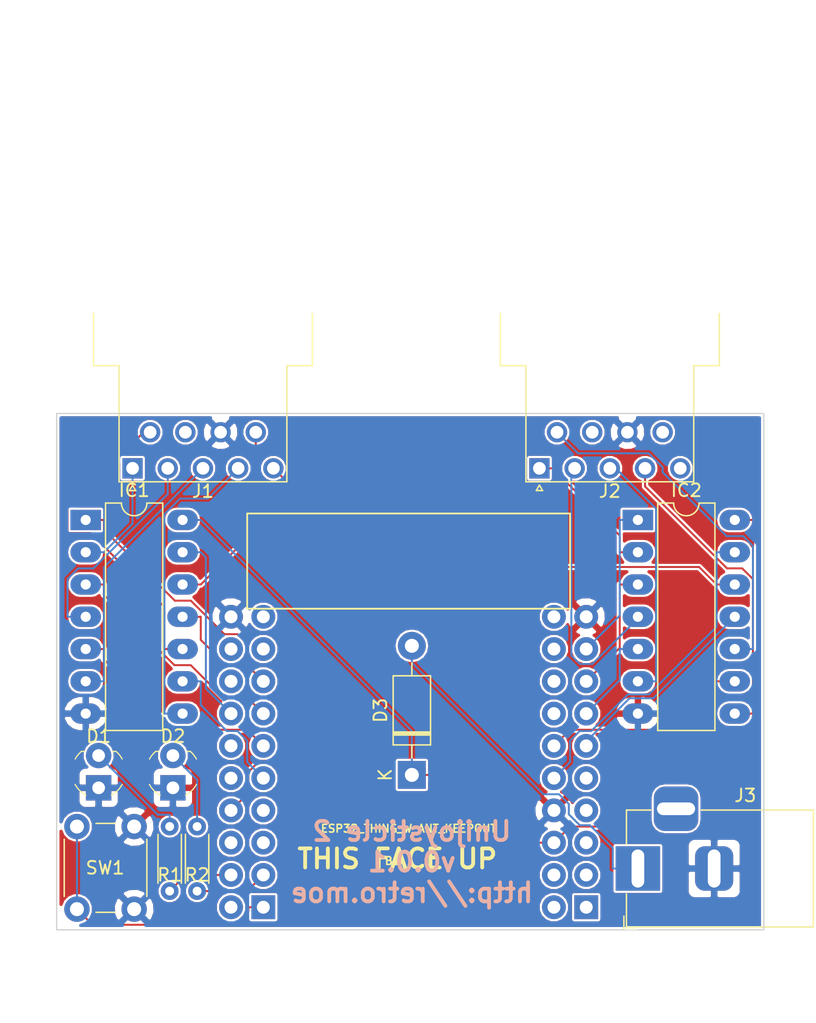
<source format=kicad_pcb>
(kicad_pcb (version 20171130) (host pcbnew "(5.0.2-5-10.14)")

  (general
    (thickness 1.6002)
    (drawings 7)
    (tracks 173)
    (zones 0)
    (modules 12)
    (nets 51)
  )

  (page A4)
  (layers
    (0 F.Cu signal)
    (31 B.Cu signal)
    (32 B.Adhes user)
    (33 F.Adhes user)
    (34 B.Paste user)
    (35 F.Paste user)
    (36 B.SilkS user)
    (37 F.SilkS user)
    (38 B.Mask user)
    (39 F.Mask user)
    (40 Dwgs.User user)
    (41 Cmts.User user)
    (42 Eco1.User user)
    (43 Eco2.User user)
    (44 Edge.Cuts user)
    (45 Margin user)
    (46 B.CrtYd user)
    (47 F.CrtYd user)
    (48 B.Fab user)
    (49 F.Fab user)
  )

  (setup
    (last_trace_width 0.1524)
    (trace_clearance 0.1524)
    (zone_clearance 0.17)
    (zone_45_only no)
    (trace_min 0.1524)
    (segment_width 0.2)
    (edge_width 0.1)
    (via_size 0.6858)
    (via_drill 0.3302)
    (via_min_size 0.6858)
    (via_min_drill 0.3302)
    (uvia_size 0.6858)
    (uvia_drill 0.3302)
    (uvias_allowed no)
    (uvia_min_size 0.2)
    (uvia_min_drill 0.1)
    (pcb_text_width 0.3)
    (pcb_text_size 1.5 1.5)
    (mod_edge_width 0.15)
    (mod_text_size 1 1)
    (mod_text_width 0.15)
    (pad_size 1.524 1.524)
    (pad_drill 0.762)
    (pad_to_mask_clearance 0.0508)
    (solder_mask_min_width 0.25)
    (aux_axis_origin 0 0)
    (visible_elements FFFFFFFF)
    (pcbplotparams
      (layerselection 0x010fc_ffffffff)
      (usegerberextensions false)
      (usegerberattributes false)
      (usegerberadvancedattributes false)
      (creategerberjobfile false)
      (excludeedgelayer true)
      (linewidth 0.100000)
      (plotframeref false)
      (viasonmask false)
      (mode 1)
      (useauxorigin false)
      (hpglpennumber 1)
      (hpglpenspeed 20)
      (hpglpendiameter 15.000000)
      (psnegative false)
      (psa4output false)
      (plotreference true)
      (plotvalue true)
      (plotinvisibletext false)
      (padsonsilk false)
      (subtractmaskfromsilk false)
      (outputformat 1)
      (mirror false)
      (drillshape 1)
      (scaleselection 1)
      (outputdirectory ""))
  )

  (net 0 "")
  (net 1 GND)
  (net 2 GPIO_J1POTX)
  (net 3 GPIO_J1DOWN)
  (net 4 GPIO_J1UP)
  (net 5 GPIO_J1POTY)
  (net 6 GPIO_J2LEFT)
  (net 7 GPIO_J2FIRE)
  (net 8 GPIO_J2RIGHT)
  (net 9 GPIO_J2DOWN)
  (net 10 GPIO_J2UP)
  (net 11 GPIO_J1FIRE)
  (net 12 GPIO_J1RIGHT)
  (net 13 GPIO_J1LEFT)
  (net 14 J1UP)
  (net 15 J1LEFT)
  (net 16 J1DOWN)
  (net 17 J1RIGHT)
  (net 18 J1POTX)
  (net 19 J1POTY)
  (net 20 J1FIRE)
  (net 21 J2UP)
  (net 22 J2LEFT)
  (net 23 J2DOWN)
  (net 24 J2RIGHT)
  (net 25 J2FIRE)
  (net 26 "Net-(D1-Pad2)")
  (net 27 "Net-(B1-Pad11)")
  (net 28 "Net-(B1-Pad39)")
  (net 29 "Net-(B1-Pad36)")
  (net 30 "Net-(B1-Pad3)")
  (net 31 "Net-(B1-Pad15)")
  (net 32 "Net-(B1-Pad7)")
  (net 33 "Net-(B1-Pad8)")
  (net 34 "Net-(B1-Pad6)")
  (net 35 VDD)
  (net 36 "Net-(B1-Pad33)")
  (net 37 "Net-(B1-Pad4)")
  (net 38 "Net-(B1-Pad34)")
  (net 39 "Net-(B1-Pad5)")
  (net 40 "Net-(B1-Pad22)")
  (net 41 "Net-(B1-Pad21)")
  (net 42 "Net-(J1-Pad7)")
  (net 43 "Net-(J2-Pad5)")
  (net 44 "Net-(J2-Pad7)")
  (net 45 "Net-(J2-Pad9)")
  (net 46 GPIO_SWITCH_JOY)
  (net 47 GPIO_J1LED)
  (net 48 GPIO_J2LED)
  (net 49 "Net-(D2-Pad2)")
  (net 50 "Net-(D3-Pad2)")

  (net_class Default "This is the default net class."
    (clearance 0.1524)
    (trace_width 0.1524)
    (via_dia 0.6858)
    (via_drill 0.3302)
    (uvia_dia 0.6858)
    (uvia_drill 0.3302)
    (add_net GND)
    (add_net GPIO_J1DOWN)
    (add_net GPIO_J1FIRE)
    (add_net GPIO_J1LED)
    (add_net GPIO_J1LEFT)
    (add_net GPIO_J1POTX)
    (add_net GPIO_J1POTY)
    (add_net GPIO_J1RIGHT)
    (add_net GPIO_J1UP)
    (add_net GPIO_J2DOWN)
    (add_net GPIO_J2FIRE)
    (add_net GPIO_J2LED)
    (add_net GPIO_J2LEFT)
    (add_net GPIO_J2RIGHT)
    (add_net GPIO_J2UP)
    (add_net GPIO_SWITCH_JOY)
    (add_net J1DOWN)
    (add_net J1FIRE)
    (add_net J1LEFT)
    (add_net J1POTX)
    (add_net J1POTY)
    (add_net J1RIGHT)
    (add_net J1UP)
    (add_net J2DOWN)
    (add_net J2FIRE)
    (add_net J2LEFT)
    (add_net J2RIGHT)
    (add_net J2UP)
    (add_net "Net-(B1-Pad11)")
    (add_net "Net-(B1-Pad15)")
    (add_net "Net-(B1-Pad21)")
    (add_net "Net-(B1-Pad22)")
    (add_net "Net-(B1-Pad3)")
    (add_net "Net-(B1-Pad33)")
    (add_net "Net-(B1-Pad34)")
    (add_net "Net-(B1-Pad36)")
    (add_net "Net-(B1-Pad39)")
    (add_net "Net-(B1-Pad4)")
    (add_net "Net-(B1-Pad5)")
    (add_net "Net-(B1-Pad6)")
    (add_net "Net-(B1-Pad7)")
    (add_net "Net-(B1-Pad8)")
    (add_net "Net-(D1-Pad2)")
    (add_net "Net-(D2-Pad2)")
    (add_net "Net-(D3-Pad2)")
    (add_net "Net-(J1-Pad7)")
    (add_net "Net-(J2-Pad5)")
    (add_net "Net-(J2-Pad7)")
    (add_net "Net-(J2-Pad9)")
    (add_net VDD)
  )

  (module Button_Switch_THT:SW_PUSH_6mm_H4.3mm (layer F.Cu) (tedit 5A02FE31) (tstamp 5C9656BE)
    (at 120.904 107.442 270)
    (descr "tactile push button, 6x6mm e.g. PHAP33xx series, height=4.3mm")
    (tags "tact sw push 6mm")
    (path /5C86E310)
    (fp_text reference SW1 (at 3.25 2.286) (layer F.SilkS)
      (effects (font (size 1 1) (thickness 0.15)))
    )
    (fp_text value SW_Push (at 4.572 2.159) (layer F.Fab)
      (effects (font (size 1 1) (thickness 0.15)))
    )
    (fp_text user %R (at 3.25 2.25) (layer F.Fab)
      (effects (font (size 1 1) (thickness 0.15)))
    )
    (fp_line (start 3.25 -0.75) (end 6.25 -0.75) (layer F.Fab) (width 0.1))
    (fp_line (start 6.25 -0.75) (end 6.25 5.25) (layer F.Fab) (width 0.1))
    (fp_line (start 6.25 5.25) (end 0.25 5.25) (layer F.Fab) (width 0.1))
    (fp_line (start 0.25 5.25) (end 0.25 -0.75) (layer F.Fab) (width 0.1))
    (fp_line (start 0.25 -0.75) (end 3.25 -0.75) (layer F.Fab) (width 0.1))
    (fp_line (start 7.75 6) (end 8 6) (layer F.CrtYd) (width 0.05))
    (fp_line (start 8 6) (end 8 5.75) (layer F.CrtYd) (width 0.05))
    (fp_line (start 7.75 -1.5) (end 8 -1.5) (layer F.CrtYd) (width 0.05))
    (fp_line (start 8 -1.5) (end 8 -1.25) (layer F.CrtYd) (width 0.05))
    (fp_line (start -1.5 -1.25) (end -1.5 -1.5) (layer F.CrtYd) (width 0.05))
    (fp_line (start -1.5 -1.5) (end -1.25 -1.5) (layer F.CrtYd) (width 0.05))
    (fp_line (start -1.5 5.75) (end -1.5 6) (layer F.CrtYd) (width 0.05))
    (fp_line (start -1.5 6) (end -1.25 6) (layer F.CrtYd) (width 0.05))
    (fp_line (start -1.25 -1.5) (end 7.75 -1.5) (layer F.CrtYd) (width 0.05))
    (fp_line (start -1.5 5.75) (end -1.5 -1.25) (layer F.CrtYd) (width 0.05))
    (fp_line (start 7.75 6) (end -1.25 6) (layer F.CrtYd) (width 0.05))
    (fp_line (start 8 -1.25) (end 8 5.75) (layer F.CrtYd) (width 0.05))
    (fp_line (start 1 5.5) (end 5.5 5.5) (layer F.SilkS) (width 0.12))
    (fp_line (start -0.25 1.5) (end -0.25 3) (layer F.SilkS) (width 0.12))
    (fp_line (start 5.5 -1) (end 1 -1) (layer F.SilkS) (width 0.12))
    (fp_line (start 6.75 3) (end 6.75 1.5) (layer F.SilkS) (width 0.12))
    (fp_circle (center 3.25 2.25) (end 1.25 2.5) (layer F.Fab) (width 0.1))
    (pad 2 thru_hole circle (at 0 4.5) (size 2 2) (drill 1.1) (layers *.Cu *.Mask)
      (net 46 GPIO_SWITCH_JOY))
    (pad 1 thru_hole circle (at 0 0) (size 2 2) (drill 1.1) (layers *.Cu *.Mask)
      (net 1 GND))
    (pad 2 thru_hole circle (at 6.5 4.5) (size 2 2) (drill 1.1) (layers *.Cu *.Mask)
      (net 46 GPIO_SWITCH_JOY))
    (pad 1 thru_hole circle (at 6.5 0) (size 2 2) (drill 1.1) (layers *.Cu *.Mask)
      (net 1 GND))
    (model ${KISYS3DMOD}/Button_Switch_THT.3dshapes/SW_PUSH_6mm_H4.3mm.wrl
      (at (xyz 0 0 0))
      (scale (xyz 1 1 1))
      (rotate (xyz 0 0 0))
    )
  )

  (module Diode_THT:D_DO-41_SOD81_P10.16mm_Horizontal (layer F.Cu) (tedit 5AE50CD5) (tstamp 5C965CF1)
    (at 142.748 103.378 90)
    (descr "Diode, DO-41_SOD81 series, Axial, Horizontal, pin pitch=10.16mm, , length*diameter=5.2*2.7mm^2, , http://www.diodes.com/_files/packages/DO-41%20(Plastic).pdf")
    (tags "Diode DO-41_SOD81 series Axial Horizontal pin pitch 10.16mm  length 5.2mm diameter 2.7mm")
    (path /5C65A496)
    (fp_text reference D3 (at 5.08 -2.47 90) (layer F.SilkS)
      (effects (font (size 1 1) (thickness 0.15)))
    )
    (fp_text value 1N4001 (at 5.08 2.47 90) (layer F.Fab)
      (effects (font (size 1 1) (thickness 0.15)))
    )
    (fp_line (start 2.48 -1.35) (end 2.48 1.35) (layer F.Fab) (width 0.1))
    (fp_line (start 2.48 1.35) (end 7.68 1.35) (layer F.Fab) (width 0.1))
    (fp_line (start 7.68 1.35) (end 7.68 -1.35) (layer F.Fab) (width 0.1))
    (fp_line (start 7.68 -1.35) (end 2.48 -1.35) (layer F.Fab) (width 0.1))
    (fp_line (start 0 0) (end 2.48 0) (layer F.Fab) (width 0.1))
    (fp_line (start 10.16 0) (end 7.68 0) (layer F.Fab) (width 0.1))
    (fp_line (start 3.26 -1.35) (end 3.26 1.35) (layer F.Fab) (width 0.1))
    (fp_line (start 3.36 -1.35) (end 3.36 1.35) (layer F.Fab) (width 0.1))
    (fp_line (start 3.16 -1.35) (end 3.16 1.35) (layer F.Fab) (width 0.1))
    (fp_line (start 2.36 -1.47) (end 2.36 1.47) (layer F.SilkS) (width 0.12))
    (fp_line (start 2.36 1.47) (end 7.8 1.47) (layer F.SilkS) (width 0.12))
    (fp_line (start 7.8 1.47) (end 7.8 -1.47) (layer F.SilkS) (width 0.12))
    (fp_line (start 7.8 -1.47) (end 2.36 -1.47) (layer F.SilkS) (width 0.12))
    (fp_line (start 1.34 0) (end 2.36 0) (layer F.SilkS) (width 0.12))
    (fp_line (start 8.82 0) (end 7.8 0) (layer F.SilkS) (width 0.12))
    (fp_line (start 3.26 -1.47) (end 3.26 1.47) (layer F.SilkS) (width 0.12))
    (fp_line (start 3.38 -1.47) (end 3.38 1.47) (layer F.SilkS) (width 0.12))
    (fp_line (start 3.14 -1.47) (end 3.14 1.47) (layer F.SilkS) (width 0.12))
    (fp_line (start -1.35 -1.6) (end -1.35 1.6) (layer F.CrtYd) (width 0.05))
    (fp_line (start -1.35 1.6) (end 11.51 1.6) (layer F.CrtYd) (width 0.05))
    (fp_line (start 11.51 1.6) (end 11.51 -1.6) (layer F.CrtYd) (width 0.05))
    (fp_line (start 11.51 -1.6) (end -1.35 -1.6) (layer F.CrtYd) (width 0.05))
    (fp_text user %R (at 5.47 0 90) (layer F.Fab)
      (effects (font (size 1 1) (thickness 0.15)))
    )
    (fp_text user K (at 0 -2.1 90) (layer F.Fab)
      (effects (font (size 1 1) (thickness 0.15)))
    )
    (fp_text user K (at 0 -2.1 90) (layer F.SilkS)
      (effects (font (size 1 1) (thickness 0.15)))
    )
    (pad 1 thru_hole rect (at 0 0 90) (size 2.2 2.2) (drill 1.1) (layers *.Cu *.Mask)
      (net 35 VDD))
    (pad 2 thru_hole oval (at 10.16 0 90) (size 2.2 2.2) (drill 1.1) (layers *.Cu *.Mask)
      (net 50 "Net-(D3-Pad2)"))
    (model ${KISYS3DMOD}/Diode_THT.3dshapes/D_DO-41_SOD81_P10.16mm_Horizontal.wrl
      (at (xyz 0 0 0))
      (scale (xyz 1 1 1))
      (rotate (xyz 0 0 0))
    )
  )

  (module digikey-footprints:LED_3mm_Radial (layer F.Cu) (tedit 5B1990B7) (tstamp 5C964439)
    (at 118.11 101.854 90)
    (descr http://optoelectronics.liteon.com/upload/download/DS20-2000-343/1CHKxKNN.pdf)
    (path /5C86DF58)
    (fp_text reference D1 (at 1.524 0 180) (layer F.SilkS)
      (effects (font (size 1 1) (thickness 0.15)))
    )
    (fp_text value LED (at -4.318 0 180) (layer F.Fab)
      (effects (font (size 1 1) (thickness 0.15)))
    )
    (fp_circle (center -1.27 0) (end 1.38 0) (layer F.CrtYd) (width 0.05))
    (fp_line (start 0.33 -1.35) (end 0.33 -1.1) (layer F.SilkS) (width 0.1))
    (fp_line (start 0.33 1.35) (end 0.33 1.1) (layer F.SilkS) (width 0.1))
    (fp_arc (start -1.27 0) (end -3.12 1) (angle -33.21396116) (layer F.SilkS) (width 0.1))
    (fp_arc (start -1.27 0) (end -2.27 -1.85) (angle -33.21396116) (layer F.SilkS) (width 0.1))
    (fp_arc (start -1.27 0) (end -0.27 1.85) (angle -21.45098095) (layer F.SilkS) (width 0.1))
    (fp_arc (start -1.27 0) (end 0.33 -1.35) (angle -21.45098095) (layer F.SilkS) (width 0.1))
    (fp_line (start 0.23 -1.3) (end 0.23 1.3) (layer F.Fab) (width 0.1))
    (fp_arc (start -1.27 0) (end 0.23 -1.3) (angle -278.1712365) (layer F.Fab) (width 0.1))
    (fp_text user %R (at -1.27 0 90) (layer F.Fab)
      (effects (font (size 0.75 0.75) (thickness 0.1)))
    )
    (pad 2 thru_hole circle (at 0 0 90) (size 2 2) (drill 1) (layers *.Cu *.Mask)
      (net 26 "Net-(D1-Pad2)"))
    (pad 1 thru_hole rect (at -2.54 0 90) (size 2 2) (drill 1) (layers *.Cu *.Mask)
      (net 1 GND))
  )

  (module Resistor_THT:R_Axial_DIN0204_L3.6mm_D1.6mm_P5.08mm_Horizontal (layer F.Cu) (tedit 5AE5139B) (tstamp 5C96218E)
    (at 125.857 112.522 90)
    (descr "Resistor, Axial_DIN0204 series, Axial, Horizontal, pin pitch=5.08mm, 0.167W, length*diameter=3.6*1.6mm^2, http://cdn-reichelt.de/documents/datenblatt/B400/1_4W%23YAG.pdf")
    (tags "Resistor Axial_DIN0204 series Axial Horizontal pin pitch 5.08mm 0.167W length 3.6mm diameter 1.6mm")
    (path /5C87D07A)
    (fp_text reference R2 (at 1.27 0) (layer F.SilkS)
      (effects (font (size 1 1) (thickness 0.15)))
    )
    (fp_text value R (at -1.905 0 180) (layer F.Fab)
      (effects (font (size 1 1) (thickness 0.15)))
    )
    (fp_text user %R (at 2.54 0 180) (layer F.Fab)
      (effects (font (size 0.72 0.72) (thickness 0.108)))
    )
    (fp_line (start 6.03 -1.05) (end -0.95 -1.05) (layer F.CrtYd) (width 0.05))
    (fp_line (start 6.03 1.05) (end 6.03 -1.05) (layer F.CrtYd) (width 0.05))
    (fp_line (start -0.95 1.05) (end 6.03 1.05) (layer F.CrtYd) (width 0.05))
    (fp_line (start -0.95 -1.05) (end -0.95 1.05) (layer F.CrtYd) (width 0.05))
    (fp_line (start 0.62 0.92) (end 4.46 0.92) (layer F.SilkS) (width 0.12))
    (fp_line (start 0.62 -0.92) (end 4.46 -0.92) (layer F.SilkS) (width 0.12))
    (fp_line (start 5.08 0) (end 4.34 0) (layer F.Fab) (width 0.1))
    (fp_line (start 0 0) (end 0.74 0) (layer F.Fab) (width 0.1))
    (fp_line (start 4.34 -0.8) (end 0.74 -0.8) (layer F.Fab) (width 0.1))
    (fp_line (start 4.34 0.8) (end 4.34 -0.8) (layer F.Fab) (width 0.1))
    (fp_line (start 0.74 0.8) (end 4.34 0.8) (layer F.Fab) (width 0.1))
    (fp_line (start 0.74 -0.8) (end 0.74 0.8) (layer F.Fab) (width 0.1))
    (pad 2 thru_hole oval (at 5.08 0 90) (size 1.4 1.4) (drill 0.7) (layers *.Cu *.Mask)
      (net 49 "Net-(D2-Pad2)"))
    (pad 1 thru_hole circle (at 0 0 90) (size 1.4 1.4) (drill 0.7) (layers *.Cu *.Mask)
      (net 48 GPIO_J2LED))
    (model ${KISYS3DMOD}/Resistor_THT.3dshapes/R_Axial_DIN0204_L3.6mm_D1.6mm_P5.08mm_Horizontal.wrl
      (at (xyz 0 0 0))
      (scale (xyz 1 1 1))
      (rotate (xyz 0 0 0))
    )
  )

  (module Resistor_THT:R_Axial_DIN0204_L3.6mm_D1.6mm_P5.08mm_Horizontal (layer F.Cu) (tedit 5AE5139B) (tstamp 5C9640F9)
    (at 123.698 112.522 90)
    (descr "Resistor, Axial_DIN0204 series, Axial, Horizontal, pin pitch=5.08mm, 0.167W, length*diameter=3.6*1.6mm^2, http://cdn-reichelt.de/documents/datenblatt/B400/1_4W%23YAG.pdf")
    (tags "Resistor Axial_DIN0204 series Axial Horizontal pin pitch 5.08mm 0.167W length 3.6mm diameter 1.6mm")
    (path /5C87CFE9)
    (fp_text reference R1 (at 1.27 0 180) (layer F.SilkS)
      (effects (font (size 1 1) (thickness 0.15)))
    )
    (fp_text value R (at -1.905 0 180) (layer F.Fab)
      (effects (font (size 1 1) (thickness 0.15)))
    )
    (fp_line (start 0.74 -0.8) (end 0.74 0.8) (layer F.Fab) (width 0.1))
    (fp_line (start 0.74 0.8) (end 4.34 0.8) (layer F.Fab) (width 0.1))
    (fp_line (start 4.34 0.8) (end 4.34 -0.8) (layer F.Fab) (width 0.1))
    (fp_line (start 4.34 -0.8) (end 0.74 -0.8) (layer F.Fab) (width 0.1))
    (fp_line (start 0 0) (end 0.74 0) (layer F.Fab) (width 0.1))
    (fp_line (start 5.08 0) (end 4.34 0) (layer F.Fab) (width 0.1))
    (fp_line (start 0.62 -0.92) (end 4.46 -0.92) (layer F.SilkS) (width 0.12))
    (fp_line (start 0.62 0.92) (end 4.46 0.92) (layer F.SilkS) (width 0.12))
    (fp_line (start -0.95 -1.05) (end -0.95 1.05) (layer F.CrtYd) (width 0.05))
    (fp_line (start -0.95 1.05) (end 6.03 1.05) (layer F.CrtYd) (width 0.05))
    (fp_line (start 6.03 1.05) (end 6.03 -1.05) (layer F.CrtYd) (width 0.05))
    (fp_line (start 6.03 -1.05) (end -0.95 -1.05) (layer F.CrtYd) (width 0.05))
    (fp_text user %R (at 2.54 0 180) (layer F.Fab)
      (effects (font (size 0.72 0.72) (thickness 0.108)))
    )
    (pad 1 thru_hole circle (at 0 0 90) (size 1.4 1.4) (drill 0.7) (layers *.Cu *.Mask)
      (net 47 GPIO_J1LED))
    (pad 2 thru_hole oval (at 5.08 0 90) (size 1.4 1.4) (drill 0.7) (layers *.Cu *.Mask)
      (net 26 "Net-(D1-Pad2)"))
    (model ${KISYS3DMOD}/Resistor_THT.3dshapes/R_Axial_DIN0204_L3.6mm_D1.6mm_P5.08mm_Horizontal.wrl
      (at (xyz 0 0 0))
      (scale (xyz 1 1 1))
      (rotate (xyz 0 0 0))
    )
  )

  (module Parts:MH-ET_LIVE_MINIKIT_ESP32 (layer F.Cu) (tedit 5C873B93) (tstamp 5C860852)
    (at 127.254 122.682)
    (descr "MH-ET LIVE MiniKit for ESP32")
    (tags ESP32)
    (path /5C6B6FCB)
    (fp_text reference B1 (at 13.97 -12.54) (layer F.SilkS)
      (effects (font (size 0.6096 0.6096) (thickness 0.127)))
    )
    (fp_text value ESP32_THING_W_ANT_KEEPOUT (at 15.24 -15.08) (layer F.SilkS)
      (effects (font (size 0.6096 0.6096) (thickness 0.127)))
    )
    (fp_line (start 0 0) (end 0 -39.37) (layer Dwgs.User) (width 0.2032))
    (fp_line (start 2.54 -33.02) (end 2.54 -39.878) (layer Dwgs.User) (width 0.2032))
    (fp_line (start 3.175 -39.878) (end 27.305 -39.878) (layer Dwgs.User) (width 0.2032))
    (fp_line (start 27.94 -39.878) (end 27.94 -33.02) (layer Dwgs.User) (width 0.2032))
    (fp_line (start 30.48 -39.37) (end 30.48 0) (layer Dwgs.User) (width 0.2032))
    (fp_line (start 30.48 0) (end 0 0) (layer Dwgs.User) (width 0.2032))
    (fp_line (start 2.54 -33.02) (end 27.94 -33.02) (layer Dwgs.User) (width 0.127))
    (fp_line (start 2.54 -32.385) (end 27.94 -32.385) (layer F.SilkS) (width 0.127))
    (fp_line (start 27.94 -32.385) (end 27.94 -39.878) (layer F.SilkS) (width 0.127))
    (fp_line (start 27.94 -39.878) (end 2.54 -39.878) (layer F.SilkS) (width 0.127))
    (fp_line (start 2.54 -39.878) (end 2.54 -32.385) (layer F.SilkS) (width 0.127))
    (fp_line (start 2.54 -32.385) (end 27.94 -32.385) (layer F.SilkS) (width 0.127))
    (fp_line (start 27.94 -32.385) (end 27.94 -39.878) (layer F.SilkS) (width 0.127))
    (fp_line (start 27.94 -39.878) (end 2.54 -39.878) (layer F.SilkS) (width 0.127))
    (fp_line (start 2.54 -39.878) (end 2.54 -32.385) (layer F.SilkS) (width 0.127))
    (fp_arc (start 3.175 -39.243) (end 2.54 -39.243) (angle 90) (layer Dwgs.User) (width 0.2032))
    (fp_arc (start 27.305 -39.243) (end 27.305 -39.878) (angle 90) (layer Dwgs.User) (width 0.2032))
    (fp_text user IO5 (at 11.43 -16.51) (layer Dwgs.User)
      (effects (font (size 0.889 0.889) (thickness 0.127)))
    )
    (fp_text user 3V3 (at 11.43 -13.97) (layer Dwgs.User)
      (effects (font (size 0.889 0.889) (thickness 0.127)))
    )
    (fp_text user IO19 (at 11.43 -21.59) (layer Dwgs.User)
      (effects (font (size 0.889 0.889) (thickness 0.127)))
    )
    (fp_text user IO23 (at 11.43 -19.05) (layer Dwgs.User)
      (effects (font (size 0.889 0.889) (thickness 0.127)))
    )
    (fp_text user TCK (at 11.43 -11.43) (layer Dwgs.User)
      (effects (font (size 0.889 0.889) (thickness 0.127)))
    )
    (fp_text user SD3 (at 11.43 -8.89) (layer Dwgs.User)
      (effects (font (size 0.889 0.889) (thickness 0.127)))
    )
    (fp_text user GND (at 7.62 -31.75) (layer Dwgs.User)
      (effects (font (size 0.889 0.889) (thickness 0.127)))
    )
    (fp_text user NC (at 7.62 -29.21) (layer Dwgs.User)
      (effects (font (size 0.889 0.889) (thickness 0.127)))
    )
    (fp_text user SVN (at 7.62 -26.67) (layer Dwgs.User)
      (effects (font (size 0.889 0.889) (thickness 0.127)))
    )
    (fp_text user IO35 (at 7.62 -24.13) (layer Dwgs.User)
      (effects (font (size 0.889 0.889) (thickness 0.127)))
    )
    (fp_text user NC (at 7.62 -13.97) (layer Dwgs.User)
      (effects (font (size 0.889 0.889) (thickness 0.127)))
    )
    (fp_text user IO16 (at 20.32 -18.9865) (layer Dwgs.User)
      (effects (font (size 0.889 0.889) (thickness 0.127)))
    )
    (fp_text user RXD (at 20.32 -29.21) (layer Dwgs.User)
      (effects (font (size 0.889 0.889) (thickness 0.127)))
    )
    (fp_text user IO17 (at 20.32 -21.52396) (layer Dwgs.User)
      (effects (font (size 0.889 0.889) (thickness 0.127)))
    )
    (fp_text user IO21 (at 20.32 -24.0665) (layer Dwgs.User)
      (effects (font (size 0.889 0.889) (thickness 0.127)))
    )
    (fp_text user IO22 (at 20.32 -26.6065) (layer Dwgs.User)
      (effects (font (size 0.889 0.889) (thickness 0.127)))
    )
    (fp_text user GND (at 20.32 -16.4465) (layer Dwgs.User)
      (effects (font (size 0.889 0.889) (thickness 0.127)))
    )
    (fp_text user VCC (at 20.32 -13.9065) (layer Dwgs.User)
      (effects (font (size 0.889 0.889) (thickness 0.127)))
    )
    (fp_text user TD0 (at 20.32 -11.3665) (layer Dwgs.User)
      (effects (font (size 0.889 0.889) (thickness 0.127)))
    )
    (fp_text user SD0 (at 20.32 -8.82396) (layer Dwgs.User)
      (effects (font (size 0.889 0.889) (thickness 0.127)))
    )
    (fp_text user GND (at 24.13 -31.6865) (layer Dwgs.User)
      (effects (font (size 0.889 0.889) (thickness 0.127)))
    )
    (fp_text user IO27 (at 24.13 -29.21) (layer Dwgs.User)
      (effects (font (size 0.889 0.889) (thickness 0.127)))
    )
    (fp_text user IO25 (at 24.13 -26.6065) (layer Dwgs.User)
      (effects (font (size 0.889 0.889) (thickness 0.127)))
    )
    (fp_text user IO32 (at 24.13 -24.0665) (layer Dwgs.User)
      (effects (font (size 0.889 0.889) (thickness 0.127)))
    )
    (fp_text user TDI (at 24.13 -21.5265) (layer Dwgs.User)
      (effects (font (size 0.889 0.889) (thickness 0.127)))
    )
    (fp_text user IO18 (at 11.43 -24.13) (layer Dwgs.User)
      (effects (font (size 0.889 0.889) (thickness 0.127)))
    )
    (fp_text user IO26 (at 11.43 -26.8605) (layer Dwgs.User)
      (effects (font (size 0.889 0.889) (thickness 0.127)))
    )
    (fp_text user SVP (at 11.43 -29.21) (layer Dwgs.User)
      (effects (font (size 0.889 0.889) (thickness 0.127)))
    )
    (fp_text user RST (at 11.43 -31.75) (layer Dwgs.User)
      (effects (font (size 0.889 0.889) (thickness 0.127)))
    )
    (fp_text user TXD (at 20.32 -31.6865) (layer Dwgs.User)
      (effects (font (size 0.889 0.889) (thickness 0.127)))
    )
    (fp_text user IO33 (at 7.62 -21.59) (layer Dwgs.User)
      (effects (font (size 0.889 0.889) (thickness 0.127)))
    )
    (fp_text user IO34 (at 7.62 -19.05) (layer Dwgs.User)
      (effects (font (size 0.889 0.889) (thickness 0.127)))
    )
    (fp_text user TMS (at 7.62 -16.51) (layer Dwgs.User)
      (effects (font (size 0.889 0.889) (thickness 0.127)))
    )
    (fp_text user SD2 (at 7.62 -11.43) (layer Dwgs.User)
      (effects (font (size 0.889 0.889) (thickness 0.127)))
    )
    (fp_text user CMD (at 7.62 -8.89) (layer Dwgs.User)
      (effects (font (size 0.889 0.889) (thickness 0.127)))
    )
    (fp_text user IO4 (at 24.13 -18.9865) (layer Dwgs.User)
      (effects (font (size 0.889 0.889) (thickness 0.127)))
    )
    (fp_text user IO0 (at 24.13 -16.4465) (layer Dwgs.User)
      (effects (font (size 0.889 0.889) (thickness 0.127)))
    )
    (fp_text user IO2 (at 24.13 -13.9065) (layer Dwgs.User)
      (effects (font (size 0.889 0.889) (thickness 0.127)))
    )
    (fp_text user SD1 (at 24.13 -11.3665) (layer Dwgs.User)
      (effects (font (size 0.889 0.889) (thickness 0.127)))
    )
    (fp_text user CLK (at 24.13 -8.8265) (layer Dwgs.User)
      (effects (font (size 0.889 0.889) (thickness 0.127)))
    )
    (fp_text user "Antenna Keepout" (at 15.24 -36.195) (layer Dwgs.User)
      (effects (font (size 0.889 0.889) (thickness 0.0762)))
    )
    (fp_line (start 6.35 -6.35) (end 0 -6.35) (layer F.CrtYd) (width 0.15))
    (fp_line (start 0 -6.35) (end 0 -34.29) (layer F.CrtYd) (width 0.15))
    (fp_line (start 0 -34.29) (end 6.35 -34.29) (layer F.CrtYd) (width 0.15))
    (fp_line (start 30.48 -34.29) (end 30.48 -6.35) (layer F.CrtYd) (width 0.15))
    (fp_line (start 6.35 -34.29) (end 6.35 -6.35) (layer F.CrtYd) (width 0.15))
    (fp_line (start 30.48 -34.29) (end 24.13 -34.29) (layer F.CrtYd) (width 0.15))
    (fp_line (start 24.13 -34.29) (end 24.13 -6.35) (layer F.CrtYd) (width 0.15))
    (fp_line (start 24.13 -6.35) (end 30.48 -6.35) (layer F.CrtYd) (width 0.15))
    (pad 11 thru_hole circle (at 1.27 -8.89) (size 1.8796 1.8796) (drill 1.016) (layers *.Cu *.Mask)
      (net 27 "Net-(B1-Pad11)") (solder_mask_margin 0.1016))
    (pad 9 thru_hole circle (at 1.27 -11.43) (size 1.8796 1.8796) (drill 1.016) (layers *.Cu *.Mask)
      (net 47 GPIO_J1LED) (solder_mask_margin 0.1016))
    (pad "" thru_hole circle (at 1.27 -13.97) (size 1.8796 1.8796) (drill 1.016) (layers *.Cu *.Mask)
      (solder_mask_margin 0.1016))
    (pad 14 thru_hole circle (at 1.27 -16.51) (size 1.8796 1.8796) (drill 1.016) (layers *.Cu *.Mask)
      (net 11 GPIO_J1FIRE) (solder_mask_margin 0.1016))
    (pad 34 thru_hole circle (at 1.27 -19.05) (size 1.8796 1.8796) (drill 1.016) (layers *.Cu *.Mask)
      (net 38 "Net-(B1-Pad34)") (solder_mask_margin 0.1016))
    (pad 33 thru_hole circle (at 1.27 -21.59) (size 1.8796 1.8796) (drill 1.016) (layers *.Cu *.Mask)
      (net 36 "Net-(B1-Pad33)") (solder_mask_margin 0.1016))
    (pad 35 thru_hole circle (at 1.27 -24.13) (size 1.8796 1.8796) (drill 1.016) (layers *.Cu *.Mask)
      (net 2 GPIO_J1POTX) (solder_mask_margin 0.1016))
    (pad 39 thru_hole circle (at 1.27 -26.67) (size 1.8796 1.8796) (drill 1.016) (layers *.Cu *.Mask)
      (net 28 "Net-(B1-Pad39)") (solder_mask_margin 0.1016))
    (pad "" thru_hole circle (at 1.27 -29.21) (size 1.8796 1.8796) (drill 1.016) (layers *.Cu *.Mask)
      (solder_mask_margin 0.1016))
    (pad 1 thru_hole circle (at 1.27 -31.75) (size 1.8796 1.8796) (drill 1.016) (layers *.Cu *.Mask)
      (net 1 GND) (solder_mask_margin 0.1016))
    (pad 10 thru_hole rect (at 3.81 -8.89) (size 1.8796 1.8796) (drill 1.016) (layers *.Cu *.Mask)
      (net 46 GPIO_SWITCH_JOY) (solder_mask_margin 0.1016))
    (pad 13 thru_hole circle (at 3.81 -11.43) (size 1.8796 1.8796) (drill 1.016) (layers *.Cu *.Mask)
      (net 48 GPIO_J2LED) (solder_mask_margin 0.1016))
    (pad "" thru_hole circle (at 3.81 -13.97) (size 1.8796 1.8796) (drill 1.016) (layers *.Cu *.Mask)
      (solder_mask_margin 0.1016))
    (pad 5 thru_hole circle (at 3.81 -16.51) (size 1.8796 1.8796) (drill 1.016) (layers *.Cu *.Mask)
      (net 39 "Net-(B1-Pad5)") (solder_mask_margin 0.1016))
    (pad 23 thru_hole circle (at 3.81 -19.05) (size 1.8796 1.8796) (drill 1.016) (layers *.Cu *.Mask)
      (net 12 GPIO_J1RIGHT) (solder_mask_margin 0.1016))
    (pad 19 thru_hole circle (at 3.81 -21.59) (size 1.8796 1.8796) (drill 1.016) (layers *.Cu *.Mask)
      (net 13 GPIO_J1LEFT) (solder_mask_margin 0.1016))
    (pad 18 thru_hole circle (at 3.81 -24.13) (size 1.8796 1.8796) (drill 1.016) (layers *.Cu *.Mask)
      (net 3 GPIO_J1DOWN) (solder_mask_margin 0.1016))
    (pad 26 thru_hole circle (at 3.81 -26.67) (size 1.8796 1.8796) (drill 1.016) (layers *.Cu *.Mask)
      (net 4 GPIO_J1UP) (solder_mask_margin 0.1016))
    (pad 36 thru_hole circle (at 3.81 -29.21) (size 1.8796 1.8796) (drill 1.016) (layers *.Cu *.Mask)
      (net 29 "Net-(B1-Pad36)") (solder_mask_margin 0.1016))
    (pad "" thru_hole circle (at 3.81 -31.75) (size 1.8796 1.8796) (drill 1.016) (layers *.Cu *.Mask)
      (solder_mask_margin 0.1016))
    (pad "" thru_hole circle (at 26.67 -31.75) (size 1.8796 1.8796) (drill 1.016) (layers *.Cu *.Mask)
      (solder_mask_margin 0.1016))
    (pad 3 thru_hole circle (at 26.67 -29.21) (size 1.8796 1.8796) (drill 1.016) (layers *.Cu *.Mask)
      (net 30 "Net-(B1-Pad3)") (solder_mask_margin 0.1016))
    (pad 22 thru_hole circle (at 26.67 -26.67) (size 1.8796 1.8796) (drill 1.016) (layers *.Cu *.Mask)
      (net 40 "Net-(B1-Pad22)") (solder_mask_margin 0.1016))
    (pad 21 thru_hole circle (at 26.67 -24.13) (size 1.8796 1.8796) (drill 1.016) (layers *.Cu *.Mask)
      (net 41 "Net-(B1-Pad21)") (solder_mask_margin 0.1016))
    (pad 17 thru_hole circle (at 26.67 -21.59) (size 1.8796 1.8796) (drill 1.016) (layers *.Cu *.Mask)
      (net 8 GPIO_J2RIGHT) (solder_mask_margin 0.1016))
    (pad 16 thru_hole circle (at 26.67 -19.05) (size 1.8796 1.8796) (drill 1.016) (layers *.Cu *.Mask)
      (net 5 GPIO_J1POTY) (solder_mask_margin 0.1016))
    (pad 1 thru_hole circle (at 26.67 -16.51) (size 1.8796 1.8796) (drill 1.016) (layers *.Cu *.Mask)
      (net 1 GND) (solder_mask_margin 0.1016))
    (pad 2 thru_hole circle (at 26.67 -13.97) (size 1.8796 1.8796) (drill 1.016) (layers *.Cu *.Mask)
      (net 35 VDD) (solder_mask_margin 0.1016))
    (pad 15 thru_hole circle (at 26.67 -11.43) (size 1.8796 1.8796) (drill 1.016) (layers *.Cu *.Mask)
      (net 31 "Net-(B1-Pad15)") (solder_mask_margin 0.1016))
    (pad 7 thru_hole circle (at 26.67 -8.89) (size 1.8796 1.8796) (drill 1.016) (layers *.Cu *.Mask)
      (net 32 "Net-(B1-Pad7)") (solder_mask_margin 0.1016))
    (pad 1 thru_hole circle (at 29.21 -31.75) (size 1.8796 1.8796) (drill 1.016) (layers *.Cu *.Mask)
      (net 1 GND) (solder_mask_margin 0.1016))
    (pad 27 thru_hole circle (at 29.21 -29.21) (size 1.8796 1.8796) (drill 1.016) (layers *.Cu *.Mask)
      (net 10 GPIO_J2UP) (solder_mask_margin 0.1016))
    (pad 25 thru_hole circle (at 29.21 -26.67) (size 1.8796 1.8796) (drill 1.016) (layers *.Cu *.Mask)
      (net 9 GPIO_J2DOWN) (solder_mask_margin 0.1016))
    (pad 32 thru_hole circle (at 29.21 -24.13) (size 1.8796 1.8796) (drill 1.016) (layers *.Cu *.Mask)
      (net 6 GPIO_J2LEFT) (solder_mask_margin 0.1016))
    (pad 12 thru_hole circle (at 29.21 -21.59) (size 1.8796 1.8796) (drill 1.016) (layers *.Cu *.Mask)
      (net 7 GPIO_J2FIRE) (solder_mask_margin 0.1016))
    (pad 4 thru_hole circle (at 29.21 -19.05) (size 1.8796 1.8796) (drill 1.016) (layers *.Cu *.Mask)
      (net 37 "Net-(B1-Pad4)") (solder_mask_margin 0.1016))
    (pad 0 thru_hole circle (at 29.21 -16.51) (size 1.8796 1.8796) (drill 1.016) (layers *.Cu *.Mask)
      (solder_mask_margin 0.1016))
    (pad "" thru_hole circle (at 29.21 -13.97) (size 1.8796 1.8796) (drill 1.016) (layers *.Cu *.Mask)
      (solder_mask_margin 0.1016))
    (pad 8 thru_hole circle (at 29.21 -11.43) (size 1.8796 1.8796) (drill 1.016) (layers *.Cu *.Mask)
      (net 33 "Net-(B1-Pad8)") (solder_mask_margin 0.1016))
    (pad 6 thru_hole rect (at 29.21 -8.89) (size 1.8796 1.8796) (drill 1.016) (layers *.Cu *.Mask)
      (net 34 "Net-(B1-Pad6)") (solder_mask_margin 0.1016))
  )

  (module Package_DIP:DIP-14_W7.62mm_LongPads (layer F.Cu) (tedit 5A02E8C5) (tstamp 5C9585A2)
    (at 160.528 83.312)
    (descr "14-lead though-hole mounted DIP package, row spacing 7.62 mm (300 mils), LongPads")
    (tags "THT DIP DIL PDIP 2.54mm 7.62mm 300mil LongPads")
    (path /5C8A5E4F)
    (fp_text reference IC2 (at 3.81 -2.33) (layer F.SilkS)
      (effects (font (size 1 1) (thickness 0.15)))
    )
    (fp_text value 7405 (at 3.81 9.144) (layer F.Fab)
      (effects (font (size 1 1) (thickness 0.15)))
    )
    (fp_text user %R (at 3.81 7.62) (layer F.Fab)
      (effects (font (size 1 1) (thickness 0.15)))
    )
    (fp_line (start 9.1 -1.55) (end -1.45 -1.55) (layer F.CrtYd) (width 0.05))
    (fp_line (start 9.1 16.8) (end 9.1 -1.55) (layer F.CrtYd) (width 0.05))
    (fp_line (start -1.45 16.8) (end 9.1 16.8) (layer F.CrtYd) (width 0.05))
    (fp_line (start -1.45 -1.55) (end -1.45 16.8) (layer F.CrtYd) (width 0.05))
    (fp_line (start 6.06 -1.33) (end 4.81 -1.33) (layer F.SilkS) (width 0.12))
    (fp_line (start 6.06 16.57) (end 6.06 -1.33) (layer F.SilkS) (width 0.12))
    (fp_line (start 1.56 16.57) (end 6.06 16.57) (layer F.SilkS) (width 0.12))
    (fp_line (start 1.56 -1.33) (end 1.56 16.57) (layer F.SilkS) (width 0.12))
    (fp_line (start 2.81 -1.33) (end 1.56 -1.33) (layer F.SilkS) (width 0.12))
    (fp_line (start 0.635 -0.27) (end 1.635 -1.27) (layer F.Fab) (width 0.1))
    (fp_line (start 0.635 16.51) (end 0.635 -0.27) (layer F.Fab) (width 0.1))
    (fp_line (start 6.985 16.51) (end 0.635 16.51) (layer F.Fab) (width 0.1))
    (fp_line (start 6.985 -1.27) (end 6.985 16.51) (layer F.Fab) (width 0.1))
    (fp_line (start 1.635 -1.27) (end 6.985 -1.27) (layer F.Fab) (width 0.1))
    (fp_arc (start 3.81 -1.33) (end 2.81 -1.33) (angle -180) (layer F.SilkS) (width 0.12))
    (pad 14 thru_hole oval (at 7.62 0) (size 2.4 1.6) (drill 0.8) (layers *.Cu *.Mask)
      (net 35 VDD))
    (pad 7 thru_hole oval (at 0 15.24) (size 2.4 1.6) (drill 0.8) (layers *.Cu *.Mask)
      (net 1 GND))
    (pad 13 thru_hole oval (at 7.62 2.54) (size 2.4 1.6) (drill 0.8) (layers *.Cu *.Mask)
      (net 5 GPIO_J1POTY))
    (pad 6 thru_hole oval (at 0 12.7) (size 2.4 1.6) (drill 0.8) (layers *.Cu *.Mask)
      (net 22 J2LEFT))
    (pad 12 thru_hole oval (at 7.62 5.08) (size 2.4 1.6) (drill 0.8) (layers *.Cu *.Mask)
      (net 19 J1POTY))
    (pad 5 thru_hole oval (at 0 10.16) (size 2.4 1.6) (drill 0.8) (layers *.Cu *.Mask)
      (net 6 GPIO_J2LEFT))
    (pad 11 thru_hole oval (at 7.62 7.62) (size 2.4 1.6) (drill 0.8) (layers *.Cu *.Mask)
      (net 7 GPIO_J2FIRE))
    (pad 4 thru_hole oval (at 0 7.62) (size 2.4 1.6) (drill 0.8) (layers *.Cu *.Mask)
      (net 23 J2DOWN))
    (pad 10 thru_hole oval (at 7.62 10.16) (size 2.4 1.6) (drill 0.8) (layers *.Cu *.Mask)
      (net 25 J2FIRE))
    (pad 3 thru_hole oval (at 0 5.08) (size 2.4 1.6) (drill 0.8) (layers *.Cu *.Mask)
      (net 9 GPIO_J2DOWN))
    (pad 9 thru_hole oval (at 7.62 12.7) (size 2.4 1.6) (drill 0.8) (layers *.Cu *.Mask)
      (net 8 GPIO_J2RIGHT))
    (pad 2 thru_hole oval (at 0 2.54) (size 2.4 1.6) (drill 0.8) (layers *.Cu *.Mask)
      (net 21 J2UP))
    (pad 8 thru_hole oval (at 7.62 15.24) (size 2.4 1.6) (drill 0.8) (layers *.Cu *.Mask)
      (net 24 J2RIGHT))
    (pad 1 thru_hole rect (at 0 0) (size 2.4 1.6) (drill 0.8) (layers *.Cu *.Mask)
      (net 10 GPIO_J2UP))
    (model ${KISYS3DMOD}/Package_DIP.3dshapes/DIP-14_W7.62mm.wrl
      (at (xyz 0 0 0))
      (scale (xyz 1 1 1))
      (rotate (xyz 0 0 0))
    )
  )

  (module Package_DIP:DIP-14_W7.62mm_LongPads (layer F.Cu) (tedit 5A02E8C5) (tstamp 5C95B074)
    (at 117.094 83.312)
    (descr "14-lead though-hole mounted DIP package, row spacing 7.62 mm (300 mils), LongPads")
    (tags "THT DIP DIL PDIP 2.54mm 7.62mm 300mil LongPads")
    (path /5C85C5CF)
    (fp_text reference IC1 (at 3.81 -2.33) (layer F.SilkS)
      (effects (font (size 1 1) (thickness 0.15)))
    )
    (fp_text value 7405 (at 3.81 9.144) (layer F.Fab)
      (effects (font (size 1 1) (thickness 0.15)))
    )
    (fp_arc (start 3.81 -1.33) (end 2.81 -1.33) (angle -180) (layer F.SilkS) (width 0.12))
    (fp_line (start 1.635 -1.27) (end 6.985 -1.27) (layer F.Fab) (width 0.1))
    (fp_line (start 6.985 -1.27) (end 6.985 16.51) (layer F.Fab) (width 0.1))
    (fp_line (start 6.985 16.51) (end 0.635 16.51) (layer F.Fab) (width 0.1))
    (fp_line (start 0.635 16.51) (end 0.635 -0.27) (layer F.Fab) (width 0.1))
    (fp_line (start 0.635 -0.27) (end 1.635 -1.27) (layer F.Fab) (width 0.1))
    (fp_line (start 2.81 -1.33) (end 1.56 -1.33) (layer F.SilkS) (width 0.12))
    (fp_line (start 1.56 -1.33) (end 1.56 16.57) (layer F.SilkS) (width 0.12))
    (fp_line (start 1.56 16.57) (end 6.06 16.57) (layer F.SilkS) (width 0.12))
    (fp_line (start 6.06 16.57) (end 6.06 -1.33) (layer F.SilkS) (width 0.12))
    (fp_line (start 6.06 -1.33) (end 4.81 -1.33) (layer F.SilkS) (width 0.12))
    (fp_line (start -1.45 -1.55) (end -1.45 16.8) (layer F.CrtYd) (width 0.05))
    (fp_line (start -1.45 16.8) (end 9.1 16.8) (layer F.CrtYd) (width 0.05))
    (fp_line (start 9.1 16.8) (end 9.1 -1.55) (layer F.CrtYd) (width 0.05))
    (fp_line (start 9.1 -1.55) (end -1.45 -1.55) (layer F.CrtYd) (width 0.05))
    (fp_text user %R (at 3.81 7.62) (layer F.Fab)
      (effects (font (size 1 1) (thickness 0.15)))
    )
    (pad 1 thru_hole rect (at 0 0) (size 2.4 1.6) (drill 0.8) (layers *.Cu *.Mask)
      (net 4 GPIO_J1UP))
    (pad 8 thru_hole oval (at 7.62 15.24) (size 2.4 1.6) (drill 0.8) (layers *.Cu *.Mask)
      (net 17 J1RIGHT))
    (pad 2 thru_hole oval (at 0 2.54) (size 2.4 1.6) (drill 0.8) (layers *.Cu *.Mask)
      (net 14 J1UP))
    (pad 9 thru_hole oval (at 7.62 12.7) (size 2.4 1.6) (drill 0.8) (layers *.Cu *.Mask)
      (net 12 GPIO_J1RIGHT))
    (pad 3 thru_hole oval (at 0 5.08) (size 2.4 1.6) (drill 0.8) (layers *.Cu *.Mask)
      (net 3 GPIO_J1DOWN))
    (pad 10 thru_hole oval (at 7.62 10.16) (size 2.4 1.6) (drill 0.8) (layers *.Cu *.Mask)
      (net 20 J1FIRE))
    (pad 4 thru_hole oval (at 0 7.62) (size 2.4 1.6) (drill 0.8) (layers *.Cu *.Mask)
      (net 16 J1DOWN))
    (pad 11 thru_hole oval (at 7.62 7.62) (size 2.4 1.6) (drill 0.8) (layers *.Cu *.Mask)
      (net 11 GPIO_J1FIRE))
    (pad 5 thru_hole oval (at 0 10.16) (size 2.4 1.6) (drill 0.8) (layers *.Cu *.Mask)
      (net 13 GPIO_J1LEFT))
    (pad 12 thru_hole oval (at 7.62 5.08) (size 2.4 1.6) (drill 0.8) (layers *.Cu *.Mask)
      (net 18 J1POTX))
    (pad 6 thru_hole oval (at 0 12.7) (size 2.4 1.6) (drill 0.8) (layers *.Cu *.Mask)
      (net 15 J1LEFT))
    (pad 13 thru_hole oval (at 7.62 2.54) (size 2.4 1.6) (drill 0.8) (layers *.Cu *.Mask)
      (net 2 GPIO_J1POTX))
    (pad 7 thru_hole oval (at 0 15.24) (size 2.4 1.6) (drill 0.8) (layers *.Cu *.Mask)
      (net 1 GND))
    (pad 14 thru_hole oval (at 7.62 0) (size 2.4 1.6) (drill 0.8) (layers *.Cu *.Mask)
      (net 35 VDD))
    (model ${KISYS3DMOD}/Package_DIP.3dshapes/DIP-14_W7.62mm.wrl
      (at (xyz 0 0 0))
      (scale (xyz 1 1 1))
      (rotate (xyz 0 0 0))
    )
  )

  (module digikey-footprints:LED_3mm_Radial (layer F.Cu) (tedit 5C873C0A) (tstamp 5C959158)
    (at 123.952 101.854 90)
    (descr http://optoelectronics.liteon.com/upload/download/DS20-2000-343/1CHKxKNN.pdf)
    (path /5C86DFE0)
    (fp_text reference D2 (at 1.524 0 180) (layer F.SilkS)
      (effects (font (size 1 1) (thickness 0.15)))
    )
    (fp_text value LED (at -4.318 0 180) (layer F.Fab)
      (effects (font (size 1 1) (thickness 0.15)))
    )
    (fp_circle (center -1.27 0) (end 1.38 0) (layer F.CrtYd) (width 0.05))
    (fp_line (start 0.33 -1.35) (end 0.33 -1.1) (layer F.SilkS) (width 0.1))
    (fp_line (start 0.33 1.35) (end 0.33 1.1) (layer F.SilkS) (width 0.1))
    (fp_arc (start -1.27 0) (end -3.12 1) (angle -33.21396116) (layer F.SilkS) (width 0.1))
    (fp_arc (start -1.27 0) (end -2.27 -1.85) (angle -33.21396116) (layer F.SilkS) (width 0.1))
    (fp_arc (start -1.27 0) (end -0.27 1.85) (angle -21.45098095) (layer F.SilkS) (width 0.1))
    (fp_arc (start -1.27 0) (end 0.33 -1.35) (angle -21.45098095) (layer F.SilkS) (width 0.1))
    (fp_line (start 0.23 -1.3) (end 0.23 1.3) (layer F.Fab) (width 0.1))
    (fp_arc (start -1.27 0) (end 0.23 -1.3) (angle -278.1712365) (layer F.Fab) (width 0.1))
    (fp_text user %R (at -1.27 0 90) (layer F.Fab)
      (effects (font (size 0.75 0.75) (thickness 0.1)))
    )
    (pad 2 thru_hole circle (at 0 0 90) (size 2 2) (drill 1) (layers *.Cu *.Mask)
      (net 49 "Net-(D2-Pad2)"))
    (pad 1 thru_hole rect (at -2.54 0 90) (size 2 2) (drill 1) (layers *.Cu *.Mask)
      (net 1 GND))
  )

  (module Connector_Dsub:DSUB-9_Female_Horizontal_P2.77x2.84mm_EdgePinOffset9.40mm (layer F.Cu) (tedit 59FEDEE2) (tstamp 5C7A0BFC)
    (at 120.777 79.248 180)
    (descr "9-pin D-Sub connector, horizontal/angled (90 deg), THT-mount, female, pitch 2.77x2.84mm, pin-PCB-offset 9.4mm, see http://docs-europe.electrocomponents.com/webdocs/1585/0900766b81585df2.pdf")
    (tags "9-pin D-Sub connector horizontal angled 90deg THT female pitch 2.77x2.84mm pin-PCB-offset 9.4mm")
    (path /5C705949)
    (fp_text reference J1 (at -5.54 -1.8 180) (layer F.SilkS)
      (effects (font (size 1 1) (thickness 0.15)))
    )
    (fp_text value DB9_Female (at -5.54 20.31 180) (layer F.Fab)
      (effects (font (size 1 1) (thickness 0.15)))
    )
    (fp_line (start -0.1 0) (end -0.1 8.14) (layer F.Fab) (width 0.1))
    (fp_line (start 0 0) (end 0 8.14) (layer F.Fab) (width 0.1))
    (fp_line (start 0.1 0) (end 0.1 8.14) (layer F.Fab) (width 0.1))
    (fp_line (start -2.87 0) (end -2.87 8.14) (layer F.Fab) (width 0.1))
    (fp_line (start -2.77 0) (end -2.77 8.14) (layer F.Fab) (width 0.1))
    (fp_line (start -2.67 0) (end -2.67 8.14) (layer F.Fab) (width 0.1))
    (fp_line (start -5.64 0) (end -5.64 8.14) (layer F.Fab) (width 0.1))
    (fp_line (start -5.54 0) (end -5.54 8.14) (layer F.Fab) (width 0.1))
    (fp_line (start -5.44 0) (end -5.44 8.14) (layer F.Fab) (width 0.1))
    (fp_line (start -8.41 0) (end -8.41 8.14) (layer F.Fab) (width 0.1))
    (fp_line (start -8.31 0) (end -8.31 8.14) (layer F.Fab) (width 0.1))
    (fp_line (start -8.21 0) (end -8.21 8.14) (layer F.Fab) (width 0.1))
    (fp_line (start -11.18 0) (end -11.18 8.14) (layer F.Fab) (width 0.1))
    (fp_line (start -11.08 0) (end -11.08 8.14) (layer F.Fab) (width 0.1))
    (fp_line (start -10.98 0) (end -10.98 8.14) (layer F.Fab) (width 0.1))
    (fp_line (start -1.485 2.84) (end -1.485 8.14) (layer F.Fab) (width 0.1))
    (fp_line (start -1.385 2.84) (end -1.385 8.14) (layer F.Fab) (width 0.1))
    (fp_line (start -1.285 2.84) (end -1.285 8.14) (layer F.Fab) (width 0.1))
    (fp_line (start -4.255 2.84) (end -4.255 8.14) (layer F.Fab) (width 0.1))
    (fp_line (start -4.155 2.84) (end -4.155 8.14) (layer F.Fab) (width 0.1))
    (fp_line (start -4.055 2.84) (end -4.055 8.14) (layer F.Fab) (width 0.1))
    (fp_line (start -7.025 2.84) (end -7.025 8.14) (layer F.Fab) (width 0.1))
    (fp_line (start -6.925 2.84) (end -6.925 8.14) (layer F.Fab) (width 0.1))
    (fp_line (start -6.825 2.84) (end -6.825 8.14) (layer F.Fab) (width 0.1))
    (fp_line (start -9.795 2.84) (end -9.795 8.14) (layer F.Fab) (width 0.1))
    (fp_line (start -9.695 2.84) (end -9.695 8.14) (layer F.Fab) (width 0.1))
    (fp_line (start -9.595 2.84) (end -9.595 8.14) (layer F.Fab) (width 0.1))
    (fp_line (start -14.09 8.14) (end -14.09 12.24) (layer F.Fab) (width 0.1))
    (fp_line (start -14.09 12.24) (end 3.01 12.24) (layer F.Fab) (width 0.1))
    (fp_line (start 3.01 12.24) (end 3.01 8.14) (layer F.Fab) (width 0.1))
    (fp_line (start 3.01 8.14) (end -14.09 8.14) (layer F.Fab) (width 0.1))
    (fp_line (start -20.965 12.24) (end -20.965 12.64) (layer F.Fab) (width 0.1))
    (fp_line (start -20.965 12.64) (end 9.885 12.64) (layer F.Fab) (width 0.1))
    (fp_line (start 9.885 12.64) (end 9.885 12.24) (layer F.Fab) (width 0.1))
    (fp_line (start 9.885 12.24) (end -20.965 12.24) (layer F.Fab) (width 0.1))
    (fp_line (start -13.69 12.64) (end -13.69 18.81) (layer F.Fab) (width 0.1))
    (fp_line (start -13.69 18.81) (end 2.61 18.81) (layer F.Fab) (width 0.1))
    (fp_line (start 2.61 18.81) (end 2.61 12.64) (layer F.Fab) (width 0.1))
    (fp_line (start 2.61 12.64) (end -13.69 12.64) (layer F.Fab) (width 0.1))
    (fp_line (start -14.15 12.18) (end -14.15 8.08) (layer F.SilkS) (width 0.12))
    (fp_line (start -14.15 8.08) (end -12.14 8.08) (layer F.SilkS) (width 0.12))
    (fp_line (start -12.14 8.08) (end -12.14 -1.06) (layer F.SilkS) (width 0.12))
    (fp_line (start -12.14 -1.06) (end 1.06 -1.06) (layer F.SilkS) (width 0.12))
    (fp_line (start 1.06 -1.06) (end 1.06 8.08) (layer F.SilkS) (width 0.12))
    (fp_line (start 1.06 8.08) (end 3.07 8.08) (layer F.SilkS) (width 0.12))
    (fp_line (start 3.07 8.08) (end 3.07 12.18) (layer F.SilkS) (width 0.12))
    (fp_line (start -0.25 -1.754338) (end 0.25 -1.754338) (layer F.SilkS) (width 0.12))
    (fp_line (start 0.25 -1.754338) (end 0 -1.321325) (layer F.SilkS) (width 0.12))
    (fp_line (start 0 -1.321325) (end -0.25 -1.754338) (layer F.SilkS) (width 0.12))
    (fp_line (start -14.2 19.35) (end -14.2 13.15) (layer F.CrtYd) (width 0.05))
    (fp_line (start -14.2 13.15) (end -21.5 13.15) (layer F.CrtYd) (width 0.05))
    (fp_line (start -21.5 13.15) (end -21.5 11.75) (layer F.CrtYd) (width 0.05))
    (fp_line (start -21.5 11.75) (end -14.6 11.75) (layer F.CrtYd) (width 0.05))
    (fp_line (start -14.6 11.75) (end -14.6 7.65) (layer F.CrtYd) (width 0.05))
    (fp_line (start -14.6 7.65) (end -12.4 7.65) (layer F.CrtYd) (width 0.05))
    (fp_line (start -12.4 7.65) (end -12.4 -1.35) (layer F.CrtYd) (width 0.05))
    (fp_line (start -12.4 -1.35) (end 1.3 -1.35) (layer F.CrtYd) (width 0.05))
    (fp_line (start 1.3 -1.35) (end 1.3 7.65) (layer F.CrtYd) (width 0.05))
    (fp_line (start 1.3 7.65) (end 3.55 7.65) (layer F.CrtYd) (width 0.05))
    (fp_line (start 3.55 7.65) (end 3.55 11.75) (layer F.CrtYd) (width 0.05))
    (fp_line (start 3.55 11.75) (end 10.4 11.75) (layer F.CrtYd) (width 0.05))
    (fp_line (start 10.4 11.75) (end 10.4 13.15) (layer F.CrtYd) (width 0.05))
    (fp_line (start 10.4 13.15) (end 3.15 13.15) (layer F.CrtYd) (width 0.05))
    (fp_line (start 3.15 13.15) (end 3.15 19.35) (layer F.CrtYd) (width 0.05))
    (fp_line (start 3.15 19.35) (end -14.2 19.35) (layer F.CrtYd) (width 0.05))
    (fp_text user %R (at -5.54 15.725 180) (layer F.Fab)
      (effects (font (size 1 1) (thickness 0.15)))
    )
    (pad 1 thru_hole rect (at 0 0 180) (size 1.6 1.6) (drill 1) (layers *.Cu *.Mask)
      (net 14 J1UP))
    (pad 2 thru_hole circle (at -2.77 0 180) (size 1.6 1.6) (drill 1) (layers *.Cu *.Mask)
      (net 16 J1DOWN))
    (pad 3 thru_hole circle (at -5.54 0 180) (size 1.6 1.6) (drill 1) (layers *.Cu *.Mask)
      (net 15 J1LEFT))
    (pad 4 thru_hole circle (at -8.31 0 180) (size 1.6 1.6) (drill 1) (layers *.Cu *.Mask)
      (net 17 J1RIGHT))
    (pad 5 thru_hole circle (at -11.08 0 180) (size 1.6 1.6) (drill 1) (layers *.Cu *.Mask)
      (net 19 J1POTY))
    (pad 6 thru_hole circle (at -1.385 2.84 180) (size 1.6 1.6) (drill 1) (layers *.Cu *.Mask)
      (net 20 J1FIRE))
    (pad 7 thru_hole circle (at -4.155 2.84 180) (size 1.6 1.6) (drill 1) (layers *.Cu *.Mask)
      (net 42 "Net-(J1-Pad7)"))
    (pad 8 thru_hole circle (at -6.925 2.84 180) (size 1.6 1.6) (drill 1) (layers *.Cu *.Mask)
      (net 1 GND))
    (pad 9 thru_hole circle (at -9.695 2.84 180) (size 1.6 1.6) (drill 1) (layers *.Cu *.Mask)
      (net 18 J1POTX))
    (model ${KISYS3DMOD}/Connector_Dsub.3dshapes/DSUB-9_Female_Horizontal_P2.77x2.84mm_EdgePinOffset9.40mm.wrl
      (at (xyz 0 0 0))
      (scale (xyz 1 1 1))
      (rotate (xyz 0 0 0))
    )
  )

  (module Connector_Dsub:DSUB-9_Female_Horizontal_P2.77x2.84mm_EdgePinOffset9.40mm (layer F.Cu) (tedit 59FEDEE2) (tstamp 5C79FDDF)
    (at 152.781 79.248 180)
    (descr "9-pin D-Sub connector, horizontal/angled (90 deg), THT-mount, female, pitch 2.77x2.84mm, pin-PCB-offset 9.4mm, see http://docs-europe.electrocomponents.com/webdocs/1585/0900766b81585df2.pdf")
    (tags "9-pin D-Sub connector horizontal angled 90deg THT female pitch 2.77x2.84mm pin-PCB-offset 9.4mm")
    (path /5C705C0F)
    (fp_text reference J2 (at -5.54 -1.8 180) (layer F.SilkS)
      (effects (font (size 1 1) (thickness 0.15)))
    )
    (fp_text value DB9_Female (at -5.54 20.31 180) (layer F.Fab)
      (effects (font (size 1 1) (thickness 0.15)))
    )
    (fp_line (start -0.1 0) (end -0.1 8.14) (layer F.Fab) (width 0.1))
    (fp_line (start 0 0) (end 0 8.14) (layer F.Fab) (width 0.1))
    (fp_line (start 0.1 0) (end 0.1 8.14) (layer F.Fab) (width 0.1))
    (fp_line (start -2.87 0) (end -2.87 8.14) (layer F.Fab) (width 0.1))
    (fp_line (start -2.77 0) (end -2.77 8.14) (layer F.Fab) (width 0.1))
    (fp_line (start -2.67 0) (end -2.67 8.14) (layer F.Fab) (width 0.1))
    (fp_line (start -5.64 0) (end -5.64 8.14) (layer F.Fab) (width 0.1))
    (fp_line (start -5.54 0) (end -5.54 8.14) (layer F.Fab) (width 0.1))
    (fp_line (start -5.44 0) (end -5.44 8.14) (layer F.Fab) (width 0.1))
    (fp_line (start -8.41 0) (end -8.41 8.14) (layer F.Fab) (width 0.1))
    (fp_line (start -8.31 0) (end -8.31 8.14) (layer F.Fab) (width 0.1))
    (fp_line (start -8.21 0) (end -8.21 8.14) (layer F.Fab) (width 0.1))
    (fp_line (start -11.18 0) (end -11.18 8.14) (layer F.Fab) (width 0.1))
    (fp_line (start -11.08 0) (end -11.08 8.14) (layer F.Fab) (width 0.1))
    (fp_line (start -10.98 0) (end -10.98 8.14) (layer F.Fab) (width 0.1))
    (fp_line (start -1.485 2.84) (end -1.485 8.14) (layer F.Fab) (width 0.1))
    (fp_line (start -1.385 2.84) (end -1.385 8.14) (layer F.Fab) (width 0.1))
    (fp_line (start -1.285 2.84) (end -1.285 8.14) (layer F.Fab) (width 0.1))
    (fp_line (start -4.255 2.84) (end -4.255 8.14) (layer F.Fab) (width 0.1))
    (fp_line (start -4.155 2.84) (end -4.155 8.14) (layer F.Fab) (width 0.1))
    (fp_line (start -4.055 2.84) (end -4.055 8.14) (layer F.Fab) (width 0.1))
    (fp_line (start -7.025 2.84) (end -7.025 8.14) (layer F.Fab) (width 0.1))
    (fp_line (start -6.925 2.84) (end -6.925 8.14) (layer F.Fab) (width 0.1))
    (fp_line (start -6.825 2.84) (end -6.825 8.14) (layer F.Fab) (width 0.1))
    (fp_line (start -9.795 2.84) (end -9.795 8.14) (layer F.Fab) (width 0.1))
    (fp_line (start -9.695 2.84) (end -9.695 8.14) (layer F.Fab) (width 0.1))
    (fp_line (start -9.595 2.84) (end -9.595 8.14) (layer F.Fab) (width 0.1))
    (fp_line (start -14.09 8.14) (end -14.09 12.24) (layer F.Fab) (width 0.1))
    (fp_line (start -14.09 12.24) (end 3.01 12.24) (layer F.Fab) (width 0.1))
    (fp_line (start 3.01 12.24) (end 3.01 8.14) (layer F.Fab) (width 0.1))
    (fp_line (start 3.01 8.14) (end -14.09 8.14) (layer F.Fab) (width 0.1))
    (fp_line (start -20.965 12.24) (end -20.965 12.64) (layer F.Fab) (width 0.1))
    (fp_line (start -20.965 12.64) (end 9.885 12.64) (layer F.Fab) (width 0.1))
    (fp_line (start 9.885 12.64) (end 9.885 12.24) (layer F.Fab) (width 0.1))
    (fp_line (start 9.885 12.24) (end -20.965 12.24) (layer F.Fab) (width 0.1))
    (fp_line (start -13.69 12.64) (end -13.69 18.81) (layer F.Fab) (width 0.1))
    (fp_line (start -13.69 18.81) (end 2.61 18.81) (layer F.Fab) (width 0.1))
    (fp_line (start 2.61 18.81) (end 2.61 12.64) (layer F.Fab) (width 0.1))
    (fp_line (start 2.61 12.64) (end -13.69 12.64) (layer F.Fab) (width 0.1))
    (fp_line (start -14.15 12.18) (end -14.15 8.08) (layer F.SilkS) (width 0.12))
    (fp_line (start -14.15 8.08) (end -12.14 8.08) (layer F.SilkS) (width 0.12))
    (fp_line (start -12.14 8.08) (end -12.14 -1.06) (layer F.SilkS) (width 0.12))
    (fp_line (start -12.14 -1.06) (end 1.06 -1.06) (layer F.SilkS) (width 0.12))
    (fp_line (start 1.06 -1.06) (end 1.06 8.08) (layer F.SilkS) (width 0.12))
    (fp_line (start 1.06 8.08) (end 3.07 8.08) (layer F.SilkS) (width 0.12))
    (fp_line (start 3.07 8.08) (end 3.07 12.18) (layer F.SilkS) (width 0.12))
    (fp_line (start -0.25 -1.754338) (end 0.25 -1.754338) (layer F.SilkS) (width 0.12))
    (fp_line (start 0.25 -1.754338) (end 0 -1.321325) (layer F.SilkS) (width 0.12))
    (fp_line (start 0 -1.321325) (end -0.25 -1.754338) (layer F.SilkS) (width 0.12))
    (fp_line (start -14.2 19.35) (end -14.2 13.15) (layer F.CrtYd) (width 0.05))
    (fp_line (start -14.2 13.15) (end -21.5 13.15) (layer F.CrtYd) (width 0.05))
    (fp_line (start -21.5 13.15) (end -21.5 11.75) (layer F.CrtYd) (width 0.05))
    (fp_line (start -21.5 11.75) (end -14.6 11.75) (layer F.CrtYd) (width 0.05))
    (fp_line (start -14.6 11.75) (end -14.6 7.65) (layer F.CrtYd) (width 0.05))
    (fp_line (start -14.6 7.65) (end -12.4 7.65) (layer F.CrtYd) (width 0.05))
    (fp_line (start -12.4 7.65) (end -12.4 -1.35) (layer F.CrtYd) (width 0.05))
    (fp_line (start -12.4 -1.35) (end 1.3 -1.35) (layer F.CrtYd) (width 0.05))
    (fp_line (start 1.3 -1.35) (end 1.3 7.65) (layer F.CrtYd) (width 0.05))
    (fp_line (start 1.3 7.65) (end 3.55 7.65) (layer F.CrtYd) (width 0.05))
    (fp_line (start 3.55 7.65) (end 3.55 11.75) (layer F.CrtYd) (width 0.05))
    (fp_line (start 3.55 11.75) (end 10.4 11.75) (layer F.CrtYd) (width 0.05))
    (fp_line (start 10.4 11.75) (end 10.4 13.15) (layer F.CrtYd) (width 0.05))
    (fp_line (start 10.4 13.15) (end 3.15 13.15) (layer F.CrtYd) (width 0.05))
    (fp_line (start 3.15 13.15) (end 3.15 19.35) (layer F.CrtYd) (width 0.05))
    (fp_line (start 3.15 19.35) (end -14.2 19.35) (layer F.CrtYd) (width 0.05))
    (fp_text user %R (at -5.54 15.725 180) (layer F.Fab)
      (effects (font (size 1 1) (thickness 0.15)))
    )
    (pad 1 thru_hole rect (at 0 0 180) (size 1.6 1.6) (drill 1) (layers *.Cu *.Mask)
      (net 21 J2UP))
    (pad 2 thru_hole circle (at -2.77 0 180) (size 1.6 1.6) (drill 1) (layers *.Cu *.Mask)
      (net 23 J2DOWN))
    (pad 3 thru_hole circle (at -5.54 0 180) (size 1.6 1.6) (drill 1) (layers *.Cu *.Mask)
      (net 22 J2LEFT))
    (pad 4 thru_hole circle (at -8.31 0 180) (size 1.6 1.6) (drill 1) (layers *.Cu *.Mask)
      (net 24 J2RIGHT))
    (pad 5 thru_hole circle (at -11.08 0 180) (size 1.6 1.6) (drill 1) (layers *.Cu *.Mask)
      (net 43 "Net-(J2-Pad5)"))
    (pad 6 thru_hole circle (at -1.385 2.84 180) (size 1.6 1.6) (drill 1) (layers *.Cu *.Mask)
      (net 25 J2FIRE))
    (pad 7 thru_hole circle (at -4.155 2.84 180) (size 1.6 1.6) (drill 1) (layers *.Cu *.Mask)
      (net 44 "Net-(J2-Pad7)"))
    (pad 8 thru_hole circle (at -6.925 2.84 180) (size 1.6 1.6) (drill 1) (layers *.Cu *.Mask)
      (net 1 GND))
    (pad 9 thru_hole circle (at -9.695 2.84 180) (size 1.6 1.6) (drill 1) (layers *.Cu *.Mask)
      (net 45 "Net-(J2-Pad9)"))
    (model ${KISYS3DMOD}/Connector_Dsub.3dshapes/DSUB-9_Female_Horizontal_P2.77x2.84mm_EdgePinOffset9.40mm.wrl
      (at (xyz 0 0 0))
      (scale (xyz 1 1 1))
      (rotate (xyz 0 0 0))
    )
  )

  (module Connector_BarrelJack:BarrelJack_Horizontal (layer F.Cu) (tedit 5A1DBF6A) (tstamp 5C7A1B5C)
    (at 160.528 110.744 180)
    (descr "DC Barrel Jack")
    (tags "Power Jack")
    (path /5C70344B)
    (fp_text reference J3 (at -8.45 5.75 180) (layer F.SilkS)
      (effects (font (size 1 1) (thickness 0.15)))
    )
    (fp_text value Barrel_Jack (at -5.08 -3.556 180) (layer F.Fab)
      (effects (font (size 1 1) (thickness 0.15)))
    )
    (fp_line (start 0 -4.5) (end -13.7 -4.5) (layer F.Fab) (width 0.1))
    (fp_line (start 0.8 4.5) (end 0.8 -3.75) (layer F.Fab) (width 0.1))
    (fp_line (start -13.7 4.5) (end 0.8 4.5) (layer F.Fab) (width 0.1))
    (fp_line (start -13.7 -4.5) (end -13.7 4.5) (layer F.Fab) (width 0.1))
    (fp_line (start -10.2 -4.5) (end -10.2 4.5) (layer F.Fab) (width 0.1))
    (fp_line (start 0.9 -4.6) (end 0.9 -2) (layer F.SilkS) (width 0.12))
    (fp_line (start -13.8 -4.6) (end 0.9 -4.6) (layer F.SilkS) (width 0.12))
    (fp_line (start 0.9 4.6) (end -1 4.6) (layer F.SilkS) (width 0.12))
    (fp_line (start 0.9 1.9) (end 0.9 4.6) (layer F.SilkS) (width 0.12))
    (fp_line (start -13.8 4.6) (end -13.8 -4.6) (layer F.SilkS) (width 0.12))
    (fp_line (start -5 4.6) (end -13.8 4.6) (layer F.SilkS) (width 0.12))
    (fp_line (start -14 4.75) (end -14 -4.75) (layer F.CrtYd) (width 0.05))
    (fp_line (start -5 4.75) (end -14 4.75) (layer F.CrtYd) (width 0.05))
    (fp_line (start -5 6.75) (end -5 4.75) (layer F.CrtYd) (width 0.05))
    (fp_line (start -1 6.75) (end -5 6.75) (layer F.CrtYd) (width 0.05))
    (fp_line (start -1 4.75) (end -1 6.75) (layer F.CrtYd) (width 0.05))
    (fp_line (start 1 4.75) (end -1 4.75) (layer F.CrtYd) (width 0.05))
    (fp_line (start 1 2) (end 1 4.75) (layer F.CrtYd) (width 0.05))
    (fp_line (start 2 2) (end 1 2) (layer F.CrtYd) (width 0.05))
    (fp_line (start 2 -2) (end 2 2) (layer F.CrtYd) (width 0.05))
    (fp_line (start 1 -2) (end 2 -2) (layer F.CrtYd) (width 0.05))
    (fp_line (start 1 -4.5) (end 1 -2) (layer F.CrtYd) (width 0.05))
    (fp_line (start 1 -4.75) (end -14 -4.75) (layer F.CrtYd) (width 0.05))
    (fp_line (start 1 -4.5) (end 1 -4.75) (layer F.CrtYd) (width 0.05))
    (fp_line (start 0.05 -4.8) (end 1.1 -4.8) (layer F.SilkS) (width 0.12))
    (fp_line (start 1.1 -3.75) (end 1.1 -4.8) (layer F.SilkS) (width 0.12))
    (fp_line (start -0.003213 -4.505425) (end 0.8 -3.75) (layer F.Fab) (width 0.1))
    (fp_text user %R (at -3 -2.95 180) (layer F.Fab)
      (effects (font (size 1 1) (thickness 0.15)))
    )
    (pad 3 thru_hole roundrect (at -3 4.7 180) (size 3.5 3.5) (drill oval 3 1) (layers *.Cu *.Mask) (roundrect_rratio 0.25))
    (pad 2 thru_hole roundrect (at -6 0 180) (size 3 3.5) (drill oval 1 3) (layers *.Cu *.Mask) (roundrect_rratio 0.25)
      (net 1 GND))
    (pad 1 thru_hole rect (at 0 0 180) (size 3.5 3.5) (drill oval 1 3) (layers *.Cu *.Mask)
      (net 50 "Net-(D3-Pad2)"))
    (model ${KISYS3DMOD}/Connector_BarrelJack.3dshapes/BarrelJack_Horizontal.wrl
      (at (xyz 0 0 0))
      (scale (xyz 1 1 1))
      (rotate (xyz 0 0 0))
    )
  )

  (gr_text "THIS FACE UP" (at 141.605 109.982) (layer F.SilkS)
    (effects (font (size 1.5 1.5) (thickness 0.3)))
  )
  (gr_text "Unijoysticle 2\nv0.0.1\nhttp://retro.moe" (at 142.748 110.236) (layer B.SilkS)
    (effects (font (size 1.5 1.5) (thickness 0.3)) (justify mirror))
  )
  (dimension 20.955 (width 0.3) (layer Dwgs.User)
    (gr_text "20.955 mm" (at 142.3035 43.493) (layer Dwgs.User)
      (effects (font (size 1.5 1.5) (thickness 0.3)))
    )
    (feature1 (pts (xy 131.826 79.121) (xy 131.826 45.006579)))
    (feature2 (pts (xy 152.781 79.121) (xy 152.781 45.006579)))
    (crossbar (pts (xy 152.781 45.593) (xy 131.826 45.593)))
    (arrow1a (pts (xy 131.826 45.593) (xy 132.952504 45.006579)))
    (arrow1b (pts (xy 131.826 45.593) (xy 132.952504 46.179421)))
    (arrow2a (pts (xy 152.781 45.593) (xy 151.654496 45.006579)))
    (arrow2b (pts (xy 152.781 45.593) (xy 151.654496 46.179421)))
  )
  (gr_line (start 114.808 115.57) (end 170.434 115.57) (layer Edge.Cuts) (width 0.1))
  (gr_line (start 114.808 74.93) (end 114.808 115.57) (layer Edge.Cuts) (width 0.1))
  (gr_line (start 170.434 74.93) (end 114.808 74.93) (layer Edge.Cuts) (width 0.1))
  (gr_line (start 170.434 74.93) (end 170.434 115.57) (layer Edge.Cuts) (width 0.1))

  (segment (start 124.714 85.852) (end 126.1429 85.852) (width 0.1524) (layer B.Cu) (net 2))
  (segment (start 128.524 98.552) (end 126.5445 96.5725) (width 0.1524) (layer B.Cu) (net 2))
  (segment (start 126.5445 96.5725) (end 126.5445 86.2536) (width 0.1524) (layer B.Cu) (net 2))
  (segment (start 126.5445 86.2536) (end 126.1429 85.852) (width 0.1524) (layer B.Cu) (net 2))
  (segment (start 117.094 88.392) (end 118.5229 88.392) (width 0.1524) (layer F.Cu) (net 3))
  (segment (start 118.5229 88.392) (end 118.5229 89.1958) (width 0.1524) (layer F.Cu) (net 3))
  (segment (start 118.5229 89.1958) (end 124.0691 94.742) (width 0.1524) (layer F.Cu) (net 3))
  (segment (start 124.0691 94.742) (end 125.36 94.742) (width 0.1524) (layer F.Cu) (net 3))
  (segment (start 125.36 94.742) (end 127.9 97.282) (width 0.1524) (layer F.Cu) (net 3))
  (segment (start 127.9 97.282) (end 129.794 97.282) (width 0.1524) (layer F.Cu) (net 3))
  (segment (start 129.794 97.282) (end 131.064 98.552) (width 0.1524) (layer F.Cu) (net 3))
  (segment (start 117.094 83.312) (end 118.5229 83.312) (width 0.1524) (layer F.Cu) (net 4))
  (segment (start 118.5229 83.312) (end 118.5229 84.0837) (width 0.1524) (layer F.Cu) (net 4))
  (segment (start 118.5229 84.0837) (end 124.1012 89.662) (width 0.1524) (layer F.Cu) (net 4))
  (segment (start 124.1012 89.662) (end 125.36 89.662) (width 0.1524) (layer F.Cu) (net 4))
  (segment (start 125.36 89.662) (end 128.0012 92.3032) (width 0.1524) (layer F.Cu) (net 4))
  (segment (start 128.0012 92.3032) (end 129.031 92.3032) (width 0.1524) (layer F.Cu) (net 4))
  (segment (start 129.031 92.3032) (end 129.794 93.0662) (width 0.1524) (layer F.Cu) (net 4))
  (segment (start 129.794 93.0662) (end 129.794 94.742) (width 0.1524) (layer F.Cu) (net 4))
  (segment (start 129.794 94.742) (end 131.064 96.012) (width 0.1524) (layer F.Cu) (net 4))
  (segment (start 168.148 85.852) (end 166.7191 85.852) (width 0.1524) (layer B.Cu) (net 5))
  (segment (start 166.7191 85.852) (end 166.7191 91.723) (width 0.1524) (layer B.Cu) (net 5))
  (segment (start 166.7191 91.723) (end 161.4011 97.041) (width 0.1524) (layer B.Cu) (net 5))
  (segment (start 161.4011 97.041) (end 159.7417 97.041) (width 0.1524) (layer B.Cu) (net 5))
  (segment (start 159.7417 97.041) (end 156.8595 99.9232) (width 0.1524) (layer B.Cu) (net 5))
  (segment (start 156.8595 99.9232) (end 155.957 99.9232) (width 0.1524) (layer B.Cu) (net 5))
  (segment (start 155.957 99.9232) (end 155.194 100.6862) (width 0.1524) (layer B.Cu) (net 5))
  (segment (start 155.194 100.6862) (end 155.194 102.362) (width 0.1524) (layer B.Cu) (net 5))
  (segment (start 155.194 102.362) (end 153.924 103.632) (width 0.1524) (layer B.Cu) (net 5))
  (segment (start 160.528 93.472) (end 159.0991 93.472) (width 0.1524) (layer B.Cu) (net 6))
  (segment (start 159.0991 93.472) (end 159.0991 95.9169) (width 0.1524) (layer B.Cu) (net 6))
  (segment (start 159.0991 95.9169) (end 156.464 98.552) (width 0.1524) (layer B.Cu) (net 6))
  (segment (start 168.148 90.932) (end 161.7338 97.3462) (width 0.1524) (layer B.Cu) (net 7))
  (segment (start 161.7338 97.3462) (end 159.8682 97.3462) (width 0.1524) (layer B.Cu) (net 7))
  (segment (start 159.8682 97.3462) (end 156.464 100.7504) (width 0.1524) (layer B.Cu) (net 7))
  (segment (start 156.464 100.7504) (end 156.464 101.092) (width 0.1524) (layer B.Cu) (net 7))
  (segment (start 168.148 96.012) (end 166.7191 96.012) (width 0.1524) (layer F.Cu) (net 8))
  (segment (start 166.7191 96.012) (end 162.9091 99.822) (width 0.1524) (layer F.Cu) (net 8))
  (segment (start 162.9091 99.822) (end 155.194 99.822) (width 0.1524) (layer F.Cu) (net 8))
  (segment (start 155.194 99.822) (end 153.924 101.092) (width 0.1524) (layer F.Cu) (net 8))
  (segment (start 160.528 88.392) (end 159.0991 88.392) (width 0.1524) (layer F.Cu) (net 9))
  (segment (start 159.0991 88.392) (end 159.0991 93.3769) (width 0.1524) (layer F.Cu) (net 9))
  (segment (start 159.0991 93.3769) (end 156.464 96.012) (width 0.1524) (layer F.Cu) (net 9))
  (segment (start 160.528 83.312) (end 159.0991 83.312) (width 0.1524) (layer B.Cu) (net 10))
  (segment (start 156.464 93.472) (end 159.0991 90.8369) (width 0.1524) (layer B.Cu) (net 10))
  (segment (start 159.0991 90.8369) (end 159.0991 83.312) (width 0.1524) (layer B.Cu) (net 10))
  (segment (start 124.714 90.932) (end 126.1429 90.932) (width 0.1524) (layer F.Cu) (net 11))
  (segment (start 126.1429 90.932) (end 126.1429 92.7491) (width 0.1524) (layer F.Cu) (net 11))
  (segment (start 126.1429 92.7491) (end 128.1358 94.742) (width 0.1524) (layer F.Cu) (net 11))
  (segment (start 128.1358 94.742) (end 129.0072 94.742) (width 0.1524) (layer F.Cu) (net 11))
  (segment (start 129.0072 94.742) (end 129.794 95.5288) (width 0.1524) (layer F.Cu) (net 11))
  (segment (start 129.794 95.5288) (end 129.794 96.4228) (width 0.1524) (layer F.Cu) (net 11))
  (segment (start 129.794 96.4228) (end 130.6534 97.2822) (width 0.1524) (layer F.Cu) (net 11))
  (segment (start 130.6534 97.2822) (end 131.4479 97.2822) (width 0.1524) (layer F.Cu) (net 11))
  (segment (start 131.4479 97.2822) (end 132.2616 98.0959) (width 0.1524) (layer F.Cu) (net 11))
  (segment (start 132.2616 98.0959) (end 132.2616 101.578) (width 0.1524) (layer F.Cu) (net 11))
  (segment (start 132.2616 101.578) (end 131.5788 102.2608) (width 0.1524) (layer F.Cu) (net 11))
  (segment (start 131.5788 102.2608) (end 130.7704 102.2608) (width 0.1524) (layer F.Cu) (net 11))
  (segment (start 130.7704 102.2608) (end 129.8952 103.136) (width 0.1524) (layer F.Cu) (net 11))
  (segment (start 129.8952 103.136) (end 129.8952 104.8008) (width 0.1524) (layer F.Cu) (net 11))
  (segment (start 129.8952 104.8008) (end 128.524 106.172) (width 0.1524) (layer F.Cu) (net 11))
  (segment (start 124.714 96.012) (end 126.1429 96.012) (width 0.1524) (layer B.Cu) (net 12))
  (segment (start 126.1429 96.012) (end 126.1429 97.8749) (width 0.1524) (layer B.Cu) (net 12))
  (segment (start 126.1429 97.8749) (end 128.1912 99.9232) (width 0.1524) (layer B.Cu) (net 12))
  (segment (start 128.1912 99.9232) (end 129.031 99.9232) (width 0.1524) (layer B.Cu) (net 12))
  (segment (start 129.031 99.9232) (end 129.794 100.6862) (width 0.1524) (layer B.Cu) (net 12))
  (segment (start 129.794 100.6862) (end 129.794 102.362) (width 0.1524) (layer B.Cu) (net 12))
  (segment (start 129.794 102.362) (end 131.064 103.632) (width 0.1524) (layer B.Cu) (net 12))
  (segment (start 117.094 93.472) (end 118.5229 93.472) (width 0.1524) (layer F.Cu) (net 13))
  (segment (start 118.5229 93.472) (end 118.5229 94.2758) (width 0.1524) (layer F.Cu) (net 13))
  (segment (start 118.5229 94.2758) (end 124.0691 99.822) (width 0.1524) (layer F.Cu) (net 13))
  (segment (start 124.0691 99.822) (end 129.794 99.822) (width 0.1524) (layer F.Cu) (net 13))
  (segment (start 129.794 99.822) (end 131.064 101.092) (width 0.1524) (layer F.Cu) (net 13))
  (segment (start 117.094 85.852) (end 118.5229 85.852) (width 0.1524) (layer B.Cu) (net 14))
  (segment (start 120.777 79.248) (end 120.777 83.5979) (width 0.1524) (layer B.Cu) (net 14))
  (segment (start 120.777 83.5979) (end 118.5229 85.852) (width 0.1524) (layer B.Cu) (net 14))
  (segment (start 117.094 96.012) (end 118.5229 96.012) (width 0.1524) (layer B.Cu) (net 15))
  (segment (start 126.317 79.248) (end 118.5229 87.0421) (width 0.1524) (layer B.Cu) (net 15))
  (segment (start 118.5229 87.0421) (end 118.5229 96.012) (width 0.1524) (layer B.Cu) (net 15))
  (segment (start 117.094 90.932) (end 115.6651 90.932) (width 0.1524) (layer B.Cu) (net 16))
  (segment (start 123.547 79.248) (end 123.547 81.2764) (width 0.1524) (layer B.Cu) (net 16))
  (segment (start 123.547 81.2764) (end 117.7014 87.122) (width 0.1524) (layer B.Cu) (net 16))
  (segment (start 117.7014 87.122) (end 116.4995 87.122) (width 0.1524) (layer B.Cu) (net 16))
  (segment (start 116.4995 87.122) (end 115.6651 87.9564) (width 0.1524) (layer B.Cu) (net 16))
  (segment (start 115.6651 87.9564) (end 115.6651 90.932) (width 0.1524) (layer B.Cu) (net 16))
  (segment (start 124.714 98.552) (end 123.2851 98.552) (width 0.1524) (layer B.Cu) (net 17))
  (segment (start 129.087 79.248) (end 126.7085 81.6265) (width 0.1524) (layer B.Cu) (net 17))
  (segment (start 126.7085 81.6265) (end 124.5163 81.6265) (width 0.1524) (layer B.Cu) (net 17))
  (segment (start 124.5163 81.6265) (end 123.2851 82.8577) (width 0.1524) (layer B.Cu) (net 17))
  (segment (start 123.2851 82.8577) (end 123.2851 98.552) (width 0.1524) (layer B.Cu) (net 17))
  (segment (start 124.714 88.392) (end 126.1429 88.392) (width 0.1524) (layer F.Cu) (net 18))
  (segment (start 130.472 76.408) (end 130.472 84.0629) (width 0.1524) (layer F.Cu) (net 18))
  (segment (start 130.472 84.0629) (end 126.1429 88.392) (width 0.1524) (layer F.Cu) (net 18))
  (segment (start 168.148 88.392) (end 166.7191 88.392) (width 0.1524) (layer F.Cu) (net 19))
  (segment (start 131.857 79.248) (end 139.623 87.014) (width 0.1524) (layer F.Cu) (net 19))
  (segment (start 139.623 87.014) (end 165.3411 87.014) (width 0.1524) (layer F.Cu) (net 19))
  (segment (start 165.3411 87.014) (end 166.7191 88.392) (width 0.1524) (layer F.Cu) (net 19))
  (segment (start 124.714 93.472) (end 123.2851 93.472) (width 0.1524) (layer F.Cu) (net 20))
  (segment (start 122.162 76.408) (end 121.6539 76.408) (width 0.1524) (layer F.Cu) (net 20))
  (segment (start 121.6539 76.408) (end 115.665 82.3969) (width 0.1524) (layer F.Cu) (net 20))
  (segment (start 115.665 82.3969) (end 115.665 84.2276) (width 0.1524) (layer F.Cu) (net 20))
  (segment (start 115.665 84.2276) (end 115.7784 84.341) (width 0.1524) (layer F.Cu) (net 20))
  (segment (start 115.7784 84.341) (end 117.4701 84.341) (width 0.1524) (layer F.Cu) (net 20))
  (segment (start 117.4701 84.341) (end 123.2851 90.156) (width 0.1524) (layer F.Cu) (net 20))
  (segment (start 123.2851 90.156) (end 123.2851 93.472) (width 0.1524) (layer F.Cu) (net 20))
  (segment (start 160.528 85.852) (end 159.0991 85.852) (width 0.1524) (layer F.Cu) (net 21))
  (segment (start 152.781 79.248) (end 153.8099 79.248) (width 0.1524) (layer F.Cu) (net 21))
  (segment (start 153.8099 79.248) (end 159.0991 84.5372) (width 0.1524) (layer F.Cu) (net 21))
  (segment (start 159.0991 84.5372) (end 159.0991 85.852) (width 0.1524) (layer F.Cu) (net 21))
  (segment (start 160.528 96.012) (end 161.9569 96.012) (width 0.1524) (layer B.Cu) (net 22))
  (segment (start 158.321 79.248) (end 158.7878 79.248) (width 0.1524) (layer B.Cu) (net 22))
  (segment (start 158.7878 79.248) (end 161.9569 82.4171) (width 0.1524) (layer B.Cu) (net 22))
  (segment (start 161.9569 82.4171) (end 161.9569 96.012) (width 0.1524) (layer B.Cu) (net 22))
  (segment (start 155.551 79.248) (end 155.2953 79.5037) (width 0.1524) (layer B.Cu) (net 23))
  (segment (start 155.2953 79.5037) (end 155.2953 93.979) (width 0.1524) (layer B.Cu) (net 23))
  (segment (start 155.2953 93.979) (end 155.9629 94.6466) (width 0.1524) (layer B.Cu) (net 23))
  (segment (start 155.9629 94.6466) (end 156.9424 94.6466) (width 0.1524) (layer B.Cu) (net 23))
  (segment (start 156.9424 94.6466) (end 160.528 91.061) (width 0.1524) (layer B.Cu) (net 23))
  (segment (start 160.528 91.061) (end 160.528 90.932) (width 0.1524) (layer B.Cu) (net 23))
  (segment (start 168.148 98.552) (end 169.5769 98.552) (width 0.1524) (layer F.Cu) (net 24))
  (segment (start 161.091 79.248) (end 161.091 80.6724) (width 0.1524) (layer F.Cu) (net 24))
  (segment (start 161.091 80.6724) (end 167.5406 87.122) (width 0.1524) (layer F.Cu) (net 24))
  (segment (start 167.5406 87.122) (end 168.7338 87.122) (width 0.1524) (layer F.Cu) (net 24))
  (segment (start 168.7338 87.122) (end 169.5769 87.9651) (width 0.1524) (layer F.Cu) (net 24))
  (segment (start 169.5769 87.9651) (end 169.5769 98.552) (width 0.1524) (layer F.Cu) (net 24))
  (segment (start 168.148 93.472) (end 169.5769 93.472) (width 0.1524) (layer B.Cu) (net 25))
  (segment (start 154.166 76.408) (end 155.8244 78.0664) (width 0.1524) (layer B.Cu) (net 25))
  (segment (start 155.8244 78.0664) (end 161.3742 78.0664) (width 0.1524) (layer B.Cu) (net 25))
  (segment (start 161.3742 78.0664) (end 162.476 79.1682) (width 0.1524) (layer B.Cu) (net 25))
  (segment (start 162.476 79.1682) (end 162.476 79.5584) (width 0.1524) (layer B.Cu) (net 25))
  (segment (start 162.476 79.5584) (end 167.4996 84.582) (width 0.1524) (layer B.Cu) (net 25))
  (segment (start 167.4996 84.582) (end 168.798 84.582) (width 0.1524) (layer B.Cu) (net 25))
  (segment (start 168.798 84.582) (end 169.5769 85.3609) (width 0.1524) (layer B.Cu) (net 25))
  (segment (start 169.5769 85.3609) (end 169.5769 93.472) (width 0.1524) (layer B.Cu) (net 25))
  (segment (start 123.698 107.442) (end 123.698 106.5131) (width 0.1524) (layer B.Cu) (net 26))
  (segment (start 123.698 106.5131) (end 122.7691 106.5131) (width 0.1524) (layer B.Cu) (net 26))
  (segment (start 122.7691 106.5131) (end 118.11 101.854) (width 0.1524) (layer B.Cu) (net 26))
  (segment (start 168.148 83.312) (end 169.5769 83.312) (width 0.1524) (layer F.Cu) (net 35))
  (segment (start 169.5769 83.312) (end 169.9165 83.6516) (width 0.1524) (layer F.Cu) (net 35))
  (segment (start 169.9165 83.6516) (end 169.9165 98.6926) (width 0.1524) (layer F.Cu) (net 35))
  (segment (start 169.9165 98.6926) (end 168.4819 100.1272) (width 0.1524) (layer F.Cu) (net 35))
  (segment (start 168.4819 100.1272) (end 165.1146 100.1272) (width 0.1524) (layer F.Cu) (net 35))
  (segment (start 165.1146 100.1272) (end 157.7998 107.442) (width 0.1524) (layer F.Cu) (net 35))
  (segment (start 157.7998 107.442) (end 155.194 107.442) (width 0.1524) (layer F.Cu) (net 35))
  (segment (start 155.194 107.442) (end 153.924 108.712) (width 0.1524) (layer F.Cu) (net 35))
  (segment (start 124.714 83.312) (end 126.1429 83.312) (width 0.1524) (layer B.Cu) (net 35))
  (segment (start 126.1429 83.312) (end 142.748 99.9171) (width 0.1524) (layer B.Cu) (net 35))
  (segment (start 142.748 99.9171) (end 142.748 103.378) (width 0.1524) (layer B.Cu) (net 35))
  (segment (start 142.748 103.378) (end 144.0769 103.378) (width 0.1524) (layer F.Cu) (net 35))
  (segment (start 144.0769 103.378) (end 149.4109 108.712) (width 0.1524) (layer F.Cu) (net 35))
  (segment (start 149.4109 108.712) (end 153.924 108.712) (width 0.1524) (layer F.Cu) (net 35))
  (segment (start 116.404 113.942) (end 116.404 107.442) (width 0.1524) (layer B.Cu) (net 46))
  (segment (start 131.064 113.792) (end 129.8953 113.792) (width 0.1524) (layer F.Cu) (net 46))
  (segment (start 129.8953 113.792) (end 129.8953 114.0842) (width 0.1524) (layer F.Cu) (net 46))
  (segment (start 129.8953 114.0842) (end 128.8078 115.1717) (width 0.1524) (layer F.Cu) (net 46))
  (segment (start 128.8078 115.1717) (end 117.6337 115.1717) (width 0.1524) (layer F.Cu) (net 46))
  (segment (start 117.6337 115.1717) (end 116.404 113.942) (width 0.1524) (layer F.Cu) (net 46))
  (segment (start 128.524 111.252) (end 124.968 111.252) (width 0.1524) (layer F.Cu) (net 47))
  (segment (start 124.968 111.252) (end 123.698 112.522) (width 0.1524) (layer F.Cu) (net 47))
  (segment (start 131.064 111.252) (end 129.794 112.522) (width 0.1524) (layer F.Cu) (net 48))
  (segment (start 129.794 112.522) (end 125.857 112.522) (width 0.1524) (layer F.Cu) (net 48))
  (segment (start 125.857 107.442) (end 125.857 103.759) (width 0.1524) (layer B.Cu) (net 49))
  (segment (start 125.857 103.759) (end 123.952 101.854) (width 0.1524) (layer B.Cu) (net 49))
  (segment (start 142.748 93.218) (end 142.748 94.5469) (width 0.1524) (layer B.Cu) (net 50))
  (segment (start 160.528 110.744) (end 158.5491 110.744) (width 0.1524) (layer B.Cu) (net 50))
  (segment (start 158.5491 110.744) (end 158.5491 109.13) (width 0.1524) (layer B.Cu) (net 50))
  (segment (start 158.5491 109.13) (end 156.7599 107.3408) (width 0.1524) (layer B.Cu) (net 50))
  (segment (start 156.7599 107.3408) (end 155.957 107.3408) (width 0.1524) (layer B.Cu) (net 50))
  (segment (start 155.957 107.3408) (end 155.0928 106.4766) (width 0.1524) (layer B.Cu) (net 50))
  (segment (start 155.0928 106.4766) (end 155.0928 105.665) (width 0.1524) (layer B.Cu) (net 50))
  (segment (start 155.0928 105.665) (end 154.3298 104.902) (width 0.1524) (layer B.Cu) (net 50))
  (segment (start 154.3298 104.902) (end 153.1031 104.902) (width 0.1524) (layer B.Cu) (net 50))
  (segment (start 153.1031 104.902) (end 142.748 94.5469) (width 0.1524) (layer B.Cu) (net 50))

  (zone (net 1) (net_name GND) (layer B.Cu) (tstamp 0) (hatch edge 0.508)
    (connect_pads thru_hole_only (clearance 0.17))
    (min_thickness 0.254)
    (fill yes (arc_segments 16) (thermal_gap 0.508) (thermal_bridge_width 0.508) (smoothing fillet) (radius 3))
    (polygon
      (pts
        (xy 113.538 118.618) (xy 113.538 74.422) (xy 171.45 74.422) (xy 171.704 118.618)
      )
    )
    (filled_polygon
      (pts
        (xy 126.873861 75.400255) (xy 127.702 76.228395) (xy 128.530139 75.400255) (xy 128.493013 75.277) (xy 158.914987 75.277)
        (xy 158.877861 75.400255) (xy 159.706 76.228395) (xy 160.534139 75.400255) (xy 160.497013 75.277) (xy 170.087 75.277)
        (xy 170.087001 115.223) (xy 121.829429 115.223) (xy 121.876927 115.094532) (xy 120.904 114.121605) (xy 119.931073 115.094532)
        (xy 119.978571 115.223) (xy 116.700617 115.223) (xy 117.138692 115.041544) (xy 117.503544 114.676692) (xy 117.701 114.199989)
        (xy 117.701 113.684011) (xy 117.698287 113.677461) (xy 119.258092 113.677461) (xy 119.282144 114.32746) (xy 119.484613 114.816264)
        (xy 119.751468 114.914927) (xy 120.724395 113.942) (xy 121.083605 113.942) (xy 122.056532 114.914927) (xy 122.323387 114.816264)
        (xy 122.549908 114.206539) (xy 122.525856 113.55654) (xy 122.521484 113.545985) (xy 127.2872 113.545985) (xy 127.2872 114.038015)
        (xy 127.475492 114.492591) (xy 127.823409 114.840508) (xy 128.277985 115.0288) (xy 128.770015 115.0288) (xy 129.224591 114.840508)
        (xy 129.572508 114.492591) (xy 129.7608 114.038015) (xy 129.7608 113.545985) (xy 129.572508 113.091409) (xy 129.333299 112.8522)
        (xy 129.821382 112.8522) (xy 129.821382 114.7318) (xy 129.844433 114.847683) (xy 129.910075 114.945925) (xy 130.008317 115.011567)
        (xy 130.1242 115.034618) (xy 132.0038 115.034618) (xy 132.119683 115.011567) (xy 132.217925 114.945925) (xy 132.283567 114.847683)
        (xy 132.306618 114.7318) (xy 132.306618 113.545985) (xy 152.6872 113.545985) (xy 152.6872 114.038015) (xy 152.875492 114.492591)
        (xy 153.223409 114.840508) (xy 153.677985 115.0288) (xy 154.170015 115.0288) (xy 154.624591 114.840508) (xy 154.972508 114.492591)
        (xy 155.1608 114.038015) (xy 155.1608 113.545985) (xy 154.972508 113.091409) (xy 154.733299 112.8522) (xy 155.221382 112.8522)
        (xy 155.221382 114.7318) (xy 155.244433 114.847683) (xy 155.310075 114.945925) (xy 155.408317 115.011567) (xy 155.5242 115.034618)
        (xy 157.4038 115.034618) (xy 157.519683 115.011567) (xy 157.617925 114.945925) (xy 157.683567 114.847683) (xy 157.706618 114.7318)
        (xy 157.706618 112.8522) (xy 157.683567 112.736317) (xy 157.617925 112.638075) (xy 157.519683 112.572433) (xy 157.4038 112.549382)
        (xy 155.5242 112.549382) (xy 155.408317 112.572433) (xy 155.310075 112.638075) (xy 155.244433 112.736317) (xy 155.221382 112.8522)
        (xy 154.733299 112.8522) (xy 154.624591 112.743492) (xy 154.170015 112.5552) (xy 153.677985 112.5552) (xy 153.223409 112.743492)
        (xy 152.875492 113.091409) (xy 152.6872 113.545985) (xy 132.306618 113.545985) (xy 132.306618 112.8522) (xy 132.283567 112.736317)
        (xy 132.217925 112.638075) (xy 132.119683 112.572433) (xy 132.0038 112.549382) (xy 130.1242 112.549382) (xy 130.008317 112.572433)
        (xy 129.910075 112.638075) (xy 129.844433 112.736317) (xy 129.821382 112.8522) (xy 129.333299 112.8522) (xy 129.224591 112.743492)
        (xy 128.770015 112.5552) (xy 128.277985 112.5552) (xy 127.823409 112.743492) (xy 127.475492 113.091409) (xy 127.2872 113.545985)
        (xy 122.521484 113.545985) (xy 122.323387 113.067736) (xy 122.056532 112.969073) (xy 121.083605 113.942) (xy 120.724395 113.942)
        (xy 119.751468 112.969073) (xy 119.484613 113.067736) (xy 119.258092 113.677461) (xy 117.698287 113.677461) (xy 117.503544 113.207308)
        (xy 117.138692 112.842456) (xy 117.010767 112.789468) (xy 119.931073 112.789468) (xy 120.904 113.762395) (xy 121.876927 112.789468)
        (xy 121.778264 112.522613) (xy 121.242809 112.323684) (xy 122.701 112.323684) (xy 122.701 112.720316) (xy 122.852785 113.086755)
        (xy 123.133245 113.367215) (xy 123.499684 113.519) (xy 123.896316 113.519) (xy 124.262755 113.367215) (xy 124.543215 113.086755)
        (xy 124.695 112.720316) (xy 124.695 112.323684) (xy 124.86 112.323684) (xy 124.86 112.720316) (xy 125.011785 113.086755)
        (xy 125.292245 113.367215) (xy 125.658684 113.519) (xy 126.055316 113.519) (xy 126.421755 113.367215) (xy 126.702215 113.086755)
        (xy 126.854 112.720316) (xy 126.854 112.323684) (xy 126.702215 111.957245) (xy 126.421755 111.676785) (xy 126.055316 111.525)
        (xy 125.658684 111.525) (xy 125.292245 111.676785) (xy 125.011785 111.957245) (xy 124.86 112.323684) (xy 124.695 112.323684)
        (xy 124.543215 111.957245) (xy 124.262755 111.676785) (xy 123.896316 111.525) (xy 123.499684 111.525) (xy 123.133245 111.676785)
        (xy 122.852785 111.957245) (xy 122.701 112.323684) (xy 121.242809 112.323684) (xy 121.168539 112.296092) (xy 120.51854 112.320144)
        (xy 120.029736 112.522613) (xy 119.931073 112.789468) (xy 117.010767 112.789468) (xy 116.7772 112.692722) (xy 116.7772 111.005985)
        (xy 127.2872 111.005985) (xy 127.2872 111.498015) (xy 127.475492 111.952591) (xy 127.823409 112.300508) (xy 128.277985 112.4888)
        (xy 128.770015 112.4888) (xy 129.224591 112.300508) (xy 129.572508 111.952591) (xy 129.7608 111.498015) (xy 129.7608 111.005985)
        (xy 129.8272 111.005985) (xy 129.8272 111.498015) (xy 130.015492 111.952591) (xy 130.363409 112.300508) (xy 130.817985 112.4888)
        (xy 131.310015 112.4888) (xy 131.764591 112.300508) (xy 132.112508 111.952591) (xy 132.3008 111.498015) (xy 132.3008 111.005985)
        (xy 152.6872 111.005985) (xy 152.6872 111.498015) (xy 152.875492 111.952591) (xy 153.223409 112.300508) (xy 153.677985 112.4888)
        (xy 154.170015 112.4888) (xy 154.624591 112.300508) (xy 154.972508 111.952591) (xy 155.1608 111.498015) (xy 155.1608 111.005985)
        (xy 155.2272 111.005985) (xy 155.2272 111.498015) (xy 155.415492 111.952591) (xy 155.763409 112.300508) (xy 156.217985 112.4888)
        (xy 156.710015 112.4888) (xy 157.164591 112.300508) (xy 157.512508 111.952591) (xy 157.7008 111.498015) (xy 157.7008 111.005985)
        (xy 157.512508 110.551409) (xy 157.164591 110.203492) (xy 156.710015 110.0152) (xy 156.217985 110.0152) (xy 155.763409 110.203492)
        (xy 155.415492 110.551409) (xy 155.2272 111.005985) (xy 155.1608 111.005985) (xy 154.972508 110.551409) (xy 154.624591 110.203492)
        (xy 154.170015 110.0152) (xy 153.677985 110.0152) (xy 153.223409 110.203492) (xy 152.875492 110.551409) (xy 152.6872 111.005985)
        (xy 132.3008 111.005985) (xy 132.112508 110.551409) (xy 131.764591 110.203492) (xy 131.310015 110.0152) (xy 130.817985 110.0152)
        (xy 130.363409 110.203492) (xy 130.015492 110.551409) (xy 129.8272 111.005985) (xy 129.7608 111.005985) (xy 129.572508 110.551409)
        (xy 129.224591 110.203492) (xy 128.770015 110.0152) (xy 128.277985 110.0152) (xy 127.823409 110.203492) (xy 127.475492 110.551409)
        (xy 127.2872 111.005985) (xy 116.7772 111.005985) (xy 116.7772 108.691278) (xy 117.010766 108.594532) (xy 119.931073 108.594532)
        (xy 120.029736 108.861387) (xy 120.639461 109.087908) (xy 121.28946 109.063856) (xy 121.778264 108.861387) (xy 121.876927 108.594532)
        (xy 121.74838 108.465985) (xy 127.2872 108.465985) (xy 127.2872 108.958015) (xy 127.475492 109.412591) (xy 127.823409 109.760508)
        (xy 128.277985 109.9488) (xy 128.770015 109.9488) (xy 129.224591 109.760508) (xy 129.572508 109.412591) (xy 129.7608 108.958015)
        (xy 129.7608 108.465985) (xy 129.8272 108.465985) (xy 129.8272 108.958015) (xy 130.015492 109.412591) (xy 130.363409 109.760508)
        (xy 130.817985 109.9488) (xy 131.310015 109.9488) (xy 131.764591 109.760508) (xy 132.112508 109.412591) (xy 132.3008 108.958015)
        (xy 132.3008 108.465985) (xy 152.6872 108.465985) (xy 152.6872 108.958015) (xy 152.875492 109.412591) (xy 153.223409 109.760508)
        (xy 153.677985 109.9488) (xy 154.170015 109.9488) (xy 154.624591 109.760508) (xy 154.972508 109.412591) (xy 155.1608 108.958015)
        (xy 155.1608 108.465985) (xy 154.972508 108.011409) (xy 154.624591 107.663492) (xy 154.546173 107.63101) (xy 154.762077 107.54158)
        (xy 154.853363 107.280968) (xy 153.924 106.351605) (xy 152.994637 107.280968) (xy 153.085923 107.54158) (xy 153.314526 107.62575)
        (xy 153.223409 107.663492) (xy 152.875492 108.011409) (xy 152.6872 108.465985) (xy 132.3008 108.465985) (xy 132.112508 108.011409)
        (xy 131.764591 107.663492) (xy 131.310015 107.4752) (xy 130.817985 107.4752) (xy 130.363409 107.663492) (xy 130.015492 108.011409)
        (xy 129.8272 108.465985) (xy 129.7608 108.465985) (xy 129.572508 108.011409) (xy 129.224591 107.663492) (xy 128.770015 107.4752)
        (xy 128.277985 107.4752) (xy 127.823409 107.663492) (xy 127.475492 108.011409) (xy 127.2872 108.465985) (xy 121.74838 108.465985)
        (xy 120.904 107.621605) (xy 119.931073 108.594532) (xy 117.010766 108.594532) (xy 117.138692 108.541544) (xy 117.503544 108.176692)
        (xy 117.701 107.699989) (xy 117.701 107.184011) (xy 117.698287 107.177461) (xy 119.258092 107.177461) (xy 119.282144 107.82746)
        (xy 119.484613 108.316264) (xy 119.751468 108.414927) (xy 120.724395 107.442) (xy 119.751468 106.469073) (xy 119.484613 106.567736)
        (xy 119.258092 107.177461) (xy 117.698287 107.177461) (xy 117.503544 106.707308) (xy 117.138692 106.342456) (xy 116.661989 106.145)
        (xy 116.146011 106.145) (xy 115.669308 106.342456) (xy 115.304456 106.707308) (xy 115.155 107.068128) (xy 115.155 104.67975)
        (xy 116.475 104.67975) (xy 116.475 105.520309) (xy 116.571673 105.753698) (xy 116.750301 105.932327) (xy 116.98369 106.029)
        (xy 117.82425 106.029) (xy 117.983 105.87025) (xy 117.983 104.521) (xy 118.237 104.521) (xy 118.237 105.87025)
        (xy 118.39575 106.029) (xy 119.23631 106.029) (xy 119.469699 105.932327) (xy 119.648327 105.753698) (xy 119.745 105.520309)
        (xy 119.745 104.67975) (xy 119.58625 104.521) (xy 118.237 104.521) (xy 117.983 104.521) (xy 116.63375 104.521)
        (xy 116.475 104.67975) (xy 115.155 104.67975) (xy 115.155 103.267691) (xy 116.475 103.267691) (xy 116.475 104.10825)
        (xy 116.63375 104.267) (xy 117.983 104.267) (xy 117.983 104.247) (xy 118.237 104.247) (xy 118.237 104.267)
        (xy 119.58625 104.267) (xy 119.745 104.10825) (xy 119.745 104.016784) (xy 121.734612 106.006396) (xy 121.168539 105.796092)
        (xy 120.51854 105.820144) (xy 120.029736 106.022613) (xy 119.931073 106.289468) (xy 120.904 107.262395) (xy 120.918143 107.248253)
        (xy 121.097748 107.427858) (xy 121.083605 107.442) (xy 122.056532 108.414927) (xy 122.323387 108.316264) (xy 122.549908 107.706539)
        (xy 122.525856 107.05654) (xy 122.342786 106.61457) (xy 122.479217 106.751001) (xy 122.500038 106.782162) (xy 122.623485 106.864646)
        (xy 122.732346 106.8863) (xy 122.73235 106.8863) (xy 122.769099 106.89361) (xy 122.805848 106.8863) (xy 122.870225 106.8863)
        (xy 122.758847 107.05299) (xy 122.681468 107.442) (xy 122.758847 107.83101) (xy 122.979203 108.160797) (xy 123.30899 108.381153)
        (xy 123.599806 108.439) (xy 123.796194 108.439) (xy 124.08701 108.381153) (xy 124.416797 108.160797) (xy 124.637153 107.83101)
        (xy 124.714532 107.442) (xy 124.637153 107.05299) (xy 124.416797 106.723203) (xy 124.08701 106.502847) (xy 124.076037 106.500664)
        (xy 124.049546 106.367485) (xy 123.967062 106.244038) (xy 123.843615 106.161554) (xy 123.698 106.132589) (xy 123.661246 106.1399)
        (xy 122.923684 106.1399) (xy 122.803658 106.019874) (xy 122.82569 106.029) (xy 123.66625 106.029) (xy 123.825 105.87025)
        (xy 123.825 104.521) (xy 122.47575 104.521) (xy 122.317 104.67975) (xy 122.317 105.520309) (xy 122.326127 105.542343)
        (xy 120.051475 103.267691) (xy 122.317 103.267691) (xy 122.317 104.10825) (xy 122.47575 104.267) (xy 123.825 104.267)
        (xy 123.825 104.247) (xy 124.079 104.247) (xy 124.079 104.267) (xy 124.099 104.267) (xy 124.099 104.521)
        (xy 124.079 104.521) (xy 124.079 105.87025) (xy 124.23775 106.029) (xy 125.07831 106.029) (xy 125.311699 105.932327)
        (xy 125.4838 105.760225) (xy 125.4838 106.499702) (xy 125.46799 106.502847) (xy 125.138203 106.723203) (xy 124.917847 107.05299)
        (xy 124.840468 107.442) (xy 124.917847 107.83101) (xy 125.138203 108.160797) (xy 125.46799 108.381153) (xy 125.758806 108.439)
        (xy 125.955194 108.439) (xy 126.24601 108.381153) (xy 126.575797 108.160797) (xy 126.796153 107.83101) (xy 126.873532 107.442)
        (xy 126.796153 107.05299) (xy 126.575797 106.723203) (xy 126.24601 106.502847) (xy 126.2302 106.499702) (xy 126.2302 105.925985)
        (xy 127.2872 105.925985) (xy 127.2872 106.418015) (xy 127.475492 106.872591) (xy 127.823409 107.220508) (xy 128.277985 107.4088)
        (xy 128.770015 107.4088) (xy 129.224591 107.220508) (xy 129.572508 106.872591) (xy 129.7608 106.418015) (xy 129.7608 105.925985)
        (xy 129.8272 105.925985) (xy 129.8272 106.418015) (xy 130.015492 106.872591) (xy 130.363409 107.220508) (xy 130.817985 107.4088)
        (xy 131.310015 107.4088) (xy 131.764591 107.220508) (xy 132.112508 106.872591) (xy 132.3008 106.418015) (xy 132.3008 105.925985)
        (xy 132.112508 105.471409) (xy 131.764591 105.123492) (xy 131.310015 104.9352) (xy 130.817985 104.9352) (xy 130.363409 105.123492)
        (xy 130.015492 105.471409) (xy 129.8272 105.925985) (xy 129.7608 105.925985) (xy 129.572508 105.471409) (xy 129.224591 105.123492)
        (xy 128.770015 104.9352) (xy 128.277985 104.9352) (xy 127.823409 105.123492) (xy 127.475492 105.471409) (xy 127.2872 105.925985)
        (xy 126.2302 105.925985) (xy 126.2302 103.795754) (xy 126.237511 103.759) (xy 126.208546 103.613384) (xy 126.146881 103.521096)
        (xy 126.126062 103.489938) (xy 126.094904 103.469119) (xy 126.01177 103.385985) (xy 127.2872 103.385985) (xy 127.2872 103.878015)
        (xy 127.475492 104.332591) (xy 127.823409 104.680508) (xy 128.277985 104.8688) (xy 128.770015 104.8688) (xy 129.224591 104.680508)
        (xy 129.572508 104.332591) (xy 129.7608 103.878015) (xy 129.7608 103.385985) (xy 129.572508 102.931409) (xy 129.224591 102.583492)
        (xy 128.770015 102.3952) (xy 128.277985 102.3952) (xy 127.823409 102.583492) (xy 127.475492 102.931409) (xy 127.2872 103.385985)
        (xy 126.01177 103.385985) (xy 125.099266 102.473481) (xy 125.249 102.111989) (xy 125.249 101.596011) (xy 125.051544 101.119308)
        (xy 124.686692 100.754456) (xy 124.209989 100.557) (xy 123.694011 100.557) (xy 123.217308 100.754456) (xy 122.852456 101.119308)
        (xy 122.655 101.596011) (xy 122.655 102.111989) (xy 122.852456 102.588692) (xy 123.022764 102.759) (xy 122.82569 102.759)
        (xy 122.592301 102.855673) (xy 122.413673 103.034302) (xy 122.317 103.267691) (xy 120.051475 103.267691) (xy 119.257266 102.473482)
        (xy 119.407 102.111989) (xy 119.407 101.596011) (xy 119.209544 101.119308) (xy 118.844692 100.754456) (xy 118.367989 100.557)
        (xy 117.852011 100.557) (xy 117.375308 100.754456) (xy 117.010456 101.119308) (xy 116.813 101.596011) (xy 116.813 102.111989)
        (xy 117.010456 102.588692) (xy 117.180764 102.759) (xy 116.98369 102.759) (xy 116.750301 102.855673) (xy 116.571673 103.034302)
        (xy 116.475 103.267691) (xy 115.155 103.267691) (xy 115.155 98.901039) (xy 115.302096 98.901039) (xy 115.319633 98.983819)
        (xy 115.5895 99.476896) (xy 116.027517 99.829166) (xy 116.567 99.987) (xy 116.967 99.987) (xy 116.967 98.679)
        (xy 117.221 98.679) (xy 117.221 99.987) (xy 117.621 99.987) (xy 118.160483 99.829166) (xy 118.5985 99.476896)
        (xy 118.868367 98.983819) (xy 118.885904 98.901039) (xy 118.763915 98.679) (xy 117.221 98.679) (xy 116.967 98.679)
        (xy 115.424085 98.679) (xy 115.302096 98.901039) (xy 115.155 98.901039) (xy 115.155 98.202961) (xy 115.302096 98.202961)
        (xy 115.424085 98.425) (xy 116.967 98.425) (xy 116.967 97.117) (xy 117.221 97.117) (xy 117.221 98.425)
        (xy 118.763915 98.425) (xy 118.885904 98.202961) (xy 118.868367 98.120181) (xy 118.5985 97.627104) (xy 118.160483 97.274834)
        (xy 117.621 97.117) (xy 117.221 97.117) (xy 116.967 97.117) (xy 116.567 97.117) (xy 116.027517 97.274834)
        (xy 115.5895 97.627104) (xy 115.319633 98.120181) (xy 115.302096 98.202961) (xy 115.155 98.202961) (xy 115.155 87.9564)
        (xy 115.284589 87.9564) (xy 115.2919 87.993153) (xy 115.291901 90.895241) (xy 115.284589 90.932) (xy 115.313554 91.077615)
        (xy 115.396038 91.201062) (xy 115.519485 91.283546) (xy 115.628346 91.3052) (xy 115.650625 91.309632) (xy 115.660649 91.360028)
        (xy 115.903107 91.722893) (xy 116.265972 91.965351) (xy 116.585957 92.029) (xy 117.602043 92.029) (xy 117.922028 91.965351)
        (xy 118.149701 91.813225) (xy 118.149701 92.590775) (xy 117.922028 92.438649) (xy 117.602043 92.375) (xy 116.585957 92.375)
        (xy 116.265972 92.438649) (xy 115.903107 92.681107) (xy 115.660649 93.043972) (xy 115.575509 93.472) (xy 115.660649 93.900028)
        (xy 115.903107 94.262893) (xy 116.265972 94.505351) (xy 116.585957 94.569) (xy 117.602043 94.569) (xy 117.922028 94.505351)
        (xy 118.149701 94.353225) (xy 118.149701 95.130775) (xy 117.922028 94.978649) (xy 117.602043 94.915) (xy 116.585957 94.915)
        (xy 116.265972 94.978649) (xy 115.903107 95.221107) (xy 115.660649 95.583972) (xy 115.575509 96.012) (xy 115.660649 96.440028)
        (xy 115.903107 96.802893) (xy 116.265972 97.045351) (xy 116.585957 97.109) (xy 117.602043 97.109) (xy 117.922028 97.045351)
        (xy 118.284893 96.802893) (xy 118.527351 96.440028) (xy 118.537375 96.389632) (xy 118.559654 96.3852) (xy 118.668515 96.363546)
        (xy 118.791962 96.281062) (xy 118.874446 96.157615) (xy 118.903411 96.012) (xy 118.8961 95.975246) (xy 118.8961 87.196684)
        (xy 122.9119 83.180885) (xy 122.911901 98.515241) (xy 122.904589 98.552) (xy 122.933554 98.697615) (xy 123.016038 98.821062)
        (xy 123.139485 98.903546) (xy 123.248346 98.9252) (xy 123.270625 98.929632) (xy 123.280649 98.980028) (xy 123.523107 99.342893)
        (xy 123.885972 99.585351) (xy 124.205957 99.649) (xy 125.222043 99.649) (xy 125.542028 99.585351) (xy 125.904893 99.342893)
        (xy 126.147351 98.980028) (xy 126.232491 98.552) (xy 126.217661 98.477445) (xy 127.803559 100.063343) (xy 127.475492 100.391409)
        (xy 127.2872 100.845985) (xy 127.2872 101.338015) (xy 127.475492 101.792591) (xy 127.823409 102.140508) (xy 128.277985 102.3288)
        (xy 128.770015 102.3288) (xy 129.224591 102.140508) (xy 129.420801 101.944298) (xy 129.420801 102.325242) (xy 129.413489 102.362)
        (xy 129.442455 102.507615) (xy 129.524939 102.631062) (xy 129.556097 102.651881) (xy 129.96281 103.058594) (xy 129.8272 103.385985)
        (xy 129.8272 103.878015) (xy 130.015492 104.332591) (xy 130.363409 104.680508) (xy 130.817985 104.8688) (xy 131.310015 104.8688)
        (xy 131.764591 104.680508) (xy 132.112508 104.332591) (xy 132.3008 103.878015) (xy 132.3008 103.385985) (xy 132.112508 102.931409)
        (xy 131.764591 102.583492) (xy 131.310015 102.3952) (xy 130.817985 102.3952) (xy 130.490594 102.53081) (xy 130.1672 102.207416)
        (xy 130.1672 101.944299) (xy 130.363409 102.140508) (xy 130.817985 102.3288) (xy 131.310015 102.3288) (xy 131.764591 102.140508)
        (xy 132.112508 101.792591) (xy 132.3008 101.338015) (xy 132.3008 100.845985) (xy 132.112508 100.391409) (xy 131.764591 100.043492)
        (xy 131.310015 99.8552) (xy 130.817985 99.8552) (xy 130.363409 100.043492) (xy 130.021243 100.385658) (xy 129.320883 99.685299)
        (xy 129.300062 99.654138) (xy 129.221632 99.601733) (xy 129.224591 99.600508) (xy 129.572508 99.252591) (xy 129.7608 98.798015)
        (xy 129.7608 98.305985) (xy 129.8272 98.305985) (xy 129.8272 98.798015) (xy 130.015492 99.252591) (xy 130.363409 99.600508)
        (xy 130.817985 99.7888) (xy 131.310015 99.7888) (xy 131.764591 99.600508) (xy 132.112508 99.252591) (xy 132.3008 98.798015)
        (xy 132.3008 98.305985) (xy 132.112508 97.851409) (xy 131.764591 97.503492) (xy 131.310015 97.3152) (xy 130.817985 97.3152)
        (xy 130.363409 97.503492) (xy 130.015492 97.851409) (xy 129.8272 98.305985) (xy 129.7608 98.305985) (xy 129.572508 97.851409)
        (xy 129.224591 97.503492) (xy 128.770015 97.3152) (xy 128.277985 97.3152) (xy 127.950594 97.45081) (xy 126.9177 96.417916)
        (xy 126.9177 95.765985) (xy 127.2872 95.765985) (xy 127.2872 96.258015) (xy 127.475492 96.712591) (xy 127.823409 97.060508)
        (xy 128.277985 97.2488) (xy 128.770015 97.2488) (xy 129.224591 97.060508) (xy 129.572508 96.712591) (xy 129.7608 96.258015)
        (xy 129.7608 95.765985) (xy 129.8272 95.765985) (xy 129.8272 96.258015) (xy 130.015492 96.712591) (xy 130.363409 97.060508)
        (xy 130.817985 97.2488) (xy 131.310015 97.2488) (xy 131.764591 97.060508) (xy 132.112508 96.712591) (xy 132.3008 96.258015)
        (xy 132.3008 95.765985) (xy 132.112508 95.311409) (xy 131.764591 94.963492) (xy 131.310015 94.7752) (xy 130.817985 94.7752)
        (xy 130.363409 94.963492) (xy 130.015492 95.311409) (xy 129.8272 95.765985) (xy 129.7608 95.765985) (xy 129.572508 95.311409)
        (xy 129.224591 94.963492) (xy 128.770015 94.7752) (xy 128.277985 94.7752) (xy 127.823409 94.963492) (xy 127.475492 95.311409)
        (xy 127.2872 95.765985) (xy 126.9177 95.765985) (xy 126.9177 93.225985) (xy 127.2872 93.225985) (xy 127.2872 93.718015)
        (xy 127.475492 94.172591) (xy 127.823409 94.520508) (xy 128.277985 94.7088) (xy 128.770015 94.7088) (xy 129.224591 94.520508)
        (xy 129.572508 94.172591) (xy 129.7608 93.718015) (xy 129.7608 93.225985) (xy 129.8272 93.225985) (xy 129.8272 93.718015)
        (xy 130.015492 94.172591) (xy 130.363409 94.520508) (xy 130.817985 94.7088) (xy 131.310015 94.7088) (xy 131.764591 94.520508)
        (xy 132.112508 94.172591) (xy 132.3008 93.718015) (xy 132.3008 93.225985) (xy 132.112508 92.771409) (xy 131.764591 92.423492)
        (xy 131.310015 92.2352) (xy 130.817985 92.2352) (xy 130.363409 92.423492) (xy 130.015492 92.771409) (xy 129.8272 93.225985)
        (xy 129.7608 93.225985) (xy 129.572508 92.771409) (xy 129.224591 92.423492) (xy 129.146173 92.39101) (xy 129.362077 92.30158)
        (xy 129.453363 92.040968) (xy 128.524 91.111605) (xy 127.594637 92.040968) (xy 127.685923 92.30158) (xy 127.914526 92.38575)
        (xy 127.823409 92.423492) (xy 127.475492 92.771409) (xy 127.2872 93.225985) (xy 126.9177 93.225985) (xy 126.9177 90.681833)
        (xy 126.937955 90.681833) (xy 126.962951 91.307828) (xy 127.15442 91.770077) (xy 127.415032 91.861363) (xy 128.344395 90.932)
        (xy 128.703605 90.932) (xy 129.632968 91.861363) (xy 129.89358 91.770077) (xy 129.97775 91.541474) (xy 130.015492 91.632591)
        (xy 130.363409 91.980508) (xy 130.817985 92.1688) (xy 131.310015 92.1688) (xy 131.764591 91.980508) (xy 132.112508 91.632591)
        (xy 132.3008 91.178015) (xy 132.3008 90.685985) (xy 132.112508 90.231409) (xy 131.764591 89.883492) (xy 131.310015 89.6952)
        (xy 130.817985 89.6952) (xy 130.363409 89.883492) (xy 130.015492 90.231409) (xy 129.98301 90.309827) (xy 129.89358 90.093923)
        (xy 129.632968 90.002637) (xy 128.703605 90.932) (xy 128.344395 90.932) (xy 127.415032 90.002637) (xy 127.15442 90.093923)
        (xy 126.937955 90.681833) (xy 126.9177 90.681833) (xy 126.9177 89.823032) (xy 127.594637 89.823032) (xy 128.524 90.752395)
        (xy 129.453363 89.823032) (xy 129.362077 89.56242) (xy 128.774167 89.345955) (xy 128.148172 89.370951) (xy 127.685923 89.56242)
        (xy 127.594637 89.823032) (xy 126.9177 89.823032) (xy 126.9177 86.290352) (xy 126.925011 86.253599) (xy 126.902788 86.141881)
        (xy 126.896046 86.107985) (xy 126.813562 85.984538) (xy 126.782404 85.963719) (xy 126.432783 85.614099) (xy 126.411962 85.582938)
        (xy 126.288515 85.500454) (xy 126.179654 85.4788) (xy 126.179653 85.4788) (xy 126.157375 85.474368) (xy 126.147351 85.423972)
        (xy 125.904893 85.061107) (xy 125.542028 84.818649) (xy 125.222043 84.755) (xy 124.205957 84.755) (xy 123.885972 84.818649)
        (xy 123.6583 84.970774) (xy 123.6583 84.193226) (xy 123.885972 84.345351) (xy 124.205957 84.409) (xy 125.222043 84.409)
        (xy 125.542028 84.345351) (xy 125.904893 84.102893) (xy 126.105612 83.802496) (xy 142.3748 100.071684) (xy 142.374801 101.975182)
        (xy 141.648 101.975182) (xy 141.532117 101.998233) (xy 141.433875 102.063875) (xy 141.368233 102.162117) (xy 141.345182 102.278)
        (xy 141.345182 104.478) (xy 141.368233 104.593883) (xy 141.433875 104.692125) (xy 141.532117 104.757767) (xy 141.648 104.780818)
        (xy 143.848 104.780818) (xy 143.963883 104.757767) (xy 144.062125 104.692125) (xy 144.127767 104.593883) (xy 144.150818 104.478)
        (xy 144.150818 102.278) (xy 144.127767 102.162117) (xy 144.062125 102.063875) (xy 143.963883 101.998233) (xy 143.848 101.975182)
        (xy 143.1212 101.975182) (xy 143.1212 99.953854) (xy 143.128511 99.9171) (xy 143.099546 99.771485) (xy 143.041957 99.685297)
        (xy 143.017062 99.648038) (xy 142.985902 99.627218) (xy 136.576684 93.218) (xy 141.323632 93.218) (xy 141.432056 93.763082)
        (xy 141.74082 94.22518) (xy 142.202918 94.533944) (xy 142.371586 94.567494) (xy 142.381036 94.615) (xy 142.396455 94.692515)
        (xy 142.478939 94.815962) (xy 142.510097 94.836781) (xy 152.75105 105.077734) (xy 152.700588 105.128196) (xy 152.81503 105.242638)
        (xy 152.55442 105.333923) (xy 152.337955 105.921833) (xy 152.362951 106.547828) (xy 152.55442 107.010077) (xy 152.815032 107.101363)
        (xy 153.744395 106.172) (xy 153.730253 106.157858) (xy 153.909858 105.978253) (xy 153.924 105.992395) (xy 154.408205 105.50819)
        (xy 154.58781 105.687795) (xy 154.103605 106.172) (xy 155.032968 107.101363) (xy 155.149101 107.060685) (xy 155.667117 107.578701)
        (xy 155.687938 107.609862) (xy 155.766368 107.662267) (xy 155.763409 107.663492) (xy 155.415492 108.011409) (xy 155.2272 108.465985)
        (xy 155.2272 108.958015) (xy 155.415492 109.412591) (xy 155.763409 109.760508) (xy 156.217985 109.9488) (xy 156.710015 109.9488)
        (xy 157.164591 109.760508) (xy 157.512508 109.412591) (xy 157.7008 108.958015) (xy 157.7008 108.809485) (xy 158.175901 109.284586)
        (xy 158.1759 110.707245) (xy 158.168589 110.744) (xy 158.197554 110.889615) (xy 158.275309 111.005985) (xy 158.280038 111.013062)
        (xy 158.403485 111.095546) (xy 158.475182 111.109808) (xy 158.475182 112.494) (xy 158.498233 112.609883) (xy 158.563875 112.708125)
        (xy 158.662117 112.773767) (xy 158.778 112.796818) (xy 162.278 112.796818) (xy 162.393883 112.773767) (xy 162.492125 112.708125)
        (xy 162.557767 112.609883) (xy 162.580818 112.494) (xy 162.580818 111.02975) (xy 164.393 111.02975) (xy 164.393 112.62031)
        (xy 164.489673 112.853699) (xy 164.668302 113.032327) (xy 164.901691 113.129) (xy 166.24225 113.129) (xy 166.401 112.97025)
        (xy 166.401 110.871) (xy 166.655 110.871) (xy 166.655 112.97025) (xy 166.81375 113.129) (xy 168.154309 113.129)
        (xy 168.387698 113.032327) (xy 168.566327 112.853699) (xy 168.663 112.62031) (xy 168.663 111.02975) (xy 168.50425 110.871)
        (xy 166.655 110.871) (xy 166.401 110.871) (xy 164.55175 110.871) (xy 164.393 111.02975) (xy 162.580818 111.02975)
        (xy 162.580818 108.994) (xy 162.557767 108.878117) (xy 162.550801 108.86769) (xy 164.393 108.86769) (xy 164.393 110.45825)
        (xy 164.55175 110.617) (xy 166.401 110.617) (xy 166.401 108.51775) (xy 166.655 108.51775) (xy 166.655 110.617)
        (xy 168.50425 110.617) (xy 168.663 110.45825) (xy 168.663 108.86769) (xy 168.566327 108.634301) (xy 168.387698 108.455673)
        (xy 168.154309 108.359) (xy 166.81375 108.359) (xy 166.655 108.51775) (xy 166.401 108.51775) (xy 166.24225 108.359)
        (xy 164.901691 108.359) (xy 164.668302 108.455673) (xy 164.489673 108.634301) (xy 164.393 108.86769) (xy 162.550801 108.86769)
        (xy 162.492125 108.779875) (xy 162.393883 108.714233) (xy 162.278 108.691182) (xy 158.778 108.691182) (xy 158.662117 108.714233)
        (xy 158.661518 108.714633) (xy 157.165992 107.219107) (xy 157.512508 106.872591) (xy 157.7008 106.418015) (xy 157.7008 105.925985)
        (xy 157.512508 105.471409) (xy 157.210099 105.169) (xy 161.475182 105.169) (xy 161.475182 106.919) (xy 161.564838 107.369731)
        (xy 161.820157 107.751843) (xy 162.202269 108.007162) (xy 162.653 108.096818) (xy 164.403 108.096818) (xy 164.853731 108.007162)
        (xy 165.235843 107.751843) (xy 165.491162 107.369731) (xy 165.580818 106.919) (xy 165.580818 105.169) (xy 165.491162 104.718269)
        (xy 165.235843 104.336157) (xy 164.853731 104.080838) (xy 164.403 103.991182) (xy 162.653 103.991182) (xy 162.202269 104.080838)
        (xy 161.820157 104.336157) (xy 161.564838 104.718269) (xy 161.475182 105.169) (xy 157.210099 105.169) (xy 157.164591 105.123492)
        (xy 156.710015 104.9352) (xy 156.217985 104.9352) (xy 155.763409 105.123492) (xy 155.415492 105.471409) (xy 155.414267 105.474368)
        (xy 155.361862 105.395938) (xy 155.330704 105.375119) (xy 155.296459 105.340874) (xy 155.29358 105.333923) (xy 155.287313 105.331728)
        (xy 154.764273 104.808688) (xy 154.762077 104.80242) (xy 154.755631 104.800047) (xy 154.630342 104.674757) (xy 154.972508 104.332591)
        (xy 155.1608 103.878015) (xy 155.1608 103.385985) (xy 155.2272 103.385985) (xy 155.2272 103.878015) (xy 155.415492 104.332591)
        (xy 155.763409 104.680508) (xy 156.217985 104.8688) (xy 156.710015 104.8688) (xy 157.164591 104.680508) (xy 157.512508 104.332591)
        (xy 157.7008 103.878015) (xy 157.7008 103.385985) (xy 157.512508 102.931409) (xy 157.164591 102.583492) (xy 156.710015 102.3952)
        (xy 156.217985 102.3952) (xy 155.763409 102.583492) (xy 155.415492 102.931409) (xy 155.2272 103.385985) (xy 155.1608 103.385985)
        (xy 155.02519 103.058595) (xy 155.431904 102.651881) (xy 155.463062 102.631062) (xy 155.545546 102.507615) (xy 155.5672 102.398754)
        (xy 155.5672 102.39875) (xy 155.57451 102.362001) (xy 155.5672 102.325251) (xy 155.5672 101.944299) (xy 155.763409 102.140508)
        (xy 156.217985 102.3288) (xy 156.710015 102.3288) (xy 157.164591 102.140508) (xy 157.512508 101.792591) (xy 157.7008 101.338015)
        (xy 157.7008 100.845985) (xy 157.512508 100.391409) (xy 157.431642 100.310543) (xy 158.755307 98.986878) (xy 159.0235 99.476896)
        (xy 159.461517 99.829166) (xy 160.001 99.987) (xy 160.401 99.987) (xy 160.401 98.679) (xy 160.655 98.679)
        (xy 160.655 99.987) (xy 161.055 99.987) (xy 161.594483 99.829166) (xy 162.0325 99.476896) (xy 162.302367 98.983819)
        (xy 162.319904 98.901039) (xy 162.197915 98.679) (xy 160.655 98.679) (xy 160.401 98.679) (xy 160.381 98.679)
        (xy 160.381 98.552) (xy 166.629509 98.552) (xy 166.714649 98.980028) (xy 166.957107 99.342893) (xy 167.319972 99.585351)
        (xy 167.639957 99.649) (xy 168.656043 99.649) (xy 168.976028 99.585351) (xy 169.338893 99.342893) (xy 169.581351 98.980028)
        (xy 169.666491 98.552) (xy 169.581351 98.123972) (xy 169.338893 97.761107) (xy 168.976028 97.518649) (xy 168.656043 97.455)
        (xy 167.639957 97.455) (xy 167.319972 97.518649) (xy 166.957107 97.761107) (xy 166.714649 98.123972) (xy 166.629509 98.552)
        (xy 160.381 98.552) (xy 160.381 98.425) (xy 160.401 98.425) (xy 160.401 98.405) (xy 160.655 98.405)
        (xy 160.655 98.425) (xy 162.197915 98.425) (xy 162.319904 98.202961) (xy 162.302367 98.120181) (xy 162.0325 97.627104)
        (xy 162.008075 97.60746) (xy 162.023683 97.584101) (xy 163.595784 96.012) (xy 166.629509 96.012) (xy 166.714649 96.440028)
        (xy 166.957107 96.802893) (xy 167.319972 97.045351) (xy 167.639957 97.109) (xy 168.656043 97.109) (xy 168.976028 97.045351)
        (xy 169.338893 96.802893) (xy 169.581351 96.440028) (xy 169.666491 96.012) (xy 169.581351 95.583972) (xy 169.338893 95.221107)
        (xy 168.976028 94.978649) (xy 168.656043 94.915) (xy 167.639957 94.915) (xy 167.319972 94.978649) (xy 166.957107 95.221107)
        (xy 166.714649 95.583972) (xy 166.629509 96.012) (xy 163.595784 96.012) (xy 167.588933 92.018851) (xy 167.639957 92.029)
        (xy 168.656043 92.029) (xy 168.976028 91.965351) (xy 169.203701 91.813225) (xy 169.203701 92.590775) (xy 168.976028 92.438649)
        (xy 168.656043 92.375) (xy 167.639957 92.375) (xy 167.319972 92.438649) (xy 166.957107 92.681107) (xy 166.714649 93.043972)
        (xy 166.629509 93.472) (xy 166.714649 93.900028) (xy 166.957107 94.262893) (xy 167.319972 94.505351) (xy 167.639957 94.569)
        (xy 168.656043 94.569) (xy 168.976028 94.505351) (xy 169.338893 94.262893) (xy 169.581351 93.900028) (xy 169.591375 93.849632)
        (xy 169.613654 93.8452) (xy 169.673052 93.833385) (xy 169.722515 93.823546) (xy 169.845962 93.741062) (xy 169.928446 93.617615)
        (xy 169.9501 93.508754) (xy 169.957411 93.472) (xy 169.9501 93.435246) (xy 169.9501 85.397653) (xy 169.957411 85.3609)
        (xy 169.9501 85.324146) (xy 169.928446 85.215285) (xy 169.845962 85.091838) (xy 169.814804 85.07102) (xy 169.087883 84.344099)
        (xy 169.067062 84.312938) (xy 169.0458 84.298731) (xy 169.338893 84.102893) (xy 169.581351 83.740028) (xy 169.666491 83.312)
        (xy 169.581351 82.883972) (xy 169.338893 82.521107) (xy 168.976028 82.278649) (xy 168.656043 82.215) (xy 167.639957 82.215)
        (xy 167.319972 82.278649) (xy 166.957107 82.521107) (xy 166.714649 82.883972) (xy 166.650725 83.20534) (xy 163.790384 80.345)
        (xy 164.079207 80.345) (xy 164.482401 80.177992) (xy 164.790992 79.869401) (xy 164.958 79.466207) (xy 164.958 79.029793)
        (xy 164.790992 78.626599) (xy 164.482401 78.318008) (xy 164.079207 78.151) (xy 163.642793 78.151) (xy 163.239599 78.318008)
        (xy 162.931008 78.626599) (xy 162.790161 78.966635) (xy 162.784472 78.95812) (xy 162.745062 78.899138) (xy 162.713902 78.878318)
        (xy 161.664083 77.828499) (xy 161.643262 77.797338) (xy 161.519815 77.714854) (xy 161.410954 77.6932) (xy 161.410953 77.6932)
        (xy 161.3742 77.685889) (xy 161.337447 77.6932) (xy 160.384353 77.6932) (xy 160.460005 77.661864) (xy 160.534139 77.415745)
        (xy 159.706 76.587605) (xy 158.877861 77.415745) (xy 158.951995 77.661864) (xy 159.039175 77.6932) (xy 155.978985 77.6932)
        (xy 155.160192 76.874408) (xy 155.263 76.626207) (xy 155.263 76.189793) (xy 155.839 76.189793) (xy 155.839 76.626207)
        (xy 156.006008 77.029401) (xy 156.314599 77.337992) (xy 156.717793 77.505) (xy 157.154207 77.505) (xy 157.557401 77.337992)
        (xy 157.865992 77.029401) (xy 158.033 76.626207) (xy 158.033 76.191223) (xy 158.259035 76.191223) (xy 158.286222 76.761454)
        (xy 158.452136 77.162005) (xy 158.698255 77.236139) (xy 159.526395 76.408) (xy 159.885605 76.408) (xy 160.713745 77.236139)
        (xy 160.959864 77.162005) (xy 161.152965 76.624777) (xy 161.132227 76.189793) (xy 161.379 76.189793) (xy 161.379 76.626207)
        (xy 161.546008 77.029401) (xy 161.854599 77.337992) (xy 162.257793 77.505) (xy 162.694207 77.505) (xy 163.097401 77.337992)
        (xy 163.405992 77.029401) (xy 163.573 76.626207) (xy 163.573 76.189793) (xy 163.405992 75.786599) (xy 163.097401 75.478008)
        (xy 162.694207 75.311) (xy 162.257793 75.311) (xy 161.854599 75.478008) (xy 161.546008 75.786599) (xy 161.379 76.189793)
        (xy 161.132227 76.189793) (xy 161.125778 76.054546) (xy 160.959864 75.653995) (xy 160.713745 75.579861) (xy 159.885605 76.408)
        (xy 159.526395 76.408) (xy 158.698255 75.579861) (xy 158.452136 75.653995) (xy 158.259035 76.191223) (xy 158.033 76.191223)
        (xy 158.033 76.189793) (xy 157.865992 75.786599) (xy 157.557401 75.478008) (xy 157.154207 75.311) (xy 156.717793 75.311)
        (xy 156.314599 75.478008) (xy 156.006008 75.786599) (xy 155.839 76.189793) (xy 155.263 76.189793) (xy 155.095992 75.786599)
        (xy 154.787401 75.478008) (xy 154.384207 75.311) (xy 153.947793 75.311) (xy 153.544599 75.478008) (xy 153.236008 75.786599)
        (xy 153.069 76.189793) (xy 153.069 76.626207) (xy 153.236008 77.029401) (xy 153.544599 77.337992) (xy 153.947793 77.505)
        (xy 154.384207 77.505) (xy 154.632408 77.402192) (xy 155.381215 78.151) (xy 155.332793 78.151) (xy 154.929599 78.318008)
        (xy 154.621008 78.626599) (xy 154.454 79.029793) (xy 154.454 79.466207) (xy 154.621008 79.869401) (xy 154.9221 80.170493)
        (xy 154.922101 90.181002) (xy 154.624591 89.883492) (xy 154.170015 89.6952) (xy 153.677985 89.6952) (xy 153.223409 89.883492)
        (xy 152.875492 90.231409) (xy 152.6872 90.685985) (xy 152.6872 91.178015) (xy 152.875492 91.632591) (xy 153.223409 91.980508)
        (xy 153.677985 92.1688) (xy 154.170015 92.1688) (xy 154.624591 91.980508) (xy 154.922101 91.682998) (xy 154.922101 92.721002)
        (xy 154.624591 92.423492) (xy 154.170015 92.2352) (xy 153.677985 92.2352) (xy 153.223409 92.423492) (xy 152.875492 92.771409)
        (xy 152.6872 93.225985) (xy 152.6872 93.718015) (xy 152.875492 94.172591) (xy 153.223409 94.520508) (xy 153.677985 94.7088)
        (xy 154.170015 94.7088) (xy 154.624591 94.520508) (xy 154.972508 94.172591) (xy 154.973772 94.169539) (xy 154.991022 94.195355)
        (xy 155.026239 94.248062) (xy 155.057397 94.268881) (xy 155.673019 94.884504) (xy 155.693838 94.915662) (xy 155.764651 94.962977)
        (xy 155.763409 94.963492) (xy 155.415492 95.311409) (xy 155.2272 95.765985) (xy 155.2272 96.258015) (xy 155.415492 96.712591)
        (xy 155.763409 97.060508) (xy 156.217985 97.2488) (xy 156.710015 97.2488) (xy 157.164591 97.060508) (xy 157.512508 96.712591)
        (xy 157.7008 96.258015) (xy 157.7008 95.765985) (xy 157.512508 95.311409) (xy 157.164591 94.963492) (xy 157.149336 94.957173)
        (xy 157.211462 94.915662) (xy 157.232283 94.884501) (xy 158.736915 93.379869) (xy 158.718589 93.472) (xy 158.7259 93.508754)
        (xy 158.725901 95.762314) (xy 157.037406 97.45081) (xy 156.710015 97.3152) (xy 156.217985 97.3152) (xy 155.763409 97.503492)
        (xy 155.415492 97.851409) (xy 155.2272 98.305985) (xy 155.2272 98.798015) (xy 155.415492 99.252591) (xy 155.763409 99.600508)
        (xy 155.766368 99.601733) (xy 155.687938 99.654138) (xy 155.667119 99.685296) (xy 154.966757 100.385658) (xy 154.624591 100.043492)
        (xy 154.170015 99.8552) (xy 153.677985 99.8552) (xy 153.223409 100.043492) (xy 152.875492 100.391409) (xy 152.6872 100.845985)
        (xy 152.6872 101.338015) (xy 152.875492 101.792591) (xy 153.223409 102.140508) (xy 153.677985 102.3288) (xy 154.170015 102.3288)
        (xy 154.624591 102.140508) (xy 154.820801 101.944298) (xy 154.820801 102.207414) (xy 154.497405 102.53081) (xy 154.170015 102.3952)
        (xy 153.677985 102.3952) (xy 153.223409 102.583492) (xy 152.875492 102.931409) (xy 152.6872 103.385985) (xy 152.6872 103.878015)
        (xy 152.743981 104.015096) (xy 147.03487 98.305985) (xy 152.6872 98.305985) (xy 152.6872 98.798015) (xy 152.875492 99.252591)
        (xy 153.223409 99.600508) (xy 153.677985 99.7888) (xy 154.170015 99.7888) (xy 154.624591 99.600508) (xy 154.972508 99.252591)
        (xy 155.1608 98.798015) (xy 155.1608 98.305985) (xy 154.972508 97.851409) (xy 154.624591 97.503492) (xy 154.170015 97.3152)
        (xy 153.677985 97.3152) (xy 153.223409 97.503492) (xy 152.875492 97.851409) (xy 152.6872 98.305985) (xy 147.03487 98.305985)
        (xy 144.49487 95.765985) (xy 152.6872 95.765985) (xy 152.6872 96.258015) (xy 152.875492 96.712591) (xy 153.223409 97.060508)
        (xy 153.677985 97.2488) (xy 154.170015 97.2488) (xy 154.624591 97.060508) (xy 154.972508 96.712591) (xy 155.1608 96.258015)
        (xy 155.1608 95.765985) (xy 154.972508 95.311409) (xy 154.624591 94.963492) (xy 154.170015 94.7752) (xy 153.677985 94.7752)
        (xy 153.223409 94.963492) (xy 152.875492 95.311409) (xy 152.6872 95.765985) (xy 144.49487 95.765985) (xy 143.267848 94.538963)
        (xy 143.293082 94.533944) (xy 143.75518 94.22518) (xy 144.063944 93.763082) (xy 144.172368 93.218) (xy 144.063944 92.672918)
        (xy 143.75518 92.21082) (xy 143.293082 91.902056) (xy 142.885588 91.821) (xy 142.610412 91.821) (xy 142.202918 91.902056)
        (xy 141.74082 92.21082) (xy 141.432056 92.672918) (xy 141.323632 93.218) (xy 136.576684 93.218) (xy 126.432783 83.074099)
        (xy 126.411962 83.042938) (xy 126.288515 82.960454) (xy 126.179654 82.9388) (xy 126.179653 82.9388) (xy 126.157375 82.934368)
        (xy 126.147351 82.883972) (xy 125.904893 82.521107) (xy 125.542028 82.278649) (xy 125.222043 82.215) (xy 124.455585 82.215)
        (xy 124.670885 81.9997) (xy 126.671747 81.9997) (xy 126.7085 82.007011) (xy 126.745253 81.9997) (xy 126.745254 81.9997)
        (xy 126.854115 81.978046) (xy 126.977562 81.895562) (xy 126.998383 81.864401) (xy 128.620592 80.242192) (xy 128.868793 80.345)
        (xy 129.305207 80.345) (xy 129.708401 80.177992) (xy 130.016992 79.869401) (xy 130.184 79.466207) (xy 130.184 79.029793)
        (xy 130.76 79.029793) (xy 130.76 79.466207) (xy 130.927008 79.869401) (xy 131.235599 80.177992) (xy 131.638793 80.345)
        (xy 132.075207 80.345) (xy 132.478401 80.177992) (xy 132.786992 79.869401) (xy 132.954 79.466207) (xy 132.954 79.029793)
        (xy 132.786992 78.626599) (xy 132.608393 78.448) (xy 151.678182 78.448) (xy 151.678182 80.048) (xy 151.701233 80.163883)
        (xy 151.766875 80.262125) (xy 151.865117 80.327767) (xy 151.981 80.350818) (xy 153.581 80.350818) (xy 153.696883 80.327767)
        (xy 153.795125 80.262125) (xy 153.860767 80.163883) (xy 153.883818 80.048) (xy 153.883818 78.448) (xy 153.860767 78.332117)
        (xy 153.795125 78.233875) (xy 153.696883 78.168233) (xy 153.581 78.145182) (xy 151.981 78.145182) (xy 151.865117 78.168233)
        (xy 151.766875 78.233875) (xy 151.701233 78.332117) (xy 151.678182 78.448) (xy 132.608393 78.448) (xy 132.478401 78.318008)
        (xy 132.075207 78.151) (xy 131.638793 78.151) (xy 131.235599 78.318008) (xy 130.927008 78.626599) (xy 130.76 79.029793)
        (xy 130.184 79.029793) (xy 130.016992 78.626599) (xy 129.708401 78.318008) (xy 129.305207 78.151) (xy 128.868793 78.151)
        (xy 128.465599 78.318008) (xy 128.157008 78.626599) (xy 127.99 79.029793) (xy 127.99 79.466207) (xy 128.092808 79.714408)
        (xy 126.553916 81.2533) (xy 124.839485 81.2533) (xy 125.850593 80.242192) (xy 126.098793 80.345) (xy 126.535207 80.345)
        (xy 126.938401 80.177992) (xy 127.246992 79.869401) (xy 127.414 79.466207) (xy 127.414 79.029793) (xy 127.246992 78.626599)
        (xy 126.938401 78.318008) (xy 126.535207 78.151) (xy 126.098793 78.151) (xy 125.695599 78.318008) (xy 125.387008 78.626599)
        (xy 125.22 79.029793) (xy 125.22 79.466207) (xy 125.322808 79.714407) (xy 123.9202 81.117015) (xy 123.9202 80.2808)
        (xy 124.168401 80.177992) (xy 124.476992 79.869401) (xy 124.644 79.466207) (xy 124.644 79.029793) (xy 124.476992 78.626599)
        (xy 124.168401 78.318008) (xy 123.765207 78.151) (xy 123.328793 78.151) (xy 122.925599 78.318008) (xy 122.617008 78.626599)
        (xy 122.45 79.029793) (xy 122.45 79.466207) (xy 122.617008 79.869401) (xy 122.925599 80.177992) (xy 123.173801 80.2808)
        (xy 123.173801 81.121814) (xy 121.1502 83.145415) (xy 121.1502 80.350818) (xy 121.577 80.350818) (xy 121.692883 80.327767)
        (xy 121.791125 80.262125) (xy 121.856767 80.163883) (xy 121.879818 80.048) (xy 121.879818 78.448) (xy 121.856767 78.332117)
        (xy 121.791125 78.233875) (xy 121.692883 78.168233) (xy 121.577 78.145182) (xy 119.977 78.145182) (xy 119.861117 78.168233)
        (xy 119.762875 78.233875) (xy 119.697233 78.332117) (xy 119.674182 78.448) (xy 119.674182 80.048) (xy 119.697233 80.163883)
        (xy 119.762875 80.262125) (xy 119.861117 80.327767) (xy 119.977 80.350818) (xy 120.4038 80.350818) (xy 120.403801 83.443314)
        (xy 118.485612 85.361504) (xy 118.284893 85.061107) (xy 117.922028 84.818649) (xy 117.602043 84.755) (xy 116.585957 84.755)
        (xy 116.265972 84.818649) (xy 115.903107 85.061107) (xy 115.660649 85.423972) (xy 115.575509 85.852) (xy 115.660649 86.280028)
        (xy 115.903107 86.642893) (xy 116.226433 86.858932) (xy 116.209619 86.884096) (xy 115.427199 87.666517) (xy 115.396038 87.687338)
        (xy 115.313554 87.810786) (xy 115.292595 87.916154) (xy 115.284589 87.9564) (xy 115.155 87.9564) (xy 115.155 82.512)
        (xy 115.591182 82.512) (xy 115.591182 84.112) (xy 115.614233 84.227883) (xy 115.679875 84.326125) (xy 115.778117 84.391767)
        (xy 115.894 84.414818) (xy 118.294 84.414818) (xy 118.409883 84.391767) (xy 118.508125 84.326125) (xy 118.573767 84.227883)
        (xy 118.596818 84.112) (xy 118.596818 82.512) (xy 118.573767 82.396117) (xy 118.508125 82.297875) (xy 118.409883 82.232233)
        (xy 118.294 82.209182) (xy 115.894 82.209182) (xy 115.778117 82.232233) (xy 115.679875 82.297875) (xy 115.614233 82.396117)
        (xy 115.591182 82.512) (xy 115.155 82.512) (xy 115.155 76.189793) (xy 121.065 76.189793) (xy 121.065 76.626207)
        (xy 121.232008 77.029401) (xy 121.540599 77.337992) (xy 121.943793 77.505) (xy 122.380207 77.505) (xy 122.783401 77.337992)
        (xy 123.091992 77.029401) (xy 123.259 76.626207) (xy 123.259 76.189793) (xy 123.835 76.189793) (xy 123.835 76.626207)
        (xy 124.002008 77.029401) (xy 124.310599 77.337992) (xy 124.713793 77.505) (xy 125.150207 77.505) (xy 125.365688 77.415745)
        (xy 126.873861 77.415745) (xy 126.947995 77.661864) (xy 127.485223 77.854965) (xy 128.055454 77.827778) (xy 128.456005 77.661864)
        (xy 128.530139 77.415745) (xy 127.702 76.587605) (xy 126.873861 77.415745) (xy 125.365688 77.415745) (xy 125.553401 77.337992)
        (xy 125.861992 77.029401) (xy 126.029 76.626207) (xy 126.029 76.191223) (xy 126.255035 76.191223) (xy 126.282222 76.761454)
        (xy 126.448136 77.162005) (xy 126.694255 77.236139) (xy 127.522395 76.408) (xy 127.881605 76.408) (xy 128.709745 77.236139)
        (xy 128.955864 77.162005) (xy 129.148965 76.624777) (xy 129.128227 76.189793) (xy 129.375 76.189793) (xy 129.375 76.626207)
        (xy 129.542008 77.029401) (xy 129.850599 77.337992) (xy 130.253793 77.505) (xy 130.690207 77.505) (xy 131.093401 77.337992)
        (xy 131.401992 77.029401) (xy 131.569 76.626207) (xy 131.569 76.189793) (xy 131.401992 75.786599) (xy 131.093401 75.478008)
        (xy 130.690207 75.311) (xy 130.253793 75.311) (xy 129.850599 75.478008) (xy 129.542008 75.786599) (xy 129.375 76.189793)
        (xy 129.128227 76.189793) (xy 129.121778 76.054546) (xy 128.955864 75.653995) (xy 128.709745 75.579861) (xy 127.881605 76.408)
        (xy 127.522395 76.408) (xy 126.694255 75.579861) (xy 126.448136 75.653995) (xy 126.255035 76.191223) (xy 126.029 76.191223)
        (xy 126.029 76.189793) (xy 125.861992 75.786599) (xy 125.553401 75.478008) (xy 125.150207 75.311) (xy 124.713793 75.311)
        (xy 124.310599 75.478008) (xy 124.002008 75.786599) (xy 123.835 76.189793) (xy 123.259 76.189793) (xy 123.091992 75.786599)
        (xy 122.783401 75.478008) (xy 122.380207 75.311) (xy 121.943793 75.311) (xy 121.540599 75.478008) (xy 121.232008 75.786599)
        (xy 121.065 76.189793) (xy 115.155 76.189793) (xy 115.155 75.277) (xy 126.910987 75.277)
      )
    )
    (filled_polygon
      (pts
        (xy 157.391008 78.626599) (xy 157.224 79.029793) (xy 157.224 79.466207) (xy 157.391008 79.869401) (xy 157.699599 80.177992)
        (xy 158.102793 80.345) (xy 158.539207 80.345) (xy 158.942401 80.177992) (xy 159.066204 80.054189) (xy 161.221197 82.209182)
        (xy 159.328 82.209182) (xy 159.212117 82.232233) (xy 159.113875 82.297875) (xy 159.048233 82.396117) (xy 159.025182 82.512)
        (xy 159.025182 82.946192) (xy 158.953485 82.960454) (xy 158.830038 83.042938) (xy 158.747554 83.166385) (xy 158.718589 83.312)
        (xy 158.725901 83.348759) (xy 158.7259 90.682315) (xy 157.947476 91.460739) (xy 158.050045 91.182167) (xy 158.025049 90.556172)
        (xy 157.83358 90.093923) (xy 157.572968 90.002637) (xy 156.643605 90.932) (xy 156.657748 90.946143) (xy 156.478143 91.125748)
        (xy 156.464 91.111605) (xy 156.449858 91.125748) (xy 156.270253 90.946143) (xy 156.284395 90.932) (xy 156.270253 90.917858)
        (xy 156.449858 90.738253) (xy 156.464 90.752395) (xy 157.393363 89.823032) (xy 157.302077 89.56242) (xy 156.714167 89.345955)
        (xy 156.088172 89.370951) (xy 155.6685 89.544784) (xy 155.6685 80.345) (xy 155.769207 80.345) (xy 156.172401 80.177992)
        (xy 156.480992 79.869401) (xy 156.648 79.466207) (xy 156.648 79.029793) (xy 156.480992 78.626599) (xy 156.293993 78.4396)
        (xy 157.578007 78.4396)
      )
    )
  )
  (zone (net 1) (net_name GND) (layer F.Cu) (tstamp 0) (hatch edge 0.508)
    (connect_pads thru_hole_only (clearance 0.17))
    (min_thickness 0.254)
    (fill yes (arc_segments 16) (thermal_gap 0.508) (thermal_bridge_width 0.508) (smoothing fillet) (radius 3))
    (polygon
      (pts
        (xy 113.792 74.676) (xy 113.538 116.84) (xy 171.45 116.84) (xy 171.45 74.676)
      )
    )
    (filled_polygon
      (pts
        (xy 126.873861 75.400255) (xy 127.702 76.228395) (xy 128.530139 75.400255) (xy 128.493013 75.277) (xy 158.914987 75.277)
        (xy 158.877861 75.400255) (xy 159.706 76.228395) (xy 160.534139 75.400255) (xy 160.497013 75.277) (xy 169.996608 75.277)
        (xy 170.087 75.333797) (xy 170.087 83.294316) (xy 169.866783 83.074098) (xy 169.845962 83.042938) (xy 169.722515 82.960454)
        (xy 169.613654 82.9388) (xy 169.613653 82.9388) (xy 169.591375 82.934368) (xy 169.581351 82.883972) (xy 169.338893 82.521107)
        (xy 168.976028 82.278649) (xy 168.656043 82.215) (xy 167.639957 82.215) (xy 167.319972 82.278649) (xy 166.957107 82.521107)
        (xy 166.714649 82.883972) (xy 166.629509 83.312) (xy 166.714649 83.740028) (xy 166.957107 84.102893) (xy 167.319972 84.345351)
        (xy 167.639957 84.409) (xy 168.656043 84.409) (xy 168.976028 84.345351) (xy 169.338893 84.102893) (xy 169.539611 83.802496)
        (xy 169.5433 83.806185) (xy 169.5433 85.367025) (xy 169.338893 85.061107) (xy 168.976028 84.818649) (xy 168.656043 84.755)
        (xy 167.639957 84.755) (xy 167.319972 84.818649) (xy 166.957107 85.061107) (xy 166.714649 85.423972) (xy 166.657527 85.711142)
        (xy 161.4642 80.517816) (xy 161.4642 80.2808) (xy 161.712401 80.177992) (xy 162.020992 79.869401) (xy 162.188 79.466207)
        (xy 162.188 79.029793) (xy 162.764 79.029793) (xy 162.764 79.466207) (xy 162.931008 79.869401) (xy 163.239599 80.177992)
        (xy 163.642793 80.345) (xy 164.079207 80.345) (xy 164.482401 80.177992) (xy 164.790992 79.869401) (xy 164.958 79.466207)
        (xy 164.958 79.029793) (xy 164.790992 78.626599) (xy 164.482401 78.318008) (xy 164.079207 78.151) (xy 163.642793 78.151)
        (xy 163.239599 78.318008) (xy 162.931008 78.626599) (xy 162.764 79.029793) (xy 162.188 79.029793) (xy 162.020992 78.626599)
        (xy 161.712401 78.318008) (xy 161.309207 78.151) (xy 160.872793 78.151) (xy 160.469599 78.318008) (xy 160.161008 78.626599)
        (xy 159.994 79.029793) (xy 159.994 79.466207) (xy 160.161008 79.869401) (xy 160.469599 80.177992) (xy 160.717801 80.2808)
        (xy 160.717801 80.635642) (xy 160.710489 80.6724) (xy 160.739455 80.818015) (xy 160.821939 80.941462) (xy 160.853097 80.962281)
        (xy 167.250718 87.359903) (xy 167.271515 87.391027) (xy 166.957107 87.601107) (xy 166.756389 87.901504) (xy 165.630983 86.776099)
        (xy 165.610162 86.744938) (xy 165.486715 86.662454) (xy 165.377854 86.6408) (xy 165.377853 86.6408) (xy 165.3411 86.633489)
        (xy 165.304347 86.6408) (xy 161.720291 86.6408) (xy 161.961351 86.280028) (xy 162.046491 85.852) (xy 161.961351 85.423972)
        (xy 161.718893 85.061107) (xy 161.356028 84.818649) (xy 161.036043 84.755) (xy 160.019957 84.755) (xy 159.699972 84.818649)
        (xy 159.4723 84.970774) (xy 159.4723 84.573948) (xy 159.47961 84.537199) (xy 159.4723 84.50045) (xy 159.4723 84.500446)
        (xy 159.455267 84.414818) (xy 161.728 84.414818) (xy 161.843883 84.391767) (xy 161.942125 84.326125) (xy 162.007767 84.227883)
        (xy 162.030818 84.112) (xy 162.030818 82.512) (xy 162.007767 82.396117) (xy 161.942125 82.297875) (xy 161.843883 82.232233)
        (xy 161.728 82.209182) (xy 159.328 82.209182) (xy 159.212117 82.232233) (xy 159.113875 82.297875) (xy 159.048233 82.396117)
        (xy 159.025182 82.512) (xy 159.025182 83.935498) (xy 155.434684 80.345) (xy 155.769207 80.345) (xy 156.172401 80.177992)
        (xy 156.480992 79.869401) (xy 156.648 79.466207) (xy 156.648 79.029793) (xy 157.224 79.029793) (xy 157.224 79.466207)
        (xy 157.391008 79.869401) (xy 157.699599 80.177992) (xy 158.102793 80.345) (xy 158.539207 80.345) (xy 158.942401 80.177992)
        (xy 159.250992 79.869401) (xy 159.418 79.466207) (xy 159.418 79.029793) (xy 159.250992 78.626599) (xy 158.942401 78.318008)
        (xy 158.539207 78.151) (xy 158.102793 78.151) (xy 157.699599 78.318008) (xy 157.391008 78.626599) (xy 157.224 79.029793)
        (xy 156.648 79.029793) (xy 156.480992 78.626599) (xy 156.172401 78.318008) (xy 155.769207 78.151) (xy 155.332793 78.151)
        (xy 154.929599 78.318008) (xy 154.621008 78.626599) (xy 154.454 79.029793) (xy 154.454 79.364316) (xy 154.099783 79.010099)
        (xy 154.078962 78.978938) (xy 153.955515 78.896454) (xy 153.883818 78.882192) (xy 153.883818 78.448) (xy 153.860767 78.332117)
        (xy 153.795125 78.233875) (xy 153.696883 78.168233) (xy 153.581 78.145182) (xy 151.981 78.145182) (xy 151.865117 78.168233)
        (xy 151.766875 78.233875) (xy 151.701233 78.332117) (xy 151.678182 78.448) (xy 151.678182 80.048) (xy 151.701233 80.163883)
        (xy 151.766875 80.262125) (xy 151.865117 80.327767) (xy 151.981 80.350818) (xy 153.581 80.350818) (xy 153.696883 80.327767)
        (xy 153.795125 80.262125) (xy 153.860767 80.163883) (xy 153.883818 80.048) (xy 153.883818 79.849702) (xy 158.7259 84.691784)
        (xy 158.725901 85.815241) (xy 158.718589 85.852) (xy 158.747554 85.997615) (xy 158.830038 86.121062) (xy 158.953485 86.203546)
        (xy 159.062346 86.2252) (xy 159.084625 86.229632) (xy 159.094649 86.280028) (xy 159.335709 86.6408) (xy 139.777584 86.6408)
        (xy 132.851192 79.714408) (xy 132.954 79.466207) (xy 132.954 79.029793) (xy 132.786992 78.626599) (xy 132.478401 78.318008)
        (xy 132.075207 78.151) (xy 131.638793 78.151) (xy 131.235599 78.318008) (xy 130.927008 78.626599) (xy 130.8452 78.824101)
        (xy 130.8452 77.4408) (xy 131.093401 77.337992) (xy 131.401992 77.029401) (xy 131.569 76.626207) (xy 131.569 76.189793)
        (xy 153.069 76.189793) (xy 153.069 76.626207) (xy 153.236008 77.029401) (xy 153.544599 77.337992) (xy 153.947793 77.505)
        (xy 154.384207 77.505) (xy 154.787401 77.337992) (xy 155.095992 77.029401) (xy 155.263 76.626207) (xy 155.263 76.189793)
        (xy 155.839 76.189793) (xy 155.839 76.626207) (xy 156.006008 77.029401) (xy 156.314599 77.337992) (xy 156.717793 77.505)
        (xy 157.154207 77.505) (xy 157.369688 77.415745) (xy 158.877861 77.415745) (xy 158.951995 77.661864) (xy 159.489223 77.854965)
        (xy 160.059454 77.827778) (xy 160.460005 77.661864) (xy 160.534139 77.415745) (xy 159.706 76.587605) (xy 158.877861 77.415745)
        (xy 157.369688 77.415745) (xy 157.557401 77.337992) (xy 157.865992 77.029401) (xy 158.033 76.626207) (xy 158.033 76.191223)
        (xy 158.259035 76.191223) (xy 158.286222 76.761454) (xy 158.452136 77.162005) (xy 158.698255 77.236139) (xy 159.526395 76.408)
        (xy 159.885605 76.408) (xy 160.713745 77.236139) (xy 160.959864 77.162005) (xy 161.152965 76.624777) (xy 161.132227 76.189793)
        (xy 161.379 76.189793) (xy 161.379 76.626207) (xy 161.546008 77.029401) (xy 161.854599 77.337992) (xy 162.257793 77.505)
        (xy 162.694207 77.505) (xy 163.097401 77.337992) (xy 163.405992 77.029401) (xy 163.573 76.626207) (xy 163.573 76.189793)
        (xy 163.405992 75.786599) (xy 163.097401 75.478008) (xy 162.694207 75.311) (xy 162.257793 75.311) (xy 161.854599 75.478008)
        (xy 161.546008 75.786599) (xy 161.379 76.189793) (xy 161.132227 76.189793) (xy 161.125778 76.054546) (xy 160.959864 75.653995)
        (xy 160.713745 75.579861) (xy 159.885605 76.408) (xy 159.526395 76.408) (xy 158.698255 75.579861) (xy 158.452136 75.653995)
        (xy 158.259035 76.191223) (xy 158.033 76.191223) (xy 158.033 76.189793) (xy 157.865992 75.786599) (xy 157.557401 75.478008)
        (xy 157.154207 75.311) (xy 156.717793 75.311) (xy 156.314599 75.478008) (xy 156.006008 75.786599) (xy 155.839 76.189793)
        (xy 155.263 76.189793) (xy 155.095992 75.786599) (xy 154.787401 75.478008) (xy 154.384207 75.311) (xy 153.947793 75.311)
        (xy 153.544599 75.478008) (xy 153.236008 75.786599) (xy 153.069 76.189793) (xy 131.569 76.189793) (xy 131.401992 75.786599)
        (xy 131.093401 75.478008) (xy 130.690207 75.311) (xy 130.253793 75.311) (xy 129.850599 75.478008) (xy 129.542008 75.786599)
        (xy 129.375 76.189793) (xy 129.375 76.626207) (xy 129.542008 77.029401) (xy 129.850599 77.337992) (xy 130.0988 77.4408)
        (xy 130.0988 78.824101) (xy 130.016992 78.626599) (xy 129.708401 78.318008) (xy 129.305207 78.151) (xy 128.868793 78.151)
        (xy 128.465599 78.318008) (xy 128.157008 78.626599) (xy 127.99 79.029793) (xy 127.99 79.466207) (xy 128.157008 79.869401)
        (xy 128.465599 80.177992) (xy 128.868793 80.345) (xy 129.305207 80.345) (xy 129.708401 80.177992) (xy 130.016992 79.869401)
        (xy 130.0988 79.671897) (xy 130.098801 83.908314) (xy 126.105612 87.901504) (xy 125.904893 87.601107) (xy 125.542028 87.358649)
        (xy 125.222043 87.295) (xy 124.205957 87.295) (xy 123.885972 87.358649) (xy 123.523107 87.601107) (xy 123.280649 87.963972)
        (xy 123.222631 88.255647) (xy 120.818984 85.852) (xy 123.195509 85.852) (xy 123.280649 86.280028) (xy 123.523107 86.642893)
        (xy 123.885972 86.885351) (xy 124.205957 86.949) (xy 125.222043 86.949) (xy 125.542028 86.885351) (xy 125.904893 86.642893)
        (xy 126.147351 86.280028) (xy 126.232491 85.852) (xy 126.147351 85.423972) (xy 125.904893 85.061107) (xy 125.542028 84.818649)
        (xy 125.222043 84.755) (xy 124.205957 84.755) (xy 123.885972 84.818649) (xy 123.523107 85.061107) (xy 123.280649 85.423972)
        (xy 123.195509 85.852) (xy 120.818984 85.852) (xy 118.8961 83.929116) (xy 118.8961 83.348754) (xy 118.903411 83.312)
        (xy 123.195509 83.312) (xy 123.280649 83.740028) (xy 123.523107 84.102893) (xy 123.885972 84.345351) (xy 124.205957 84.409)
        (xy 125.222043 84.409) (xy 125.542028 84.345351) (xy 125.904893 84.102893) (xy 126.147351 83.740028) (xy 126.232491 83.312)
        (xy 126.147351 82.883972) (xy 125.904893 82.521107) (xy 125.542028 82.278649) (xy 125.222043 82.215) (xy 124.205957 82.215)
        (xy 123.885972 82.278649) (xy 123.523107 82.521107) (xy 123.280649 82.883972) (xy 123.195509 83.312) (xy 118.903411 83.312)
        (xy 118.874446 83.166385) (xy 118.791962 83.042938) (xy 118.668515 82.960454) (xy 118.596818 82.946192) (xy 118.596818 82.512)
        (xy 118.573767 82.396117) (xy 118.508125 82.297875) (xy 118.409883 82.232233) (xy 118.294 82.209182) (xy 116.380502 82.209182)
        (xy 119.674182 78.915502) (xy 119.674182 80.048) (xy 119.697233 80.163883) (xy 119.762875 80.262125) (xy 119.861117 80.327767)
        (xy 119.977 80.350818) (xy 121.577 80.350818) (xy 121.692883 80.327767) (xy 121.791125 80.262125) (xy 121.856767 80.163883)
        (xy 121.879818 80.048) (xy 121.879818 79.029793) (xy 122.45 79.029793) (xy 122.45 79.466207) (xy 122.617008 79.869401)
        (xy 122.925599 80.177992) (xy 123.328793 80.345) (xy 123.765207 80.345) (xy 124.168401 80.177992) (xy 124.476992 79.869401)
        (xy 124.644 79.466207) (xy 124.644 79.029793) (xy 125.22 79.029793) (xy 125.22 79.466207) (xy 125.387008 79.869401)
        (xy 125.695599 80.177992) (xy 126.098793 80.345) (xy 126.535207 80.345) (xy 126.938401 80.177992) (xy 127.246992 79.869401)
        (xy 127.414 79.466207) (xy 127.414 79.029793) (xy 127.246992 78.626599) (xy 126.938401 78.318008) (xy 126.535207 78.151)
        (xy 126.098793 78.151) (xy 125.695599 78.318008) (xy 125.387008 78.626599) (xy 125.22 79.029793) (xy 124.644 79.029793)
        (xy 124.476992 78.626599) (xy 124.168401 78.318008) (xy 123.765207 78.151) (xy 123.328793 78.151) (xy 122.925599 78.318008)
        (xy 122.617008 78.626599) (xy 122.45 79.029793) (xy 121.879818 79.029793) (xy 121.879818 78.448) (xy 121.856767 78.332117)
        (xy 121.791125 78.233875) (xy 121.692883 78.168233) (xy 121.577 78.145182) (xy 120.444502 78.145182) (xy 121.396146 77.193539)
        (xy 121.540599 77.337992) (xy 121.943793 77.505) (xy 122.380207 77.505) (xy 122.783401 77.337992) (xy 123.091992 77.029401)
        (xy 123.259 76.626207) (xy 123.259 76.189793) (xy 123.835 76.189793) (xy 123.835 76.626207) (xy 124.002008 77.029401)
        (xy 124.310599 77.337992) (xy 124.713793 77.505) (xy 125.150207 77.505) (xy 125.365688 77.415745) (xy 126.873861 77.415745)
        (xy 126.947995 77.661864) (xy 127.485223 77.854965) (xy 128.055454 77.827778) (xy 128.456005 77.661864) (xy 128.530139 77.415745)
        (xy 127.702 76.587605) (xy 126.873861 77.415745) (xy 125.365688 77.415745) (xy 125.553401 77.337992) (xy 125.861992 77.029401)
        (xy 126.029 76.626207) (xy 126.029 76.191223) (xy 126.255035 76.191223) (xy 126.282222 76.761454) (xy 126.448136 77.162005)
        (xy 126.694255 77.236139) (xy 127.522395 76.408) (xy 127.881605 76.408) (xy 128.709745 77.236139) (xy 128.955864 77.162005)
        (xy 129.148965 76.624777) (xy 129.121778 76.054546) (xy 128.955864 75.653995) (xy 128.709745 75.579861) (xy 127.881605 76.408)
        (xy 127.522395 76.408) (xy 126.694255 75.579861) (xy 126.448136 75.653995) (xy 126.255035 76.191223) (xy 126.029 76.191223)
        (xy 126.029 76.189793) (xy 125.861992 75.786599) (xy 125.553401 75.478008) (xy 125.150207 75.311) (xy 124.713793 75.311)
        (xy 124.310599 75.478008) (xy 124.002008 75.786599) (xy 123.835 76.189793) (xy 123.259 76.189793) (xy 123.091992 75.786599)
        (xy 122.783401 75.478008) (xy 122.380207 75.311) (xy 121.943793 75.311) (xy 121.540599 75.478008) (xy 121.232008 75.786599)
        (xy 121.065 76.189793) (xy 121.065 76.469116) (xy 115.427099 82.107017) (xy 115.395938 82.127838) (xy 115.313454 82.251286)
        (xy 115.304187 82.297875) (xy 115.284489 82.3969) (xy 115.2918 82.433653) (xy 115.291801 84.190842) (xy 115.284489 84.2276)
        (xy 115.313455 84.373215) (xy 115.337366 84.409) (xy 115.395939 84.496662) (xy 115.427097 84.517481) (xy 115.488517 84.578901)
        (xy 115.509338 84.610062) (xy 115.61822 84.682814) (xy 115.632785 84.692546) (xy 115.7784 84.721511) (xy 115.815154 84.7142)
        (xy 117.315516 84.7142) (xy 117.356316 84.755) (xy 116.585957 84.755) (xy 116.265972 84.818649) (xy 115.903107 85.061107)
        (xy 115.660649 85.423972) (xy 115.575509 85.852) (xy 115.660649 86.280028) (xy 115.903107 86.642893) (xy 116.265972 86.885351)
        (xy 116.585957 86.949) (xy 117.602043 86.949) (xy 117.922028 86.885351) (xy 118.284893 86.642893) (xy 118.527351 86.280028)
        (xy 118.586082 85.984766) (xy 122.9119 90.310585) (xy 122.911901 93.057016) (xy 118.8961 89.041216) (xy 118.8961 88.428754)
        (xy 118.903411 88.392) (xy 118.874446 88.246385) (xy 118.791962 88.122938) (xy 118.668515 88.040454) (xy 118.559654 88.0188)
        (xy 118.537375 88.014368) (xy 118.527351 87.963972) (xy 118.284893 87.601107) (xy 117.922028 87.358649) (xy 117.602043 87.295)
        (xy 116.585957 87.295) (xy 116.265972 87.358649) (xy 115.903107 87.601107) (xy 115.660649 87.963972) (xy 115.575509 88.392)
        (xy 115.660649 88.820028) (xy 115.903107 89.182893) (xy 116.265972 89.425351) (xy 116.585957 89.489) (xy 117.602043 89.489)
        (xy 117.922028 89.425351) (xy 118.156841 89.268454) (xy 118.171355 89.341415) (xy 118.227439 89.425351) (xy 118.253839 89.464862)
        (xy 118.284997 89.485681) (xy 123.779218 94.979903) (xy 123.800038 95.011062) (xy 123.81875 95.023565) (xy 123.523107 95.221107)
        (xy 123.280649 95.583972) (xy 123.195509 96.012) (xy 123.280649 96.440028) (xy 123.523107 96.802893) (xy 123.885972 97.045351)
        (xy 124.205957 97.109) (xy 125.222043 97.109) (xy 125.542028 97.045351) (xy 125.904893 96.802893) (xy 126.147351 96.440028)
        (xy 126.210877 96.120661) (xy 127.610117 97.519901) (xy 127.630938 97.551062) (xy 127.7178 97.609101) (xy 127.475492 97.851409)
        (xy 127.2872 98.305985) (xy 127.2872 98.798015) (xy 127.475492 99.252591) (xy 127.671701 99.4488) (xy 125.746392 99.4488)
        (xy 125.904893 99.342893) (xy 126.147351 98.980028) (xy 126.232491 98.552) (xy 126.147351 98.123972) (xy 125.904893 97.761107)
        (xy 125.542028 97.518649) (xy 125.222043 97.455) (xy 124.205957 97.455) (xy 123.885972 97.518649) (xy 123.523107 97.761107)
        (xy 123.280649 98.123972) (xy 123.217306 98.442421) (xy 118.8961 94.121216) (xy 118.8961 93.508754) (xy 118.903411 93.472)
        (xy 118.874446 93.326385) (xy 118.791962 93.202938) (xy 118.668515 93.120454) (xy 118.559654 93.0988) (xy 118.537375 93.094368)
        (xy 118.527351 93.043972) (xy 118.284893 92.681107) (xy 117.922028 92.438649) (xy 117.602043 92.375) (xy 116.585957 92.375)
        (xy 116.265972 92.438649) (xy 115.903107 92.681107) (xy 115.660649 93.043972) (xy 115.575509 93.472) (xy 115.660649 93.900028)
        (xy 115.903107 94.262893) (xy 116.265972 94.505351) (xy 116.585957 94.569) (xy 117.602043 94.569) (xy 117.922028 94.505351)
        (xy 118.156841 94.348454) (xy 118.171355 94.421415) (xy 118.227439 94.505351) (xy 118.253839 94.544862) (xy 118.284997 94.565681)
        (xy 123.779218 100.059903) (xy 123.800038 100.091062) (xy 123.923485 100.173546) (xy 124.032346 100.1952) (xy 124.03235 100.1952)
        (xy 124.069099 100.20251) (xy 124.105849 100.1952) (xy 127.671701 100.1952) (xy 127.475492 100.391409) (xy 127.2872 100.845985)
        (xy 127.2872 101.338015) (xy 127.475492 101.792591) (xy 127.823409 102.140508) (xy 128.277985 102.3288) (xy 128.770015 102.3288)
        (xy 129.224591 102.140508) (xy 129.572508 101.792591) (xy 129.7608 101.338015) (xy 129.7608 100.845985) (xy 129.572508 100.391409)
        (xy 129.376299 100.1952) (xy 129.639416 100.1952) (xy 129.96281 100.518594) (xy 129.8272 100.845985) (xy 129.8272 101.338015)
        (xy 130.015492 101.792591) (xy 130.363158 102.140257) (xy 129.657299 102.846117) (xy 129.626138 102.866938) (xy 129.576546 102.941158)
        (xy 129.572508 102.931409) (xy 129.224591 102.583492) (xy 128.770015 102.3952) (xy 128.277985 102.3952) (xy 127.823409 102.583492)
        (xy 127.475492 102.931409) (xy 127.2872 103.385985) (xy 127.2872 103.878015) (xy 127.475492 104.332591) (xy 127.823409 104.680508)
        (xy 128.277985 104.8688) (xy 128.770015 104.8688) (xy 129.224591 104.680508) (xy 129.522001 104.383098) (xy 129.522001 104.646215)
        (xy 129.097406 105.07081) (xy 128.770015 104.9352) (xy 128.277985 104.9352) (xy 127.823409 105.123492) (xy 127.475492 105.471409)
        (xy 127.2872 105.925985) (xy 127.2872 106.418015) (xy 127.475492 106.872591) (xy 127.823409 107.220508) (xy 128.277985 107.4088)
        (xy 128.770015 107.4088) (xy 129.224591 107.220508) (xy 129.572508 106.872591) (xy 129.7608 106.418015) (xy 129.7608 105.925985)
        (xy 129.8272 105.925985) (xy 129.8272 106.418015) (xy 130.015492 106.872591) (xy 130.363409 107.220508) (xy 130.817985 107.4088)
        (xy 131.310015 107.4088) (xy 131.764591 107.220508) (xy 132.112508 106.872591) (xy 132.3008 106.418015) (xy 132.3008 105.925985)
        (xy 132.112508 105.471409) (xy 131.764591 105.123492) (xy 131.310015 104.9352) (xy 130.817985 104.9352) (xy 130.363409 105.123492)
        (xy 130.015492 105.471409) (xy 129.8272 105.925985) (xy 129.7608 105.925985) (xy 129.62519 105.598594) (xy 130.133101 105.090683)
        (xy 130.164262 105.069862) (xy 130.246746 104.946415) (xy 130.2684 104.837554) (xy 130.275711 104.8008) (xy 130.2684 104.764046)
        (xy 130.2684 104.585499) (xy 130.363409 104.680508) (xy 130.817985 104.8688) (xy 131.310015 104.8688) (xy 131.764591 104.680508)
        (xy 132.112508 104.332591) (xy 132.3008 103.878015) (xy 132.3008 103.385985) (xy 132.112508 102.931409) (xy 131.765796 102.584697)
        (xy 131.847862 102.529862) (xy 131.868683 102.498701) (xy 132.499504 101.867881) (xy 132.530662 101.847062) (xy 132.613146 101.723615)
        (xy 132.6348 101.614754) (xy 132.642111 101.578001) (xy 132.6348 101.541248) (xy 132.6348 98.305985) (xy 152.6872 98.305985)
        (xy 152.6872 98.798015) (xy 152.875492 99.252591) (xy 153.223409 99.600508) (xy 153.677985 99.7888) (xy 154.170015 99.7888)
        (xy 154.624591 99.600508) (xy 154.972508 99.252591) (xy 155.1608 98.798015) (xy 155.1608 98.305985) (xy 154.972508 97.851409)
        (xy 154.624591 97.503492) (xy 154.170015 97.3152) (xy 153.677985 97.3152) (xy 153.223409 97.503492) (xy 152.875492 97.851409)
        (xy 152.6872 98.305985) (xy 132.6348 98.305985) (xy 132.6348 98.132654) (xy 132.642111 98.0959) (xy 132.613146 97.950285)
        (xy 132.530662 97.826838) (xy 132.499502 97.806018) (xy 131.757096 97.063612) (xy 131.764591 97.060508) (xy 132.112508 96.712591)
        (xy 132.3008 96.258015) (xy 132.3008 95.765985) (xy 152.6872 95.765985) (xy 152.6872 96.258015) (xy 152.875492 96.712591)
        (xy 153.223409 97.060508) (xy 153.677985 97.2488) (xy 154.170015 97.2488) (xy 154.624591 97.060508) (xy 154.972508 96.712591)
        (xy 155.1608 96.258015) (xy 155.1608 95.765985) (xy 154.972508 95.311409) (xy 154.624591 94.963492) (xy 154.170015 94.7752)
        (xy 153.677985 94.7752) (xy 153.223409 94.963492) (xy 152.875492 95.311409) (xy 152.6872 95.765985) (xy 132.3008 95.765985)
        (xy 132.112508 95.311409) (xy 131.764591 94.963492) (xy 131.310015 94.7752) (xy 130.817985 94.7752) (xy 130.490594 94.91081)
        (xy 130.1672 94.587416) (xy 130.1672 94.324299) (xy 130.363409 94.520508) (xy 130.817985 94.7088) (xy 131.310015 94.7088)
        (xy 131.764591 94.520508) (xy 132.112508 94.172591) (xy 132.3008 93.718015) (xy 132.3008 93.225985) (xy 132.297493 93.218)
        (xy 141.323632 93.218) (xy 141.432056 93.763082) (xy 141.74082 94.22518) (xy 142.202918 94.533944) (xy 142.610412 94.615)
        (xy 142.885588 94.615) (xy 143.293082 94.533944) (xy 143.75518 94.22518) (xy 144.063944 93.763082) (xy 144.170779 93.225985)
        (xy 152.6872 93.225985) (xy 152.6872 93.718015) (xy 152.875492 94.172591) (xy 153.223409 94.520508) (xy 153.677985 94.7088)
        (xy 154.170015 94.7088) (xy 154.624591 94.520508) (xy 154.972508 94.172591) (xy 155.1608 93.718015) (xy 155.1608 93.225985)
        (xy 155.2272 93.225985) (xy 155.2272 93.718015) (xy 155.415492 94.172591) (xy 155.763409 94.520508) (xy 156.217985 94.7088)
        (xy 156.710015 94.7088) (xy 157.164591 94.520508) (xy 157.512508 94.172591) (xy 157.7008 93.718015) (xy 157.7008 93.225985)
        (xy 157.512508 92.771409) (xy 157.164591 92.423492) (xy 157.086173 92.39101) (xy 157.302077 92.30158) (xy 157.393363 92.040968)
        (xy 156.464 91.111605) (xy 155.534637 92.040968) (xy 155.625923 92.30158) (xy 155.854526 92.38575) (xy 155.763409 92.423492)
        (xy 155.415492 92.771409) (xy 155.2272 93.225985) (xy 155.1608 93.225985) (xy 154.972508 92.771409) (xy 154.624591 92.423492)
        (xy 154.170015 92.2352) (xy 153.677985 92.2352) (xy 153.223409 92.423492) (xy 152.875492 92.771409) (xy 152.6872 93.225985)
        (xy 144.170779 93.225985) (xy 144.172368 93.218) (xy 144.063944 92.672918) (xy 143.75518 92.21082) (xy 143.293082 91.902056)
        (xy 142.885588 91.821) (xy 142.610412 91.821) (xy 142.202918 91.902056) (xy 141.74082 92.21082) (xy 141.432056 92.672918)
        (xy 141.323632 93.218) (xy 132.297493 93.218) (xy 132.112508 92.771409) (xy 131.764591 92.423492) (xy 131.310015 92.2352)
        (xy 130.817985 92.2352) (xy 130.363409 92.423492) (xy 130.021243 92.765658) (xy 129.412685 92.1571) (xy 129.453363 92.040968)
        (xy 128.524 91.111605) (xy 128.509858 91.125748) (xy 128.330253 90.946143) (xy 128.344395 90.932) (xy 128.703605 90.932)
        (xy 129.632968 91.861363) (xy 129.89358 91.770077) (xy 129.97775 91.541474) (xy 130.015492 91.632591) (xy 130.363409 91.980508)
        (xy 130.817985 92.1688) (xy 131.310015 92.1688) (xy 131.764591 91.980508) (xy 132.112508 91.632591) (xy 132.3008 91.178015)
        (xy 132.3008 90.685985) (xy 152.6872 90.685985) (xy 152.6872 91.178015) (xy 152.875492 91.632591) (xy 153.223409 91.980508)
        (xy 153.677985 92.1688) (xy 154.170015 92.1688) (xy 154.624591 91.980508) (xy 154.972508 91.632591) (xy 155.00499 91.554173)
        (xy 155.09442 91.770077) (xy 155.355032 91.861363) (xy 156.284395 90.932) (xy 156.643605 90.932) (xy 157.572968 91.861363)
        (xy 157.83358 91.770077) (xy 158.050045 91.182167) (xy 158.025049 90.556172) (xy 157.83358 90.093923) (xy 157.572968 90.002637)
        (xy 156.643605 90.932) (xy 156.284395 90.932) (xy 155.355032 90.002637) (xy 155.09442 90.093923) (xy 155.01025 90.322526)
        (xy 154.972508 90.231409) (xy 154.624591 89.883492) (xy 154.478629 89.823032) (xy 155.534637 89.823032) (xy 156.464 90.752395)
        (xy 157.393363 89.823032) (xy 157.302077 89.56242) (xy 156.714167 89.345955) (xy 156.088172 89.370951) (xy 155.625923 89.56242)
        (xy 155.534637 89.823032) (xy 154.478629 89.823032) (xy 154.170015 89.6952) (xy 153.677985 89.6952) (xy 153.223409 89.883492)
        (xy 152.875492 90.231409) (xy 152.6872 90.685985) (xy 132.3008 90.685985) (xy 132.112508 90.231409) (xy 131.764591 89.883492)
        (xy 131.310015 89.6952) (xy 130.817985 89.6952) (xy 130.363409 89.883492) (xy 130.015492 90.231409) (xy 129.98301 90.309827)
        (xy 129.89358 90.093923) (xy 129.632968 90.002637) (xy 128.703605 90.932) (xy 128.344395 90.932) (xy 127.415032 90.002637)
        (xy 127.15442 90.093923) (xy 126.937955 90.681833) (xy 126.939217 90.713432) (xy 126.048817 89.823032) (xy 127.594637 89.823032)
        (xy 128.524 90.752395) (xy 129.453363 89.823032) (xy 129.362077 89.56242) (xy 128.774167 89.345955) (xy 128.148172 89.370951)
        (xy 127.685923 89.56242) (xy 127.594637 89.823032) (xy 126.048817 89.823032) (xy 125.649883 89.424099) (xy 125.629062 89.392938)
        (xy 125.6098 89.380067) (xy 125.904893 89.182893) (xy 126.147351 88.820028) (xy 126.157375 88.769632) (xy 126.179653 88.7652)
        (xy 126.179654 88.7652) (xy 126.288515 88.743546) (xy 126.411962 88.661062) (xy 126.432783 88.629901) (xy 130.709904 84.352781)
        (xy 130.741062 84.331962) (xy 130.823546 84.208515) (xy 130.8452 84.099654) (xy 130.8452 84.099653) (xy 130.852511 84.0629)
        (xy 130.8452 84.026147) (xy 130.8452 79.671899) (xy 130.927008 79.869401) (xy 131.235599 80.177992) (xy 131.638793 80.345)
        (xy 132.075207 80.345) (xy 132.323408 80.242192) (xy 139.333117 87.251901) (xy 139.353938 87.283062) (xy 139.467063 87.358649)
        (xy 139.477385 87.365546) (xy 139.623 87.394511) (xy 139.659754 87.3872) (xy 159.657242 87.3872) (xy 159.337107 87.601107)
        (xy 159.094649 87.963972) (xy 159.084625 88.014368) (xy 159.062346 88.0188) (xy 158.953485 88.040454) (xy 158.830038 88.122938)
        (xy 158.747554 88.246385) (xy 158.718589 88.392) (xy 158.7259 88.428754) (xy 158.725901 93.222314) (xy 157.037406 94.91081)
        (xy 156.710015 94.7752) (xy 156.217985 94.7752) (xy 155.763409 94.963492) (xy 155.415492 95.311409) (xy 155.2272 95.765985)
        (xy 155.2272 96.258015) (xy 155.415492 96.712591) (xy 155.763409 97.060508) (xy 156.217985 97.2488) (xy 156.710015 97.2488)
        (xy 157.164591 97.060508) (xy 157.512508 96.712591) (xy 157.7008 96.258015) (xy 157.7008 96.012) (xy 159.009509 96.012)
        (xy 159.094649 96.440028) (xy 159.337107 96.802893) (xy 159.699972 97.045351) (xy 160.019957 97.109) (xy 161.036043 97.109)
        (xy 161.356028 97.045351) (xy 161.718893 96.802893) (xy 161.961351 96.440028) (xy 162.046491 96.012) (xy 161.961351 95.583972)
        (xy 161.718893 95.221107) (xy 161.356028 94.978649) (xy 161.036043 94.915) (xy 160.019957 94.915) (xy 159.699972 94.978649)
        (xy 159.337107 95.221107) (xy 159.094649 95.583972) (xy 159.009509 96.012) (xy 157.7008 96.012) (xy 157.7008 95.765985)
        (xy 157.56519 95.438594) (xy 159.098297 93.905488) (xy 159.337107 94.262893) (xy 159.699972 94.505351) (xy 160.019957 94.569)
        (xy 161.036043 94.569) (xy 161.356028 94.505351) (xy 161.718893 94.262893) (xy 161.961351 93.900028) (xy 162.046491 93.472)
        (xy 161.961351 93.043972) (xy 161.718893 92.681107) (xy 161.356028 92.438649) (xy 161.036043 92.375) (xy 160.019957 92.375)
        (xy 159.699972 92.438649) (xy 159.4723 92.590774) (xy 159.4723 91.813226) (xy 159.699972 91.965351) (xy 160.019957 92.029)
        (xy 161.036043 92.029) (xy 161.356028 91.965351) (xy 161.718893 91.722893) (xy 161.961351 91.360028) (xy 162.046491 90.932)
        (xy 161.961351 90.503972) (xy 161.718893 90.141107) (xy 161.356028 89.898649) (xy 161.036043 89.835) (xy 160.019957 89.835)
        (xy 159.699972 89.898649) (xy 159.4723 90.050774) (xy 159.4723 89.273226) (xy 159.699972 89.425351) (xy 160.019957 89.489)
        (xy 161.036043 89.489) (xy 161.356028 89.425351) (xy 161.718893 89.182893) (xy 161.961351 88.820028) (xy 162.046491 88.392)
        (xy 161.961351 87.963972) (xy 161.718893 87.601107) (xy 161.398758 87.3872) (xy 165.186516 87.3872) (xy 166.429219 88.629904)
        (xy 166.450038 88.661062) (xy 166.573485 88.743546) (xy 166.682346 88.7652) (xy 166.68235 88.7652) (xy 166.704624 88.769631)
        (xy 166.714649 88.820028) (xy 166.957107 89.182893) (xy 167.319972 89.425351) (xy 167.639957 89.489) (xy 168.656043 89.489)
        (xy 168.976028 89.425351) (xy 169.2037 89.273226) (xy 169.2037 90.050774) (xy 168.976028 89.898649) (xy 168.656043 89.835)
        (xy 167.639957 89.835) (xy 167.319972 89.898649) (xy 166.957107 90.141107) (xy 166.714649 90.503972) (xy 166.629509 90.932)
        (xy 166.714649 91.360028) (xy 166.957107 91.722893) (xy 167.319972 91.965351) (xy 167.639957 92.029) (xy 168.656043 92.029)
        (xy 168.976028 91.965351) (xy 169.2037 91.813226) (xy 169.2037 92.590774) (xy 168.976028 92.438649) (xy 168.656043 92.375)
        (xy 167.639957 92.375) (xy 167.319972 92.438649) (xy 166.957107 92.681107) (xy 166.714649 93.043972) (xy 166.629509 93.472)
        (xy 166.714649 93.900028) (xy 166.957107 94.262893) (xy 167.319972 94.505351) (xy 167.639957 94.569) (xy 168.656043 94.569)
        (xy 168.976028 94.505351) (xy 169.203701 94.353225) (xy 169.203701 95.130775) (xy 168.976028 94.978649) (xy 168.656043 94.915)
        (xy 167.639957 94.915) (xy 167.319972 94.978649) (xy 166.957107 95.221107) (xy 166.714649 95.583972) (xy 166.704625 95.634368)
        (xy 166.682346 95.6388) (xy 166.573485 95.660454) (xy 166.450038 95.742938) (xy 166.429219 95.774096) (xy 162.754516 99.4488)
        (xy 162.047877 99.4488) (xy 162.302367 98.983819) (xy 162.319904 98.901039) (xy 162.197915 98.679) (xy 160.655 98.679)
        (xy 160.655 98.699) (xy 160.401 98.699) (xy 160.401 98.679) (xy 158.858085 98.679) (xy 158.736096 98.901039)
        (xy 158.753633 98.983819) (xy 159.008123 99.4488) (xy 157.316299 99.4488) (xy 157.512508 99.252591) (xy 157.7008 98.798015)
        (xy 157.7008 98.305985) (xy 157.658126 98.202961) (xy 158.736096 98.202961) (xy 158.858085 98.425) (xy 160.401 98.425)
        (xy 160.401 97.117) (xy 160.655 97.117) (xy 160.655 98.425) (xy 162.197915 98.425) (xy 162.319904 98.202961)
        (xy 162.302367 98.120181) (xy 162.0325 97.627104) (xy 161.594483 97.274834) (xy 161.055 97.117) (xy 160.655 97.117)
        (xy 160.401 97.117) (xy 160.001 97.117) (xy 159.461517 97.274834) (xy 159.0235 97.627104) (xy 158.753633 98.120181)
        (xy 158.736096 98.202961) (xy 157.658126 98.202961) (xy 157.512508 97.851409) (xy 157.164591 97.503492) (xy 156.710015 97.3152)
        (xy 156.217985 97.3152) (xy 155.763409 97.503492) (xy 155.415492 97.851409) (xy 155.2272 98.305985) (xy 155.2272 98.798015)
        (xy 155.415492 99.252591) (xy 155.611701 99.4488) (xy 155.230749 99.4488) (xy 155.193999 99.44149) (xy 155.15725 99.4488)
        (xy 155.157246 99.4488) (xy 155.048385 99.470454) (xy 154.924938 99.552938) (xy 154.904119 99.584096) (xy 154.497405 99.99081)
        (xy 154.170015 99.8552) (xy 153.677985 99.8552) (xy 153.223409 100.043492) (xy 152.875492 100.391409) (xy 152.6872 100.845985)
        (xy 152.6872 101.338015) (xy 152.875492 101.792591) (xy 153.223409 102.140508) (xy 153.677985 102.3288) (xy 154.170015 102.3288)
        (xy 154.624591 102.140508) (xy 154.972508 101.792591) (xy 155.1608 101.338015) (xy 155.1608 100.845985) (xy 155.02519 100.518595)
        (xy 155.348585 100.1952) (xy 155.611701 100.1952) (xy 155.415492 100.391409) (xy 155.2272 100.845985) (xy 155.2272 101.338015)
        (xy 155.415492 101.792591) (xy 155.763409 102.140508) (xy 156.217985 102.3288) (xy 156.710015 102.3288) (xy 157.164591 102.140508)
        (xy 157.512508 101.792591) (xy 157.7008 101.338015) (xy 157.7008 100.845985) (xy 157.512508 100.391409) (xy 157.316299 100.1952)
        (xy 162.872347 100.1952) (xy 162.9091 100.202511) (xy 162.945853 100.1952) (xy 162.945854 100.1952) (xy 163.054715 100.173546)
        (xy 163.178162 100.091062) (xy 163.198983 100.059901) (xy 166.756389 96.502496) (xy 166.957107 96.802893) (xy 167.319972 97.045351)
        (xy 167.639957 97.109) (xy 168.656043 97.109) (xy 168.976028 97.045351) (xy 169.203701 96.893225) (xy 169.203701 97.670775)
        (xy 168.976028 97.518649) (xy 168.656043 97.455) (xy 167.639957 97.455) (xy 167.319972 97.518649) (xy 166.957107 97.761107)
        (xy 166.714649 98.123972) (xy 166.629509 98.552) (xy 166.714649 98.980028) (xy 166.957107 99.342893) (xy 167.319972 99.585351)
        (xy 167.639957 99.649) (xy 168.432316 99.649) (xy 168.327316 99.754) (xy 165.151348 99.754) (xy 165.114599 99.74669)
        (xy 165.07785 99.754) (xy 165.077846 99.754) (xy 164.968985 99.775654) (xy 164.845538 99.858138) (xy 164.824717 99.889299)
        (xy 157.645216 107.0688) (xy 157.316299 107.0688) (xy 157.512508 106.872591) (xy 157.7008 106.418015) (xy 157.7008 105.925985)
        (xy 157.512508 105.471409) (xy 157.164591 105.123492) (xy 156.710015 104.9352) (xy 156.217985 104.9352) (xy 155.763409 105.123492)
        (xy 155.415492 105.471409) (xy 155.38301 105.549827) (xy 155.29358 105.333923) (xy 155.032968 105.242637) (xy 154.103605 106.172)
        (xy 154.117748 106.186143) (xy 153.938143 106.365748) (xy 153.924 106.351605) (xy 152.994637 107.280968) (xy 153.085923 107.54158)
        (xy 153.314526 107.62575) (xy 153.223409 107.663492) (xy 152.875492 108.011409) (xy 152.739882 108.3388) (xy 149.565485 108.3388)
        (xy 147.148518 105.921833) (xy 152.337955 105.921833) (xy 152.362951 106.547828) (xy 152.55442 107.010077) (xy 152.815032 107.101363)
        (xy 153.744395 106.172) (xy 152.815032 105.242637) (xy 152.55442 105.333923) (xy 152.337955 105.921833) (xy 147.148518 105.921833)
        (xy 144.61267 103.385985) (xy 152.6872 103.385985) (xy 152.6872 103.878015) (xy 152.875492 104.332591) (xy 153.223409 104.680508)
        (xy 153.301827 104.71299) (xy 153.085923 104.80242) (xy 152.994637 105.063032) (xy 153.924 105.992395) (xy 154.853363 105.063032)
        (xy 154.762077 104.80242) (xy 154.533474 104.71825) (xy 154.624591 104.680508) (xy 154.972508 104.332591) (xy 155.1608 103.878015)
        (xy 155.1608 103.385985) (xy 155.2272 103.385985) (xy 155.2272 103.878015) (xy 155.415492 104.332591) (xy 155.763409 104.680508)
        (xy 156.217985 104.8688) (xy 156.710015 104.8688) (xy 157.164591 104.680508) (xy 157.512508 104.332591) (xy 157.7008 103.878015)
        (xy 157.7008 103.385985) (xy 157.512508 102.931409) (xy 157.164591 102.583492) (xy 156.710015 102.3952) (xy 156.217985 102.3952)
        (xy 155.763409 102.583492) (xy 155.415492 102.931409) (xy 155.2272 103.385985) (xy 155.1608 103.385985) (xy 154.972508 102.931409)
        (xy 154.624591 102.583492) (xy 154.170015 102.3952) (xy 153.677985 102.3952) (xy 153.223409 102.583492) (xy 152.875492 102.931409)
        (xy 152.6872 103.385985) (xy 144.61267 103.385985) (xy 144.366783 103.140099) (xy 144.345962 103.108938) (xy 144.222515 103.026454)
        (xy 144.150818 103.012192) (xy 144.150818 102.278) (xy 144.127767 102.162117) (xy 144.062125 102.063875) (xy 143.963883 101.998233)
        (xy 143.848 101.975182) (xy 141.648 101.975182) (xy 141.532117 101.998233) (xy 141.433875 102.063875) (xy 141.368233 102.162117)
        (xy 141.345182 102.278) (xy 141.345182 104.478) (xy 141.368233 104.593883) (xy 141.433875 104.692125) (xy 141.532117 104.757767)
        (xy 141.648 104.780818) (xy 143.848 104.780818) (xy 143.963883 104.757767) (xy 144.062125 104.692125) (xy 144.127767 104.593883)
        (xy 144.150818 104.478) (xy 144.150818 103.979702) (xy 149.121019 108.949904) (xy 149.141838 108.981062) (xy 149.265285 109.063546)
        (xy 149.374146 109.0852) (xy 149.410899 109.092511) (xy 149.447652 109.0852) (xy 152.739882 109.0852) (xy 152.875492 109.412591)
        (xy 153.223409 109.760508) (xy 153.677985 109.9488) (xy 154.170015 109.9488) (xy 154.624591 109.760508) (xy 154.972508 109.412591)
        (xy 155.1608 108.958015) (xy 155.1608 108.465985) (xy 155.02519 108.138595) (xy 155.348585 107.8152) (xy 155.611701 107.8152)
        (xy 155.415492 108.011409) (xy 155.2272 108.465985) (xy 155.2272 108.958015) (xy 155.415492 109.412591) (xy 155.763409 109.760508)
        (xy 156.217985 109.9488) (xy 156.710015 109.9488) (xy 157.164591 109.760508) (xy 157.512508 109.412591) (xy 157.685894 108.994)
        (xy 158.475182 108.994) (xy 158.475182 112.494) (xy 158.498233 112.609883) (xy 158.563875 112.708125) (xy 158.662117 112.773767)
        (xy 158.778 112.796818) (xy 162.278 112.796818) (xy 162.393883 112.773767) (xy 162.492125 112.708125) (xy 162.557767 112.609883)
        (xy 162.580818 112.494) (xy 162.580818 111.02975) (xy 164.393 111.02975) (xy 164.393 112.62031) (xy 164.489673 112.853699)
        (xy 164.668302 113.032327) (xy 164.901691 113.129) (xy 166.24225 113.129) (xy 166.401 112.97025) (xy 166.401 110.871)
        (xy 166.655 110.871) (xy 166.655 112.97025) (xy 166.81375 113.129) (xy 168.154309 113.129) (xy 168.387698 113.032327)
        (xy 168.566327 112.853699) (xy 168.663 112.62031) (xy 168.663 111.02975) (xy 168.50425 110.871) (xy 166.655 110.871)
        (xy 166.401 110.871) (xy 164.55175 110.871) (xy 164.393 111.02975) (xy 162.580818 111.02975) (xy 162.580818 108.994)
        (xy 162.557767 108.878117) (xy 162.550801 108.86769) (xy 164.393 108.86769) (xy 164.393 110.45825) (xy 164.55175 110.617)
        (xy 166.401 110.617) (xy 166.401 108.51775) (xy 166.655 108.51775) (xy 166.655 110.617) (xy 168.50425 110.617)
        (xy 168.663 110.45825) (xy 168.663 108.86769) (xy 168.566327 108.634301) (xy 168.387698 108.455673) (xy 168.154309 108.359)
        (xy 166.81375 108.359) (xy 166.655 108.51775) (xy 166.401 108.51775) (xy 166.24225 108.359) (xy 164.901691 108.359)
        (xy 164.668302 108.455673) (xy 164.489673 108.634301) (xy 164.393 108.86769) (xy 162.550801 108.86769) (xy 162.492125 108.779875)
        (xy 162.393883 108.714233) (xy 162.278 108.691182) (xy 158.778 108.691182) (xy 158.662117 108.714233) (xy 158.563875 108.779875)
        (xy 158.498233 108.878117) (xy 158.475182 108.994) (xy 157.685894 108.994) (xy 157.7008 108.958015) (xy 157.7008 108.465985)
        (xy 157.512508 108.011409) (xy 157.316299 107.8152) (xy 157.763047 107.8152) (xy 157.7998 107.822511) (xy 157.836553 107.8152)
        (xy 157.836554 107.8152) (xy 157.945415 107.793546) (xy 158.068862 107.711062) (xy 158.089683 107.679901) (xy 160.600584 105.169)
        (xy 161.475182 105.169) (xy 161.475182 106.919) (xy 161.564838 107.369731) (xy 161.820157 107.751843) (xy 162.202269 108.007162)
        (xy 162.653 108.096818) (xy 164.403 108.096818) (xy 164.853731 108.007162) (xy 165.235843 107.751843) (xy 165.491162 107.369731)
        (xy 165.580818 106.919) (xy 165.580818 105.169) (xy 165.491162 104.718269) (xy 165.235843 104.336157) (xy 164.853731 104.080838)
        (xy 164.403 103.991182) (xy 162.653 103.991182) (xy 162.202269 104.080838) (xy 161.820157 104.336157) (xy 161.564838 104.718269)
        (xy 161.475182 105.169) (xy 160.600584 105.169) (xy 165.269184 100.5004) (xy 168.445147 100.5004) (xy 168.4819 100.507711)
        (xy 168.518653 100.5004) (xy 168.518654 100.5004) (xy 168.627515 100.478746) (xy 168.750962 100.396262) (xy 168.771783 100.365101)
        (xy 170.087001 99.049884) (xy 170.087001 115.223) (xy 129.284284 115.223) (xy 129.821382 114.685903) (xy 129.821382 114.7318)
        (xy 129.844433 114.847683) (xy 129.910075 114.945925) (xy 130.008317 115.011567) (xy 130.1242 115.034618) (xy 132.0038 115.034618)
        (xy 132.119683 115.011567) (xy 132.217925 114.945925) (xy 132.283567 114.847683) (xy 132.306618 114.7318) (xy 132.306618 113.545985)
        (xy 152.6872 113.545985) (xy 152.6872 114.038015) (xy 152.875492 114.492591) (xy 153.223409 114.840508) (xy 153.677985 115.0288)
        (xy 154.170015 115.0288) (xy 154.624591 114.840508) (xy 154.972508 114.492591) (xy 155.1608 114.038015) (xy 155.1608 113.545985)
        (xy 154.972508 113.091409) (xy 154.733299 112.8522) (xy 155.221382 112.8522) (xy 155.221382 114.7318) (xy 155.244433 114.847683)
        (xy 155.310075 114.945925) (xy 155.408317 115.011567) (xy 155.5242 115.034618) (xy 157.4038 115.034618) (xy 157.519683 115.011567)
        (xy 157.617925 114.945925) (xy 157.683567 114.847683) (xy 157.706618 114.7318) (xy 157.706618 112.8522) (xy 157.683567 112.736317)
        (xy 157.617925 112.638075) (xy 157.519683 112.572433) (xy 157.4038 112.549382) (xy 155.5242 112.549382) (xy 155.408317 112.572433)
        (xy 155.310075 112.638075) (xy 155.244433 112.736317) (xy 155.221382 112.8522) (xy 154.733299 112.8522) (xy 154.624591 112.743492)
        (xy 154.170015 112.5552) (xy 153.677985 112.5552) (xy 153.223409 112.743492) (xy 152.875492 113.091409) (xy 152.6872 113.545985)
        (xy 132.306618 113.545985) (xy 132.306618 112.8522) (xy 132.283567 112.736317) (xy 132.217925 112.638075) (xy 132.119683 112.572433)
        (xy 132.0038 112.549382) (xy 130.294402 112.549382) (xy 130.490594 112.35319) (xy 130.817985 112.4888) (xy 131.310015 112.4888)
        (xy 131.764591 112.300508) (xy 132.112508 111.952591) (xy 132.3008 111.498015) (xy 132.3008 111.005985) (xy 152.6872 111.005985)
        (xy 152.6872 111.498015) (xy 152.875492 111.952591) (xy 153.223409 112.300508) (xy 153.677985 112.4888) (xy 154.170015 112.4888)
        (xy 154.624591 112.300508) (xy 154.972508 111.952591) (xy 155.1608 111.498015) (xy 155.1608 111.005985) (xy 155.2272 111.005985)
        (xy 155.2272 111.498015) (xy 155.415492 111.952591) (xy 155.763409 112.300508) (xy 156.217985 112.4888) (xy 156.710015 112.4888)
        (xy 157.164591 112.300508) (xy 157.512508 111.952591) (xy 157.7008 111.498015) (xy 157.7008 111.005985) (xy 157.512508 110.551409)
        (xy 157.164591 110.203492) (xy 156.710015 110.0152) (xy 156.217985 110.0152) (xy 155.763409 110.203492) (xy 155.415492 110.551409)
        (xy 155.2272 111.005985) (xy 155.1608 111.005985) (xy 154.972508 110.551409) (xy 154.624591 110.203492) (xy 154.170015 110.0152)
        (xy 153.677985 110.0152) (xy 153.223409 110.203492) (xy 152.875492 110.551409) (xy 152.6872 111.005985) (xy 132.3008 111.005985)
        (xy 132.112508 110.551409) (xy 131.764591 110.203492) (xy 131.310015 110.0152) (xy 130.817985 110.0152) (xy 130.363409 110.203492)
        (xy 130.015492 110.551409) (xy 129.8272 111.005985) (xy 129.8272 111.498015) (xy 129.96281 111.825406) (xy 129.639416 112.1488)
        (xy 129.376299 112.1488) (xy 129.572508 111.952591) (xy 129.7608 111.498015) (xy 129.7608 111.005985) (xy 129.572508 110.551409)
        (xy 129.224591 110.203492) (xy 128.770015 110.0152) (xy 128.277985 110.0152) (xy 127.823409 110.203492) (xy 127.475492 110.551409)
        (xy 127.339882 110.8788) (xy 125.004749 110.8788) (xy 124.967999 110.87149) (xy 124.93125 110.8788) (xy 124.931246 110.8788)
        (xy 124.822385 110.900454) (xy 124.698938 110.982938) (xy 124.678119 111.014096) (xy 124.08787 111.604345) (xy 123.896316 111.525)
        (xy 123.499684 111.525) (xy 123.133245 111.676785) (xy 122.852785 111.957245) (xy 122.701 112.323684) (xy 122.701 112.720316)
        (xy 122.852785 113.086755) (xy 123.133245 113.367215) (xy 123.499684 113.519) (xy 123.896316 113.519) (xy 124.262755 113.367215)
        (xy 124.543215 113.086755) (xy 124.695 112.720316) (xy 124.695 112.323684) (xy 124.615655 112.13213) (xy 125.122585 111.6252)
        (xy 125.416781 111.6252) (xy 125.292245 111.676785) (xy 125.011785 111.957245) (xy 124.86 112.323684) (xy 124.86 112.720316)
        (xy 125.011785 113.086755) (xy 125.292245 113.367215) (xy 125.658684 113.519) (xy 126.055316 113.519) (xy 126.421755 113.367215)
        (xy 126.702215 113.086755) (xy 126.78156 112.8952) (xy 127.671701 112.8952) (xy 127.475492 113.091409) (xy 127.2872 113.545985)
        (xy 127.2872 114.038015) (xy 127.475492 114.492591) (xy 127.781401 114.7985) (xy 122.329987 114.7985) (xy 122.549908 114.206539)
        (xy 122.525856 113.55654) (xy 122.323387 113.067736) (xy 122.056532 112.969073) (xy 121.083605 113.942) (xy 121.097748 113.956143)
        (xy 120.918143 114.135748) (xy 120.904 114.121605) (xy 120.889858 114.135748) (xy 120.710253 113.956143) (xy 120.724395 113.942)
        (xy 119.751468 112.969073) (xy 119.484613 113.067736) (xy 119.258092 113.677461) (xy 119.282144 114.32746) (xy 119.477255 114.7985)
        (xy 117.788284 114.7985) (xy 117.551266 114.561482) (xy 117.701 114.199989) (xy 117.701 113.684011) (xy 117.503544 113.207308)
        (xy 117.138692 112.842456) (xy 117.010768 112.789468) (xy 119.931073 112.789468) (xy 120.904 113.762395) (xy 121.876927 112.789468)
        (xy 121.778264 112.522613) (xy 121.168539 112.296092) (xy 120.51854 112.320144) (xy 120.029736 112.522613) (xy 119.931073 112.789468)
        (xy 117.010768 112.789468) (xy 116.661989 112.645) (xy 116.146011 112.645) (xy 115.669308 112.842456) (xy 115.304456 113.207308)
        (xy 115.155 113.568128) (xy 115.155 107.815872) (xy 115.304456 108.176692) (xy 115.669308 108.541544) (xy 116.146011 108.739)
        (xy 116.661989 108.739) (xy 117.010767 108.594532) (xy 119.931073 108.594532) (xy 120.029736 108.861387) (xy 120.639461 109.087908)
        (xy 121.28946 109.063856) (xy 121.778264 108.861387) (xy 121.876927 108.594532) (xy 121.74838 108.465985) (xy 127.2872 108.465985)
        (xy 127.2872 108.958015) (xy 127.475492 109.412591) (xy 127.823409 109.760508) (xy 128.277985 109.9488) (xy 128.770015 109.9488)
        (xy 129.224591 109.760508) (xy 129.572508 109.412591) (xy 129.7608 108.958015) (xy 129.7608 108.465985) (xy 129.8272 108.465985)
        (xy 129.8272 108.958015) (xy 130.015492 109.412591) (xy 130.363409 109.760508) (xy 130.817985 109.9488) (xy 131.310015 109.9488)
        (xy 131.764591 109.760508) (xy 132.112508 109.412591) (xy 132.3008 108.958015) (xy 132.3008 108.465985) (xy 132.112508 108.011409)
        (xy 131.764591 107.663492) (xy 131.310015 107.4752) (xy 130.817985 107.4752) (xy 130.363409 107.663492) (xy 130.015492 108.011409)
        (xy 129.8272 108.465985) (xy 129.7608 108.465985) (xy 129.572508 108.011409) (xy 129.224591 107.663492) (xy 128.770015 107.4752)
        (xy 128.277985 107.4752) (xy 127.823409 107.663492) (xy 127.475492 108.011409) (xy 127.2872 108.465985) (xy 121.74838 108.465985)
        (xy 120.904 107.621605) (xy 119.931073 108.594532) (xy 117.010767 108.594532) (xy 117.138692 108.541544) (xy 117.503544 108.176692)
        (xy 117.701 107.699989) (xy 117.701 107.184011) (xy 117.698287 107.177461) (xy 119.258092 107.177461) (xy 119.282144 107.82746)
        (xy 119.484613 108.316264) (xy 119.751468 108.414927) (xy 120.724395 107.442) (xy 121.083605 107.442) (xy 122.056532 108.414927)
        (xy 122.323387 108.316264) (xy 122.549908 107.706539) (xy 122.54012 107.442) (xy 122.681468 107.442) (xy 122.758847 107.83101)
        (xy 122.979203 108.160797) (xy 123.30899 108.381153) (xy 123.599806 108.439) (xy 123.796194 108.439) (xy 124.08701 108.381153)
        (xy 124.416797 108.160797) (xy 124.637153 107.83101) (xy 124.714532 107.442) (xy 124.840468 107.442) (xy 124.917847 107.83101)
        (xy 125.138203 108.160797) (xy 125.46799 108.381153) (xy 125.758806 108.439) (xy 125.955194 108.439) (xy 126.24601 108.381153)
        (xy 126.575797 108.160797) (xy 126.796153 107.83101) (xy 126.873532 107.442) (xy 126.796153 107.05299) (xy 126.575797 106.723203)
        (xy 126.24601 106.502847) (xy 125.955194 106.445) (xy 125.758806 106.445) (xy 125.46799 106.502847) (xy 125.138203 106.723203)
        (xy 124.917847 107.05299) (xy 124.840468 107.442) (xy 124.714532 107.442) (xy 124.637153 107.05299) (xy 124.416797 106.723203)
        (xy 124.08701 106.502847) (xy 123.796194 106.445) (xy 123.599806 106.445) (xy 123.30899 106.502847) (xy 122.979203 106.723203)
        (xy 122.758847 107.05299) (xy 122.681468 107.442) (xy 122.54012 107.442) (xy 122.525856 107.05654) (xy 122.323387 106.567736)
        (xy 122.056532 106.469073) (xy 121.083605 107.442) (xy 120.724395 107.442) (xy 119.751468 106.469073) (xy 119.484613 106.567736)
        (xy 119.258092 107.177461) (xy 117.698287 107.177461) (xy 117.503544 106.707308) (xy 117.138692 106.342456) (xy 117.010768 106.289468)
        (xy 119.931073 106.289468) (xy 120.904 107.262395) (xy 121.876927 106.289468) (xy 121.778264 106.022613) (xy 121.168539 105.796092)
        (xy 120.51854 105.820144) (xy 120.029736 106.022613) (xy 119.931073 106.289468) (xy 117.010768 106.289468) (xy 116.661989 106.145)
        (xy 116.146011 106.145) (xy 115.669308 106.342456) (xy 115.304456 106.707308) (xy 115.155 107.068128) (xy 115.155 104.67975)
        (xy 116.475 104.67975) (xy 116.475 105.520309) (xy 116.571673 105.753698) (xy 116.750301 105.932327) (xy 116.98369 106.029)
        (xy 117.82425 106.029) (xy 117.983 105.87025) (xy 117.983 104.521) (xy 118.237 104.521) (xy 118.237 105.87025)
        (xy 118.39575 106.029) (xy 119.23631 106.029) (xy 119.469699 105.932327) (xy 119.648327 105.753698) (xy 119.745 105.520309)
        (xy 119.745 104.67975) (xy 122.317 104.67975) (xy 122.317 105.520309) (xy 122.413673 105.753698) (xy 122.592301 105.932327)
        (xy 122.82569 106.029) (xy 123.66625 106.029) (xy 123.825 105.87025) (xy 123.825 104.521) (xy 124.079 104.521)
        (xy 124.079 105.87025) (xy 124.23775 106.029) (xy 125.07831 106.029) (xy 125.311699 105.932327) (xy 125.490327 105.753698)
        (xy 125.587 105.520309) (xy 125.587 104.67975) (xy 125.42825 104.521) (xy 124.079 104.521) (xy 123.825 104.521)
        (xy 122.47575 104.521) (xy 122.317 104.67975) (xy 119.745 104.67975) (xy 119.58625 104.521) (xy 118.237 104.521)
        (xy 117.983 104.521) (xy 116.63375 104.521) (xy 116.475 104.67975) (xy 115.155 104.67975) (xy 115.155 103.267691)
        (xy 116.475 103.267691) (xy 116.475 104.10825) (xy 116.63375 104.267) (xy 117.983 104.267) (xy 117.983 104.247)
        (xy 118.237 104.247) (xy 118.237 104.267) (xy 119.58625 104.267) (xy 119.745 104.10825) (xy 119.745 103.267691)
        (xy 122.317 103.267691) (xy 122.317 104.10825) (xy 122.47575 104.267) (xy 123.825 104.267) (xy 123.825 104.247)
        (xy 124.079 104.247) (xy 124.079 104.267) (xy 125.42825 104.267) (xy 125.587 104.10825) (xy 125.587 103.267691)
        (xy 125.490327 103.034302) (xy 125.311699 102.855673) (xy 125.07831 102.759) (xy 124.881236 102.759) (xy 125.051544 102.588692)
        (xy 125.249 102.111989) (xy 125.249 101.596011) (xy 125.051544 101.119308) (xy 124.686692 100.754456) (xy 124.209989 100.557)
        (xy 123.694011 100.557) (xy 123.217308 100.754456) (xy 122.852456 101.119308) (xy 122.655 101.596011) (xy 122.655 102.111989)
        (xy 122.852456 102.588692) (xy 123.022764 102.759) (xy 122.82569 102.759) (xy 122.592301 102.855673) (xy 122.413673 103.034302)
        (xy 122.317 103.267691) (xy 119.745 103.267691) (xy 119.648327 103.034302) (xy 119.469699 102.855673) (xy 119.23631 102.759)
        (xy 119.039236 102.759) (xy 119.209544 102.588692) (xy 119.407 102.111989) (xy 119.407 101.596011) (xy 119.209544 101.119308)
        (xy 118.844692 100.754456) (xy 118.367989 100.557) (xy 117.852011 100.557) (xy 117.375308 100.754456) (xy 117.010456 101.119308)
        (xy 116.813 101.596011) (xy 116.813 102.111989) (xy 117.010456 102.588692) (xy 117.180764 102.759) (xy 116.98369 102.759)
        (xy 116.750301 102.855673) (xy 116.571673 103.034302) (xy 116.475 103.267691) (xy 115.155 103.267691) (xy 115.155 98.901039)
        (xy 115.302096 98.901039) (xy 115.319633 98.983819) (xy 115.5895 99.476896) (xy 116.027517 99.829166) (xy 116.567 99.987)
        (xy 116.967 99.987) (xy 116.967 98.679) (xy 117.221 98.679) (xy 117.221 99.987) (xy 117.621 99.987)
        (xy 118.160483 99.829166) (xy 118.5985 99.476896) (xy 118.868367 98.983819) (xy 118.885904 98.901039) (xy 118.763915 98.679)
        (xy 117.221 98.679) (xy 116.967 98.679) (xy 115.424085 98.679) (xy 115.302096 98.901039) (xy 115.155 98.901039)
        (xy 115.155 98.202961) (xy 115.302096 98.202961) (xy 115.424085 98.425) (xy 116.967 98.425) (xy 116.967 97.117)
        (xy 117.221 97.117) (xy 117.221 98.425) (xy 118.763915 98.425) (xy 118.885904 98.202961) (xy 118.868367 98.120181)
        (xy 118.5985 97.627104) (xy 118.160483 97.274834) (xy 117.621 97.117) (xy 117.221 97.117) (xy 116.967 97.117)
        (xy 116.567 97.117) (xy 116.027517 97.274834) (xy 115.5895 97.627104) (xy 115.319633 98.120181) (xy 115.302096 98.202961)
        (xy 115.155 98.202961) (xy 115.155 96.012) (xy 115.575509 96.012) (xy 115.660649 96.440028) (xy 115.903107 96.802893)
        (xy 116.265972 97.045351) (xy 116.585957 97.109) (xy 117.602043 97.109) (xy 117.922028 97.045351) (xy 118.284893 96.802893)
        (xy 118.527351 96.440028) (xy 118.612491 96.012) (xy 118.527351 95.583972) (xy 118.284893 95.221107) (xy 117.922028 94.978649)
        (xy 117.602043 94.915) (xy 116.585957 94.915) (xy 116.265972 94.978649) (xy 115.903107 95.221107) (xy 115.660649 95.583972)
        (xy 115.575509 96.012) (xy 115.155 96.012) (xy 115.155 90.932) (xy 115.575509 90.932) (xy 115.660649 91.360028)
        (xy 115.903107 91.722893) (xy 116.265972 91.965351) (xy 116.585957 92.029) (xy 117.602043 92.029) (xy 117.922028 91.965351)
        (xy 118.284893 91.722893) (xy 118.527351 91.360028) (xy 118.612491 90.932) (xy 118.527351 90.503972) (xy 118.284893 90.141107)
        (xy 117.922028 89.898649) (xy 117.602043 89.835) (xy 116.585957 89.835) (xy 116.265972 89.898649) (xy 115.903107 90.141107)
        (xy 115.660649 90.503972) (xy 115.575509 90.932) (xy 115.155 90.932) (xy 115.155 75.321995) (xy 115.226953 75.277)
        (xy 126.910987 75.277)
      )
    )
  )
)

</source>
